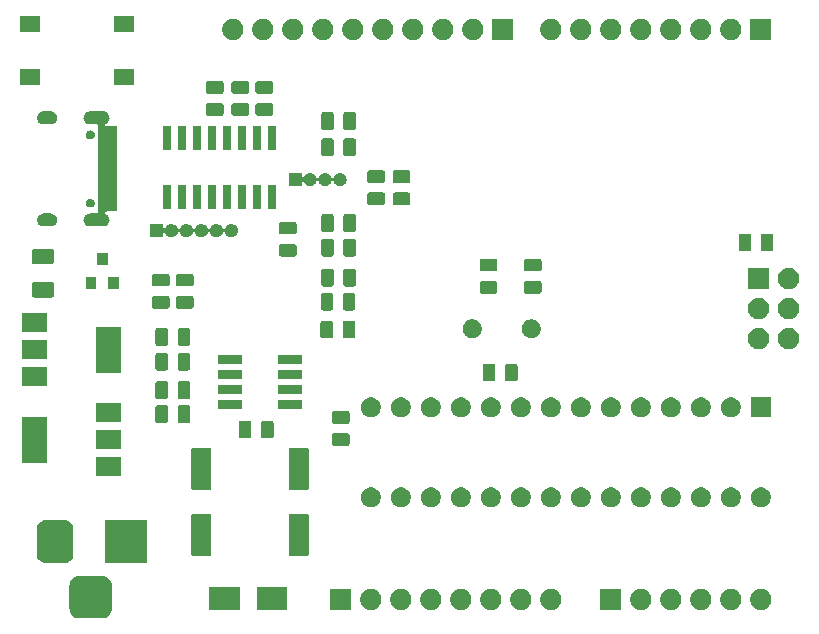
<source format=gbr>
G04 #@! TF.GenerationSoftware,KiCad,Pcbnew,(5.1.5)-3*
G04 #@! TF.CreationDate,2020-05-07T19:53:48+04:00*
G04 #@! TF.ProjectId,stormduino Rev2,73746f72-6d64-4756-996e-6f2052657632,rev?*
G04 #@! TF.SameCoordinates,Original*
G04 #@! TF.FileFunction,Soldermask,Top*
G04 #@! TF.FilePolarity,Negative*
%FSLAX46Y46*%
G04 Gerber Fmt 4.6, Leading zero omitted, Abs format (unit mm)*
G04 Created by KiCad (PCBNEW (5.1.5)-3) date 2020-05-07 19:53:48*
%MOMM*%
%LPD*%
G04 APERTURE LIST*
%ADD10C,0.100000*%
G04 APERTURE END LIST*
D10*
G36*
X117607966Y-94279495D02*
G01*
X117765060Y-94327149D01*
X117909831Y-94404531D01*
X118036728Y-94508672D01*
X118140869Y-94635569D01*
X118218251Y-94780340D01*
X118265905Y-94937434D01*
X118282600Y-95106940D01*
X118282600Y-97020660D01*
X118265905Y-97190166D01*
X118218251Y-97347260D01*
X118140869Y-97492031D01*
X118036728Y-97618928D01*
X117909831Y-97723069D01*
X117765060Y-97800451D01*
X117607966Y-97848105D01*
X117438460Y-97864800D01*
X115524740Y-97864800D01*
X115355234Y-97848105D01*
X115198140Y-97800451D01*
X115053369Y-97723069D01*
X114926472Y-97618928D01*
X114822331Y-97492031D01*
X114744949Y-97347260D01*
X114697295Y-97190166D01*
X114680600Y-97020660D01*
X114680600Y-95106940D01*
X114697295Y-94937434D01*
X114744949Y-94780340D01*
X114822331Y-94635569D01*
X114926472Y-94508672D01*
X115053369Y-94404531D01*
X115198140Y-94327149D01*
X115355234Y-94279495D01*
X115524740Y-94262800D01*
X117438460Y-94262800D01*
X117607966Y-94279495D01*
G37*
G36*
X138569000Y-97167000D02*
G01*
X136767000Y-97167000D01*
X136767000Y-95365000D01*
X138569000Y-95365000D01*
X138569000Y-97167000D01*
G37*
G36*
X161429000Y-97167000D02*
G01*
X159627000Y-97167000D01*
X159627000Y-95365000D01*
X161429000Y-95365000D01*
X161429000Y-97167000D01*
G37*
G36*
X163181512Y-95369927D02*
G01*
X163330812Y-95399624D01*
X163494784Y-95467544D01*
X163642354Y-95566147D01*
X163767853Y-95691646D01*
X163866456Y-95839216D01*
X163934376Y-96003188D01*
X163969000Y-96177259D01*
X163969000Y-96354741D01*
X163934376Y-96528812D01*
X163866456Y-96692784D01*
X163767853Y-96840354D01*
X163642354Y-96965853D01*
X163494784Y-97064456D01*
X163330812Y-97132376D01*
X163181512Y-97162073D01*
X163156742Y-97167000D01*
X162979258Y-97167000D01*
X162954488Y-97162073D01*
X162805188Y-97132376D01*
X162641216Y-97064456D01*
X162493646Y-96965853D01*
X162368147Y-96840354D01*
X162269544Y-96692784D01*
X162201624Y-96528812D01*
X162167000Y-96354741D01*
X162167000Y-96177259D01*
X162201624Y-96003188D01*
X162269544Y-95839216D01*
X162368147Y-95691646D01*
X162493646Y-95566147D01*
X162641216Y-95467544D01*
X162805188Y-95399624D01*
X162954488Y-95369927D01*
X162979258Y-95365000D01*
X163156742Y-95365000D01*
X163181512Y-95369927D01*
G37*
G36*
X165721512Y-95369927D02*
G01*
X165870812Y-95399624D01*
X166034784Y-95467544D01*
X166182354Y-95566147D01*
X166307853Y-95691646D01*
X166406456Y-95839216D01*
X166474376Y-96003188D01*
X166509000Y-96177259D01*
X166509000Y-96354741D01*
X166474376Y-96528812D01*
X166406456Y-96692784D01*
X166307853Y-96840354D01*
X166182354Y-96965853D01*
X166034784Y-97064456D01*
X165870812Y-97132376D01*
X165721512Y-97162073D01*
X165696742Y-97167000D01*
X165519258Y-97167000D01*
X165494488Y-97162073D01*
X165345188Y-97132376D01*
X165181216Y-97064456D01*
X165033646Y-96965853D01*
X164908147Y-96840354D01*
X164809544Y-96692784D01*
X164741624Y-96528812D01*
X164707000Y-96354741D01*
X164707000Y-96177259D01*
X164741624Y-96003188D01*
X164809544Y-95839216D01*
X164908147Y-95691646D01*
X165033646Y-95566147D01*
X165181216Y-95467544D01*
X165345188Y-95399624D01*
X165494488Y-95369927D01*
X165519258Y-95365000D01*
X165696742Y-95365000D01*
X165721512Y-95369927D01*
G37*
G36*
X168261512Y-95369927D02*
G01*
X168410812Y-95399624D01*
X168574784Y-95467544D01*
X168722354Y-95566147D01*
X168847853Y-95691646D01*
X168946456Y-95839216D01*
X169014376Y-96003188D01*
X169049000Y-96177259D01*
X169049000Y-96354741D01*
X169014376Y-96528812D01*
X168946456Y-96692784D01*
X168847853Y-96840354D01*
X168722354Y-96965853D01*
X168574784Y-97064456D01*
X168410812Y-97132376D01*
X168261512Y-97162073D01*
X168236742Y-97167000D01*
X168059258Y-97167000D01*
X168034488Y-97162073D01*
X167885188Y-97132376D01*
X167721216Y-97064456D01*
X167573646Y-96965853D01*
X167448147Y-96840354D01*
X167349544Y-96692784D01*
X167281624Y-96528812D01*
X167247000Y-96354741D01*
X167247000Y-96177259D01*
X167281624Y-96003188D01*
X167349544Y-95839216D01*
X167448147Y-95691646D01*
X167573646Y-95566147D01*
X167721216Y-95467544D01*
X167885188Y-95399624D01*
X168034488Y-95369927D01*
X168059258Y-95365000D01*
X168236742Y-95365000D01*
X168261512Y-95369927D01*
G37*
G36*
X170801512Y-95369927D02*
G01*
X170950812Y-95399624D01*
X171114784Y-95467544D01*
X171262354Y-95566147D01*
X171387853Y-95691646D01*
X171486456Y-95839216D01*
X171554376Y-96003188D01*
X171589000Y-96177259D01*
X171589000Y-96354741D01*
X171554376Y-96528812D01*
X171486456Y-96692784D01*
X171387853Y-96840354D01*
X171262354Y-96965853D01*
X171114784Y-97064456D01*
X170950812Y-97132376D01*
X170801512Y-97162073D01*
X170776742Y-97167000D01*
X170599258Y-97167000D01*
X170574488Y-97162073D01*
X170425188Y-97132376D01*
X170261216Y-97064456D01*
X170113646Y-96965853D01*
X169988147Y-96840354D01*
X169889544Y-96692784D01*
X169821624Y-96528812D01*
X169787000Y-96354741D01*
X169787000Y-96177259D01*
X169821624Y-96003188D01*
X169889544Y-95839216D01*
X169988147Y-95691646D01*
X170113646Y-95566147D01*
X170261216Y-95467544D01*
X170425188Y-95399624D01*
X170574488Y-95369927D01*
X170599258Y-95365000D01*
X170776742Y-95365000D01*
X170801512Y-95369927D01*
G37*
G36*
X173341512Y-95369927D02*
G01*
X173490812Y-95399624D01*
X173654784Y-95467544D01*
X173802354Y-95566147D01*
X173927853Y-95691646D01*
X174026456Y-95839216D01*
X174094376Y-96003188D01*
X174129000Y-96177259D01*
X174129000Y-96354741D01*
X174094376Y-96528812D01*
X174026456Y-96692784D01*
X173927853Y-96840354D01*
X173802354Y-96965853D01*
X173654784Y-97064456D01*
X173490812Y-97132376D01*
X173341512Y-97162073D01*
X173316742Y-97167000D01*
X173139258Y-97167000D01*
X173114488Y-97162073D01*
X172965188Y-97132376D01*
X172801216Y-97064456D01*
X172653646Y-96965853D01*
X172528147Y-96840354D01*
X172429544Y-96692784D01*
X172361624Y-96528812D01*
X172327000Y-96354741D01*
X172327000Y-96177259D01*
X172361624Y-96003188D01*
X172429544Y-95839216D01*
X172528147Y-95691646D01*
X172653646Y-95566147D01*
X172801216Y-95467544D01*
X172965188Y-95399624D01*
X173114488Y-95369927D01*
X173139258Y-95365000D01*
X173316742Y-95365000D01*
X173341512Y-95369927D01*
G37*
G36*
X153021512Y-95369927D02*
G01*
X153170812Y-95399624D01*
X153334784Y-95467544D01*
X153482354Y-95566147D01*
X153607853Y-95691646D01*
X153706456Y-95839216D01*
X153774376Y-96003188D01*
X153809000Y-96177259D01*
X153809000Y-96354741D01*
X153774376Y-96528812D01*
X153706456Y-96692784D01*
X153607853Y-96840354D01*
X153482354Y-96965853D01*
X153334784Y-97064456D01*
X153170812Y-97132376D01*
X153021512Y-97162073D01*
X152996742Y-97167000D01*
X152819258Y-97167000D01*
X152794488Y-97162073D01*
X152645188Y-97132376D01*
X152481216Y-97064456D01*
X152333646Y-96965853D01*
X152208147Y-96840354D01*
X152109544Y-96692784D01*
X152041624Y-96528812D01*
X152007000Y-96354741D01*
X152007000Y-96177259D01*
X152041624Y-96003188D01*
X152109544Y-95839216D01*
X152208147Y-95691646D01*
X152333646Y-95566147D01*
X152481216Y-95467544D01*
X152645188Y-95399624D01*
X152794488Y-95369927D01*
X152819258Y-95365000D01*
X152996742Y-95365000D01*
X153021512Y-95369927D01*
G37*
G36*
X150481512Y-95369927D02*
G01*
X150630812Y-95399624D01*
X150794784Y-95467544D01*
X150942354Y-95566147D01*
X151067853Y-95691646D01*
X151166456Y-95839216D01*
X151234376Y-96003188D01*
X151269000Y-96177259D01*
X151269000Y-96354741D01*
X151234376Y-96528812D01*
X151166456Y-96692784D01*
X151067853Y-96840354D01*
X150942354Y-96965853D01*
X150794784Y-97064456D01*
X150630812Y-97132376D01*
X150481512Y-97162073D01*
X150456742Y-97167000D01*
X150279258Y-97167000D01*
X150254488Y-97162073D01*
X150105188Y-97132376D01*
X149941216Y-97064456D01*
X149793646Y-96965853D01*
X149668147Y-96840354D01*
X149569544Y-96692784D01*
X149501624Y-96528812D01*
X149467000Y-96354741D01*
X149467000Y-96177259D01*
X149501624Y-96003188D01*
X149569544Y-95839216D01*
X149668147Y-95691646D01*
X149793646Y-95566147D01*
X149941216Y-95467544D01*
X150105188Y-95399624D01*
X150254488Y-95369927D01*
X150279258Y-95365000D01*
X150456742Y-95365000D01*
X150481512Y-95369927D01*
G37*
G36*
X147941512Y-95369927D02*
G01*
X148090812Y-95399624D01*
X148254784Y-95467544D01*
X148402354Y-95566147D01*
X148527853Y-95691646D01*
X148626456Y-95839216D01*
X148694376Y-96003188D01*
X148729000Y-96177259D01*
X148729000Y-96354741D01*
X148694376Y-96528812D01*
X148626456Y-96692784D01*
X148527853Y-96840354D01*
X148402354Y-96965853D01*
X148254784Y-97064456D01*
X148090812Y-97132376D01*
X147941512Y-97162073D01*
X147916742Y-97167000D01*
X147739258Y-97167000D01*
X147714488Y-97162073D01*
X147565188Y-97132376D01*
X147401216Y-97064456D01*
X147253646Y-96965853D01*
X147128147Y-96840354D01*
X147029544Y-96692784D01*
X146961624Y-96528812D01*
X146927000Y-96354741D01*
X146927000Y-96177259D01*
X146961624Y-96003188D01*
X147029544Y-95839216D01*
X147128147Y-95691646D01*
X147253646Y-95566147D01*
X147401216Y-95467544D01*
X147565188Y-95399624D01*
X147714488Y-95369927D01*
X147739258Y-95365000D01*
X147916742Y-95365000D01*
X147941512Y-95369927D01*
G37*
G36*
X145401512Y-95369927D02*
G01*
X145550812Y-95399624D01*
X145714784Y-95467544D01*
X145862354Y-95566147D01*
X145987853Y-95691646D01*
X146086456Y-95839216D01*
X146154376Y-96003188D01*
X146189000Y-96177259D01*
X146189000Y-96354741D01*
X146154376Y-96528812D01*
X146086456Y-96692784D01*
X145987853Y-96840354D01*
X145862354Y-96965853D01*
X145714784Y-97064456D01*
X145550812Y-97132376D01*
X145401512Y-97162073D01*
X145376742Y-97167000D01*
X145199258Y-97167000D01*
X145174488Y-97162073D01*
X145025188Y-97132376D01*
X144861216Y-97064456D01*
X144713646Y-96965853D01*
X144588147Y-96840354D01*
X144489544Y-96692784D01*
X144421624Y-96528812D01*
X144387000Y-96354741D01*
X144387000Y-96177259D01*
X144421624Y-96003188D01*
X144489544Y-95839216D01*
X144588147Y-95691646D01*
X144713646Y-95566147D01*
X144861216Y-95467544D01*
X145025188Y-95399624D01*
X145174488Y-95369927D01*
X145199258Y-95365000D01*
X145376742Y-95365000D01*
X145401512Y-95369927D01*
G37*
G36*
X142861512Y-95369927D02*
G01*
X143010812Y-95399624D01*
X143174784Y-95467544D01*
X143322354Y-95566147D01*
X143447853Y-95691646D01*
X143546456Y-95839216D01*
X143614376Y-96003188D01*
X143649000Y-96177259D01*
X143649000Y-96354741D01*
X143614376Y-96528812D01*
X143546456Y-96692784D01*
X143447853Y-96840354D01*
X143322354Y-96965853D01*
X143174784Y-97064456D01*
X143010812Y-97132376D01*
X142861512Y-97162073D01*
X142836742Y-97167000D01*
X142659258Y-97167000D01*
X142634488Y-97162073D01*
X142485188Y-97132376D01*
X142321216Y-97064456D01*
X142173646Y-96965853D01*
X142048147Y-96840354D01*
X141949544Y-96692784D01*
X141881624Y-96528812D01*
X141847000Y-96354741D01*
X141847000Y-96177259D01*
X141881624Y-96003188D01*
X141949544Y-95839216D01*
X142048147Y-95691646D01*
X142173646Y-95566147D01*
X142321216Y-95467544D01*
X142485188Y-95399624D01*
X142634488Y-95369927D01*
X142659258Y-95365000D01*
X142836742Y-95365000D01*
X142861512Y-95369927D01*
G37*
G36*
X140321512Y-95369927D02*
G01*
X140470812Y-95399624D01*
X140634784Y-95467544D01*
X140782354Y-95566147D01*
X140907853Y-95691646D01*
X141006456Y-95839216D01*
X141074376Y-96003188D01*
X141109000Y-96177259D01*
X141109000Y-96354741D01*
X141074376Y-96528812D01*
X141006456Y-96692784D01*
X140907853Y-96840354D01*
X140782354Y-96965853D01*
X140634784Y-97064456D01*
X140470812Y-97132376D01*
X140321512Y-97162073D01*
X140296742Y-97167000D01*
X140119258Y-97167000D01*
X140094488Y-97162073D01*
X139945188Y-97132376D01*
X139781216Y-97064456D01*
X139633646Y-96965853D01*
X139508147Y-96840354D01*
X139409544Y-96692784D01*
X139341624Y-96528812D01*
X139307000Y-96354741D01*
X139307000Y-96177259D01*
X139341624Y-96003188D01*
X139409544Y-95839216D01*
X139508147Y-95691646D01*
X139633646Y-95566147D01*
X139781216Y-95467544D01*
X139945188Y-95399624D01*
X140094488Y-95369927D01*
X140119258Y-95365000D01*
X140296742Y-95365000D01*
X140321512Y-95369927D01*
G37*
G36*
X155561512Y-95369927D02*
G01*
X155710812Y-95399624D01*
X155874784Y-95467544D01*
X156022354Y-95566147D01*
X156147853Y-95691646D01*
X156246456Y-95839216D01*
X156314376Y-96003188D01*
X156349000Y-96177259D01*
X156349000Y-96354741D01*
X156314376Y-96528812D01*
X156246456Y-96692784D01*
X156147853Y-96840354D01*
X156022354Y-96965853D01*
X155874784Y-97064456D01*
X155710812Y-97132376D01*
X155561512Y-97162073D01*
X155536742Y-97167000D01*
X155359258Y-97167000D01*
X155334488Y-97162073D01*
X155185188Y-97132376D01*
X155021216Y-97064456D01*
X154873646Y-96965853D01*
X154748147Y-96840354D01*
X154649544Y-96692784D01*
X154581624Y-96528812D01*
X154547000Y-96354741D01*
X154547000Y-96177259D01*
X154581624Y-96003188D01*
X154649544Y-95839216D01*
X154748147Y-95691646D01*
X154873646Y-95566147D01*
X155021216Y-95467544D01*
X155185188Y-95399624D01*
X155334488Y-95369927D01*
X155359258Y-95365000D01*
X155536742Y-95365000D01*
X155561512Y-95369927D01*
G37*
G36*
X129145800Y-97140800D02*
G01*
X126543800Y-97140800D01*
X126543800Y-95238800D01*
X129145800Y-95238800D01*
X129145800Y-97140800D01*
G37*
G36*
X133145800Y-97140800D02*
G01*
X130543800Y-97140800D01*
X130543800Y-95238800D01*
X133145800Y-95238800D01*
X133145800Y-97140800D01*
G37*
G36*
X114458579Y-89577093D02*
G01*
X114592225Y-89617634D01*
X114715384Y-89683464D01*
X114823340Y-89772060D01*
X114911936Y-89880016D01*
X114977766Y-90003175D01*
X115018307Y-90136821D01*
X115032600Y-90281940D01*
X115032600Y-92445660D01*
X115018307Y-92590779D01*
X114977766Y-92724425D01*
X114911936Y-92847584D01*
X114823340Y-92955540D01*
X114715384Y-93044136D01*
X114592225Y-93109966D01*
X114458579Y-93150507D01*
X114313460Y-93164800D01*
X112649740Y-93164800D01*
X112504621Y-93150507D01*
X112370975Y-93109966D01*
X112247816Y-93044136D01*
X112139860Y-92955540D01*
X112051264Y-92847584D01*
X111985434Y-92724425D01*
X111944893Y-92590779D01*
X111930600Y-92445660D01*
X111930600Y-90281940D01*
X111944893Y-90136821D01*
X111985434Y-90003175D01*
X112051264Y-89880016D01*
X112139860Y-89772060D01*
X112247816Y-89683464D01*
X112370975Y-89617634D01*
X112504621Y-89577093D01*
X112649740Y-89562800D01*
X114313460Y-89562800D01*
X114458579Y-89577093D01*
G37*
G36*
X121282600Y-93164800D02*
G01*
X117680600Y-93164800D01*
X117680600Y-89562800D01*
X121282600Y-89562800D01*
X121282600Y-93164800D01*
G37*
G36*
X134817997Y-89014051D02*
G01*
X134851652Y-89024261D01*
X134882665Y-89040838D01*
X134909851Y-89063149D01*
X134932162Y-89090335D01*
X134948739Y-89121348D01*
X134958949Y-89155003D01*
X134963000Y-89196138D01*
X134963000Y-92425862D01*
X134958949Y-92466997D01*
X134948739Y-92500652D01*
X134932162Y-92531665D01*
X134909851Y-92558851D01*
X134882665Y-92581162D01*
X134851652Y-92597739D01*
X134817997Y-92607949D01*
X134776862Y-92612000D01*
X133447138Y-92612000D01*
X133406003Y-92607949D01*
X133372348Y-92597739D01*
X133341335Y-92581162D01*
X133314149Y-92558851D01*
X133291838Y-92531665D01*
X133275261Y-92500652D01*
X133265051Y-92466997D01*
X133261000Y-92425862D01*
X133261000Y-89196138D01*
X133265051Y-89155003D01*
X133275261Y-89121348D01*
X133291838Y-89090335D01*
X133314149Y-89063149D01*
X133341335Y-89040838D01*
X133372348Y-89024261D01*
X133406003Y-89014051D01*
X133447138Y-89010000D01*
X134776862Y-89010000D01*
X134817997Y-89014051D01*
G37*
G36*
X126562997Y-89014051D02*
G01*
X126596652Y-89024261D01*
X126627665Y-89040838D01*
X126654851Y-89063149D01*
X126677162Y-89090335D01*
X126693739Y-89121348D01*
X126703949Y-89155003D01*
X126708000Y-89196138D01*
X126708000Y-92425862D01*
X126703949Y-92466997D01*
X126693739Y-92500652D01*
X126677162Y-92531665D01*
X126654851Y-92558851D01*
X126627665Y-92581162D01*
X126596652Y-92597739D01*
X126562997Y-92607949D01*
X126521862Y-92612000D01*
X125192138Y-92612000D01*
X125151003Y-92607949D01*
X125117348Y-92597739D01*
X125086335Y-92581162D01*
X125059149Y-92558851D01*
X125036838Y-92531665D01*
X125020261Y-92500652D01*
X125010051Y-92466997D01*
X125006000Y-92425862D01*
X125006000Y-89196138D01*
X125010051Y-89155003D01*
X125020261Y-89121348D01*
X125036838Y-89090335D01*
X125059149Y-89063149D01*
X125086335Y-89040838D01*
X125117348Y-89024261D01*
X125151003Y-89014051D01*
X125192138Y-89010000D01*
X126521862Y-89010000D01*
X126562997Y-89014051D01*
G37*
G36*
X165856228Y-86811703D02*
G01*
X166011100Y-86875853D01*
X166150481Y-86968985D01*
X166269015Y-87087519D01*
X166362147Y-87226900D01*
X166426297Y-87381772D01*
X166459000Y-87546184D01*
X166459000Y-87713816D01*
X166426297Y-87878228D01*
X166362147Y-88033100D01*
X166269015Y-88172481D01*
X166150481Y-88291015D01*
X166011100Y-88384147D01*
X165856228Y-88448297D01*
X165691816Y-88481000D01*
X165524184Y-88481000D01*
X165359772Y-88448297D01*
X165204900Y-88384147D01*
X165065519Y-88291015D01*
X164946985Y-88172481D01*
X164853853Y-88033100D01*
X164789703Y-87878228D01*
X164757000Y-87713816D01*
X164757000Y-87546184D01*
X164789703Y-87381772D01*
X164853853Y-87226900D01*
X164946985Y-87087519D01*
X165065519Y-86968985D01*
X165204900Y-86875853D01*
X165359772Y-86811703D01*
X165524184Y-86779000D01*
X165691816Y-86779000D01*
X165856228Y-86811703D01*
G37*
G36*
X140456228Y-86811703D02*
G01*
X140611100Y-86875853D01*
X140750481Y-86968985D01*
X140869015Y-87087519D01*
X140962147Y-87226900D01*
X141026297Y-87381772D01*
X141059000Y-87546184D01*
X141059000Y-87713816D01*
X141026297Y-87878228D01*
X140962147Y-88033100D01*
X140869015Y-88172481D01*
X140750481Y-88291015D01*
X140611100Y-88384147D01*
X140456228Y-88448297D01*
X140291816Y-88481000D01*
X140124184Y-88481000D01*
X139959772Y-88448297D01*
X139804900Y-88384147D01*
X139665519Y-88291015D01*
X139546985Y-88172481D01*
X139453853Y-88033100D01*
X139389703Y-87878228D01*
X139357000Y-87713816D01*
X139357000Y-87546184D01*
X139389703Y-87381772D01*
X139453853Y-87226900D01*
X139546985Y-87087519D01*
X139665519Y-86968985D01*
X139804900Y-86875853D01*
X139959772Y-86811703D01*
X140124184Y-86779000D01*
X140291816Y-86779000D01*
X140456228Y-86811703D01*
G37*
G36*
X173476228Y-86811703D02*
G01*
X173631100Y-86875853D01*
X173770481Y-86968985D01*
X173889015Y-87087519D01*
X173982147Y-87226900D01*
X174046297Y-87381772D01*
X174079000Y-87546184D01*
X174079000Y-87713816D01*
X174046297Y-87878228D01*
X173982147Y-88033100D01*
X173889015Y-88172481D01*
X173770481Y-88291015D01*
X173631100Y-88384147D01*
X173476228Y-88448297D01*
X173311816Y-88481000D01*
X173144184Y-88481000D01*
X172979772Y-88448297D01*
X172824900Y-88384147D01*
X172685519Y-88291015D01*
X172566985Y-88172481D01*
X172473853Y-88033100D01*
X172409703Y-87878228D01*
X172377000Y-87713816D01*
X172377000Y-87546184D01*
X172409703Y-87381772D01*
X172473853Y-87226900D01*
X172566985Y-87087519D01*
X172685519Y-86968985D01*
X172824900Y-86875853D01*
X172979772Y-86811703D01*
X173144184Y-86779000D01*
X173311816Y-86779000D01*
X173476228Y-86811703D01*
G37*
G36*
X168396228Y-86811703D02*
G01*
X168551100Y-86875853D01*
X168690481Y-86968985D01*
X168809015Y-87087519D01*
X168902147Y-87226900D01*
X168966297Y-87381772D01*
X168999000Y-87546184D01*
X168999000Y-87713816D01*
X168966297Y-87878228D01*
X168902147Y-88033100D01*
X168809015Y-88172481D01*
X168690481Y-88291015D01*
X168551100Y-88384147D01*
X168396228Y-88448297D01*
X168231816Y-88481000D01*
X168064184Y-88481000D01*
X167899772Y-88448297D01*
X167744900Y-88384147D01*
X167605519Y-88291015D01*
X167486985Y-88172481D01*
X167393853Y-88033100D01*
X167329703Y-87878228D01*
X167297000Y-87713816D01*
X167297000Y-87546184D01*
X167329703Y-87381772D01*
X167393853Y-87226900D01*
X167486985Y-87087519D01*
X167605519Y-86968985D01*
X167744900Y-86875853D01*
X167899772Y-86811703D01*
X168064184Y-86779000D01*
X168231816Y-86779000D01*
X168396228Y-86811703D01*
G37*
G36*
X163316228Y-86811703D02*
G01*
X163471100Y-86875853D01*
X163610481Y-86968985D01*
X163729015Y-87087519D01*
X163822147Y-87226900D01*
X163886297Y-87381772D01*
X163919000Y-87546184D01*
X163919000Y-87713816D01*
X163886297Y-87878228D01*
X163822147Y-88033100D01*
X163729015Y-88172481D01*
X163610481Y-88291015D01*
X163471100Y-88384147D01*
X163316228Y-88448297D01*
X163151816Y-88481000D01*
X162984184Y-88481000D01*
X162819772Y-88448297D01*
X162664900Y-88384147D01*
X162525519Y-88291015D01*
X162406985Y-88172481D01*
X162313853Y-88033100D01*
X162249703Y-87878228D01*
X162217000Y-87713816D01*
X162217000Y-87546184D01*
X162249703Y-87381772D01*
X162313853Y-87226900D01*
X162406985Y-87087519D01*
X162525519Y-86968985D01*
X162664900Y-86875853D01*
X162819772Y-86811703D01*
X162984184Y-86779000D01*
X163151816Y-86779000D01*
X163316228Y-86811703D01*
G37*
G36*
X160776228Y-86811703D02*
G01*
X160931100Y-86875853D01*
X161070481Y-86968985D01*
X161189015Y-87087519D01*
X161282147Y-87226900D01*
X161346297Y-87381772D01*
X161379000Y-87546184D01*
X161379000Y-87713816D01*
X161346297Y-87878228D01*
X161282147Y-88033100D01*
X161189015Y-88172481D01*
X161070481Y-88291015D01*
X160931100Y-88384147D01*
X160776228Y-88448297D01*
X160611816Y-88481000D01*
X160444184Y-88481000D01*
X160279772Y-88448297D01*
X160124900Y-88384147D01*
X159985519Y-88291015D01*
X159866985Y-88172481D01*
X159773853Y-88033100D01*
X159709703Y-87878228D01*
X159677000Y-87713816D01*
X159677000Y-87546184D01*
X159709703Y-87381772D01*
X159773853Y-87226900D01*
X159866985Y-87087519D01*
X159985519Y-86968985D01*
X160124900Y-86875853D01*
X160279772Y-86811703D01*
X160444184Y-86779000D01*
X160611816Y-86779000D01*
X160776228Y-86811703D01*
G37*
G36*
X158236228Y-86811703D02*
G01*
X158391100Y-86875853D01*
X158530481Y-86968985D01*
X158649015Y-87087519D01*
X158742147Y-87226900D01*
X158806297Y-87381772D01*
X158839000Y-87546184D01*
X158839000Y-87713816D01*
X158806297Y-87878228D01*
X158742147Y-88033100D01*
X158649015Y-88172481D01*
X158530481Y-88291015D01*
X158391100Y-88384147D01*
X158236228Y-88448297D01*
X158071816Y-88481000D01*
X157904184Y-88481000D01*
X157739772Y-88448297D01*
X157584900Y-88384147D01*
X157445519Y-88291015D01*
X157326985Y-88172481D01*
X157233853Y-88033100D01*
X157169703Y-87878228D01*
X157137000Y-87713816D01*
X157137000Y-87546184D01*
X157169703Y-87381772D01*
X157233853Y-87226900D01*
X157326985Y-87087519D01*
X157445519Y-86968985D01*
X157584900Y-86875853D01*
X157739772Y-86811703D01*
X157904184Y-86779000D01*
X158071816Y-86779000D01*
X158236228Y-86811703D01*
G37*
G36*
X153156228Y-86811703D02*
G01*
X153311100Y-86875853D01*
X153450481Y-86968985D01*
X153569015Y-87087519D01*
X153662147Y-87226900D01*
X153726297Y-87381772D01*
X153759000Y-87546184D01*
X153759000Y-87713816D01*
X153726297Y-87878228D01*
X153662147Y-88033100D01*
X153569015Y-88172481D01*
X153450481Y-88291015D01*
X153311100Y-88384147D01*
X153156228Y-88448297D01*
X152991816Y-88481000D01*
X152824184Y-88481000D01*
X152659772Y-88448297D01*
X152504900Y-88384147D01*
X152365519Y-88291015D01*
X152246985Y-88172481D01*
X152153853Y-88033100D01*
X152089703Y-87878228D01*
X152057000Y-87713816D01*
X152057000Y-87546184D01*
X152089703Y-87381772D01*
X152153853Y-87226900D01*
X152246985Y-87087519D01*
X152365519Y-86968985D01*
X152504900Y-86875853D01*
X152659772Y-86811703D01*
X152824184Y-86779000D01*
X152991816Y-86779000D01*
X153156228Y-86811703D01*
G37*
G36*
X150616228Y-86811703D02*
G01*
X150771100Y-86875853D01*
X150910481Y-86968985D01*
X151029015Y-87087519D01*
X151122147Y-87226900D01*
X151186297Y-87381772D01*
X151219000Y-87546184D01*
X151219000Y-87713816D01*
X151186297Y-87878228D01*
X151122147Y-88033100D01*
X151029015Y-88172481D01*
X150910481Y-88291015D01*
X150771100Y-88384147D01*
X150616228Y-88448297D01*
X150451816Y-88481000D01*
X150284184Y-88481000D01*
X150119772Y-88448297D01*
X149964900Y-88384147D01*
X149825519Y-88291015D01*
X149706985Y-88172481D01*
X149613853Y-88033100D01*
X149549703Y-87878228D01*
X149517000Y-87713816D01*
X149517000Y-87546184D01*
X149549703Y-87381772D01*
X149613853Y-87226900D01*
X149706985Y-87087519D01*
X149825519Y-86968985D01*
X149964900Y-86875853D01*
X150119772Y-86811703D01*
X150284184Y-86779000D01*
X150451816Y-86779000D01*
X150616228Y-86811703D01*
G37*
G36*
X170936228Y-86811703D02*
G01*
X171091100Y-86875853D01*
X171230481Y-86968985D01*
X171349015Y-87087519D01*
X171442147Y-87226900D01*
X171506297Y-87381772D01*
X171539000Y-87546184D01*
X171539000Y-87713816D01*
X171506297Y-87878228D01*
X171442147Y-88033100D01*
X171349015Y-88172481D01*
X171230481Y-88291015D01*
X171091100Y-88384147D01*
X170936228Y-88448297D01*
X170771816Y-88481000D01*
X170604184Y-88481000D01*
X170439772Y-88448297D01*
X170284900Y-88384147D01*
X170145519Y-88291015D01*
X170026985Y-88172481D01*
X169933853Y-88033100D01*
X169869703Y-87878228D01*
X169837000Y-87713816D01*
X169837000Y-87546184D01*
X169869703Y-87381772D01*
X169933853Y-87226900D01*
X170026985Y-87087519D01*
X170145519Y-86968985D01*
X170284900Y-86875853D01*
X170439772Y-86811703D01*
X170604184Y-86779000D01*
X170771816Y-86779000D01*
X170936228Y-86811703D01*
G37*
G36*
X148076228Y-86811703D02*
G01*
X148231100Y-86875853D01*
X148370481Y-86968985D01*
X148489015Y-87087519D01*
X148582147Y-87226900D01*
X148646297Y-87381772D01*
X148679000Y-87546184D01*
X148679000Y-87713816D01*
X148646297Y-87878228D01*
X148582147Y-88033100D01*
X148489015Y-88172481D01*
X148370481Y-88291015D01*
X148231100Y-88384147D01*
X148076228Y-88448297D01*
X147911816Y-88481000D01*
X147744184Y-88481000D01*
X147579772Y-88448297D01*
X147424900Y-88384147D01*
X147285519Y-88291015D01*
X147166985Y-88172481D01*
X147073853Y-88033100D01*
X147009703Y-87878228D01*
X146977000Y-87713816D01*
X146977000Y-87546184D01*
X147009703Y-87381772D01*
X147073853Y-87226900D01*
X147166985Y-87087519D01*
X147285519Y-86968985D01*
X147424900Y-86875853D01*
X147579772Y-86811703D01*
X147744184Y-86779000D01*
X147911816Y-86779000D01*
X148076228Y-86811703D01*
G37*
G36*
X145536228Y-86811703D02*
G01*
X145691100Y-86875853D01*
X145830481Y-86968985D01*
X145949015Y-87087519D01*
X146042147Y-87226900D01*
X146106297Y-87381772D01*
X146139000Y-87546184D01*
X146139000Y-87713816D01*
X146106297Y-87878228D01*
X146042147Y-88033100D01*
X145949015Y-88172481D01*
X145830481Y-88291015D01*
X145691100Y-88384147D01*
X145536228Y-88448297D01*
X145371816Y-88481000D01*
X145204184Y-88481000D01*
X145039772Y-88448297D01*
X144884900Y-88384147D01*
X144745519Y-88291015D01*
X144626985Y-88172481D01*
X144533853Y-88033100D01*
X144469703Y-87878228D01*
X144437000Y-87713816D01*
X144437000Y-87546184D01*
X144469703Y-87381772D01*
X144533853Y-87226900D01*
X144626985Y-87087519D01*
X144745519Y-86968985D01*
X144884900Y-86875853D01*
X145039772Y-86811703D01*
X145204184Y-86779000D01*
X145371816Y-86779000D01*
X145536228Y-86811703D01*
G37*
G36*
X142996228Y-86811703D02*
G01*
X143151100Y-86875853D01*
X143290481Y-86968985D01*
X143409015Y-87087519D01*
X143502147Y-87226900D01*
X143566297Y-87381772D01*
X143599000Y-87546184D01*
X143599000Y-87713816D01*
X143566297Y-87878228D01*
X143502147Y-88033100D01*
X143409015Y-88172481D01*
X143290481Y-88291015D01*
X143151100Y-88384147D01*
X142996228Y-88448297D01*
X142831816Y-88481000D01*
X142664184Y-88481000D01*
X142499772Y-88448297D01*
X142344900Y-88384147D01*
X142205519Y-88291015D01*
X142086985Y-88172481D01*
X141993853Y-88033100D01*
X141929703Y-87878228D01*
X141897000Y-87713816D01*
X141897000Y-87546184D01*
X141929703Y-87381772D01*
X141993853Y-87226900D01*
X142086985Y-87087519D01*
X142205519Y-86968985D01*
X142344900Y-86875853D01*
X142499772Y-86811703D01*
X142664184Y-86779000D01*
X142831816Y-86779000D01*
X142996228Y-86811703D01*
G37*
G36*
X155696228Y-86811703D02*
G01*
X155851100Y-86875853D01*
X155990481Y-86968985D01*
X156109015Y-87087519D01*
X156202147Y-87226900D01*
X156266297Y-87381772D01*
X156299000Y-87546184D01*
X156299000Y-87713816D01*
X156266297Y-87878228D01*
X156202147Y-88033100D01*
X156109015Y-88172481D01*
X155990481Y-88291015D01*
X155851100Y-88384147D01*
X155696228Y-88448297D01*
X155531816Y-88481000D01*
X155364184Y-88481000D01*
X155199772Y-88448297D01*
X155044900Y-88384147D01*
X154905519Y-88291015D01*
X154786985Y-88172481D01*
X154693853Y-88033100D01*
X154629703Y-87878228D01*
X154597000Y-87713816D01*
X154597000Y-87546184D01*
X154629703Y-87381772D01*
X154693853Y-87226900D01*
X154786985Y-87087519D01*
X154905519Y-86968985D01*
X155044900Y-86875853D01*
X155199772Y-86811703D01*
X155364184Y-86779000D01*
X155531816Y-86779000D01*
X155696228Y-86811703D01*
G37*
G36*
X126562997Y-83414051D02*
G01*
X126596652Y-83424261D01*
X126627665Y-83440838D01*
X126654851Y-83463149D01*
X126677162Y-83490335D01*
X126693739Y-83521348D01*
X126703949Y-83555003D01*
X126708000Y-83596138D01*
X126708000Y-86825862D01*
X126703949Y-86866997D01*
X126693739Y-86900652D01*
X126677162Y-86931665D01*
X126654851Y-86958851D01*
X126627665Y-86981162D01*
X126596652Y-86997739D01*
X126562997Y-87007949D01*
X126521862Y-87012000D01*
X125192138Y-87012000D01*
X125151003Y-87007949D01*
X125117348Y-86997739D01*
X125086335Y-86981162D01*
X125059149Y-86958851D01*
X125036838Y-86931665D01*
X125020261Y-86900652D01*
X125010051Y-86866997D01*
X125006000Y-86825862D01*
X125006000Y-83596138D01*
X125010051Y-83555003D01*
X125020261Y-83521348D01*
X125036838Y-83490335D01*
X125059149Y-83463149D01*
X125086335Y-83440838D01*
X125117348Y-83424261D01*
X125151003Y-83414051D01*
X125192138Y-83410000D01*
X126521862Y-83410000D01*
X126562997Y-83414051D01*
G37*
G36*
X134817997Y-83414051D02*
G01*
X134851652Y-83424261D01*
X134882665Y-83440838D01*
X134909851Y-83463149D01*
X134932162Y-83490335D01*
X134948739Y-83521348D01*
X134958949Y-83555003D01*
X134963000Y-83596138D01*
X134963000Y-86825862D01*
X134958949Y-86866997D01*
X134948739Y-86900652D01*
X134932162Y-86931665D01*
X134909851Y-86958851D01*
X134882665Y-86981162D01*
X134851652Y-86997739D01*
X134817997Y-87007949D01*
X134776862Y-87012000D01*
X133447138Y-87012000D01*
X133406003Y-87007949D01*
X133372348Y-86997739D01*
X133341335Y-86981162D01*
X133314149Y-86958851D01*
X133291838Y-86931665D01*
X133275261Y-86900652D01*
X133265051Y-86866997D01*
X133261000Y-86825862D01*
X133261000Y-83596138D01*
X133265051Y-83555003D01*
X133275261Y-83521348D01*
X133291838Y-83490335D01*
X133314149Y-83463149D01*
X133341335Y-83440838D01*
X133372348Y-83424261D01*
X133406003Y-83414051D01*
X133447138Y-83410000D01*
X134776862Y-83410000D01*
X134817997Y-83414051D01*
G37*
G36*
X119072500Y-85841500D02*
G01*
X116970500Y-85841500D01*
X116970500Y-84239500D01*
X119072500Y-84239500D01*
X119072500Y-85841500D01*
G37*
G36*
X112772500Y-84691500D02*
G01*
X110670500Y-84691500D01*
X110670500Y-80789500D01*
X112772500Y-80789500D01*
X112772500Y-84691500D01*
G37*
G36*
X119072500Y-83541500D02*
G01*
X116970500Y-83541500D01*
X116970500Y-81939500D01*
X119072500Y-81939500D01*
X119072500Y-83541500D01*
G37*
G36*
X138252468Y-82191565D02*
G01*
X138291138Y-82203296D01*
X138326777Y-82222346D01*
X138358017Y-82247983D01*
X138383654Y-82279223D01*
X138402704Y-82314862D01*
X138414435Y-82353532D01*
X138419000Y-82399888D01*
X138419000Y-83051112D01*
X138414435Y-83097468D01*
X138402704Y-83136138D01*
X138383654Y-83171777D01*
X138358017Y-83203017D01*
X138326777Y-83228654D01*
X138291138Y-83247704D01*
X138252468Y-83259435D01*
X138206112Y-83264000D01*
X137129888Y-83264000D01*
X137083532Y-83259435D01*
X137044862Y-83247704D01*
X137009223Y-83228654D01*
X136977983Y-83203017D01*
X136952346Y-83171777D01*
X136933296Y-83136138D01*
X136921565Y-83097468D01*
X136917000Y-83051112D01*
X136917000Y-82399888D01*
X136921565Y-82353532D01*
X136933296Y-82314862D01*
X136952346Y-82279223D01*
X136977983Y-82247983D01*
X137009223Y-82222346D01*
X137044862Y-82203296D01*
X137083532Y-82191565D01*
X137129888Y-82187000D01*
X138206112Y-82187000D01*
X138252468Y-82191565D01*
G37*
G36*
X129939668Y-81143165D02*
G01*
X129978338Y-81154896D01*
X130013977Y-81173946D01*
X130045217Y-81199583D01*
X130070854Y-81230823D01*
X130089904Y-81266462D01*
X130101635Y-81305132D01*
X130106200Y-81351488D01*
X130106200Y-82427712D01*
X130101635Y-82474068D01*
X130089904Y-82512738D01*
X130070854Y-82548377D01*
X130045217Y-82579617D01*
X130013977Y-82605254D01*
X129978338Y-82624304D01*
X129939668Y-82636035D01*
X129893312Y-82640600D01*
X129242088Y-82640600D01*
X129195732Y-82636035D01*
X129157062Y-82624304D01*
X129121423Y-82605254D01*
X129090183Y-82579617D01*
X129064546Y-82548377D01*
X129045496Y-82512738D01*
X129033765Y-82474068D01*
X129029200Y-82427712D01*
X129029200Y-81351488D01*
X129033765Y-81305132D01*
X129045496Y-81266462D01*
X129064546Y-81230823D01*
X129090183Y-81199583D01*
X129121423Y-81173946D01*
X129157062Y-81154896D01*
X129195732Y-81143165D01*
X129242088Y-81138600D01*
X129893312Y-81138600D01*
X129939668Y-81143165D01*
G37*
G36*
X131814668Y-81143165D02*
G01*
X131853338Y-81154896D01*
X131888977Y-81173946D01*
X131920217Y-81199583D01*
X131945854Y-81230823D01*
X131964904Y-81266462D01*
X131976635Y-81305132D01*
X131981200Y-81351488D01*
X131981200Y-82427712D01*
X131976635Y-82474068D01*
X131964904Y-82512738D01*
X131945854Y-82548377D01*
X131920217Y-82579617D01*
X131888977Y-82605254D01*
X131853338Y-82624304D01*
X131814668Y-82636035D01*
X131768312Y-82640600D01*
X131117088Y-82640600D01*
X131070732Y-82636035D01*
X131032062Y-82624304D01*
X130996423Y-82605254D01*
X130965183Y-82579617D01*
X130939546Y-82548377D01*
X130920496Y-82512738D01*
X130908765Y-82474068D01*
X130904200Y-82427712D01*
X130904200Y-81351488D01*
X130908765Y-81305132D01*
X130920496Y-81266462D01*
X130939546Y-81230823D01*
X130965183Y-81199583D01*
X130996423Y-81173946D01*
X131032062Y-81154896D01*
X131070732Y-81143165D01*
X131117088Y-81138600D01*
X131768312Y-81138600D01*
X131814668Y-81143165D01*
G37*
G36*
X138252468Y-80316565D02*
G01*
X138291138Y-80328296D01*
X138326777Y-80347346D01*
X138358017Y-80372983D01*
X138383654Y-80404223D01*
X138402704Y-80439862D01*
X138414435Y-80478532D01*
X138419000Y-80524888D01*
X138419000Y-81176112D01*
X138414435Y-81222468D01*
X138402704Y-81261138D01*
X138383654Y-81296777D01*
X138358017Y-81328017D01*
X138326777Y-81353654D01*
X138291138Y-81372704D01*
X138252468Y-81384435D01*
X138206112Y-81389000D01*
X137129888Y-81389000D01*
X137083532Y-81384435D01*
X137044862Y-81372704D01*
X137009223Y-81353654D01*
X136977983Y-81328017D01*
X136952346Y-81296777D01*
X136933296Y-81261138D01*
X136921565Y-81222468D01*
X136917000Y-81176112D01*
X136917000Y-80524888D01*
X136921565Y-80478532D01*
X136933296Y-80439862D01*
X136952346Y-80404223D01*
X136977983Y-80372983D01*
X137009223Y-80347346D01*
X137044862Y-80328296D01*
X137083532Y-80316565D01*
X137129888Y-80312000D01*
X138206112Y-80312000D01*
X138252468Y-80316565D01*
G37*
G36*
X122878468Y-79835065D02*
G01*
X122917138Y-79846796D01*
X122952777Y-79865846D01*
X122984017Y-79891483D01*
X123009654Y-79922723D01*
X123028704Y-79958362D01*
X123040435Y-79997032D01*
X123045000Y-80043388D01*
X123045000Y-81119612D01*
X123040435Y-81165968D01*
X123028704Y-81204638D01*
X123009654Y-81240277D01*
X122984017Y-81271517D01*
X122952777Y-81297154D01*
X122917138Y-81316204D01*
X122878468Y-81327935D01*
X122832112Y-81332500D01*
X122180888Y-81332500D01*
X122134532Y-81327935D01*
X122095862Y-81316204D01*
X122060223Y-81297154D01*
X122028983Y-81271517D01*
X122003346Y-81240277D01*
X121984296Y-81204638D01*
X121972565Y-81165968D01*
X121968000Y-81119612D01*
X121968000Y-80043388D01*
X121972565Y-79997032D01*
X121984296Y-79958362D01*
X122003346Y-79922723D01*
X122028983Y-79891483D01*
X122060223Y-79865846D01*
X122095862Y-79846796D01*
X122134532Y-79835065D01*
X122180888Y-79830500D01*
X122832112Y-79830500D01*
X122878468Y-79835065D01*
G37*
G36*
X124753468Y-79835065D02*
G01*
X124792138Y-79846796D01*
X124827777Y-79865846D01*
X124859017Y-79891483D01*
X124884654Y-79922723D01*
X124903704Y-79958362D01*
X124915435Y-79997032D01*
X124920000Y-80043388D01*
X124920000Y-81119612D01*
X124915435Y-81165968D01*
X124903704Y-81204638D01*
X124884654Y-81240277D01*
X124859017Y-81271517D01*
X124827777Y-81297154D01*
X124792138Y-81316204D01*
X124753468Y-81327935D01*
X124707112Y-81332500D01*
X124055888Y-81332500D01*
X124009532Y-81327935D01*
X123970862Y-81316204D01*
X123935223Y-81297154D01*
X123903983Y-81271517D01*
X123878346Y-81240277D01*
X123859296Y-81204638D01*
X123847565Y-81165968D01*
X123843000Y-81119612D01*
X123843000Y-80043388D01*
X123847565Y-79997032D01*
X123859296Y-79958362D01*
X123878346Y-79922723D01*
X123903983Y-79891483D01*
X123935223Y-79865846D01*
X123970862Y-79846796D01*
X124009532Y-79835065D01*
X124055888Y-79830500D01*
X124707112Y-79830500D01*
X124753468Y-79835065D01*
G37*
G36*
X119072500Y-81241500D02*
G01*
X116970500Y-81241500D01*
X116970500Y-79639500D01*
X119072500Y-79639500D01*
X119072500Y-81241500D01*
G37*
G36*
X140456228Y-79191703D02*
G01*
X140611100Y-79255853D01*
X140750481Y-79348985D01*
X140869015Y-79467519D01*
X140962147Y-79606900D01*
X141026297Y-79761772D01*
X141059000Y-79926184D01*
X141059000Y-80093816D01*
X141026297Y-80258228D01*
X140962147Y-80413100D01*
X140869015Y-80552481D01*
X140750481Y-80671015D01*
X140611100Y-80764147D01*
X140456228Y-80828297D01*
X140291816Y-80861000D01*
X140124184Y-80861000D01*
X139959772Y-80828297D01*
X139804900Y-80764147D01*
X139665519Y-80671015D01*
X139546985Y-80552481D01*
X139453853Y-80413100D01*
X139389703Y-80258228D01*
X139357000Y-80093816D01*
X139357000Y-79926184D01*
X139389703Y-79761772D01*
X139453853Y-79606900D01*
X139546985Y-79467519D01*
X139665519Y-79348985D01*
X139804900Y-79255853D01*
X139959772Y-79191703D01*
X140124184Y-79159000D01*
X140291816Y-79159000D01*
X140456228Y-79191703D01*
G37*
G36*
X174079000Y-80861000D02*
G01*
X172377000Y-80861000D01*
X172377000Y-79159000D01*
X174079000Y-79159000D01*
X174079000Y-80861000D01*
G37*
G36*
X170936228Y-79191703D02*
G01*
X171091100Y-79255853D01*
X171230481Y-79348985D01*
X171349015Y-79467519D01*
X171442147Y-79606900D01*
X171506297Y-79761772D01*
X171539000Y-79926184D01*
X171539000Y-80093816D01*
X171506297Y-80258228D01*
X171442147Y-80413100D01*
X171349015Y-80552481D01*
X171230481Y-80671015D01*
X171091100Y-80764147D01*
X170936228Y-80828297D01*
X170771816Y-80861000D01*
X170604184Y-80861000D01*
X170439772Y-80828297D01*
X170284900Y-80764147D01*
X170145519Y-80671015D01*
X170026985Y-80552481D01*
X169933853Y-80413100D01*
X169869703Y-80258228D01*
X169837000Y-80093816D01*
X169837000Y-79926184D01*
X169869703Y-79761772D01*
X169933853Y-79606900D01*
X170026985Y-79467519D01*
X170145519Y-79348985D01*
X170284900Y-79255853D01*
X170439772Y-79191703D01*
X170604184Y-79159000D01*
X170771816Y-79159000D01*
X170936228Y-79191703D01*
G37*
G36*
X168396228Y-79191703D02*
G01*
X168551100Y-79255853D01*
X168690481Y-79348985D01*
X168809015Y-79467519D01*
X168902147Y-79606900D01*
X168966297Y-79761772D01*
X168999000Y-79926184D01*
X168999000Y-80093816D01*
X168966297Y-80258228D01*
X168902147Y-80413100D01*
X168809015Y-80552481D01*
X168690481Y-80671015D01*
X168551100Y-80764147D01*
X168396228Y-80828297D01*
X168231816Y-80861000D01*
X168064184Y-80861000D01*
X167899772Y-80828297D01*
X167744900Y-80764147D01*
X167605519Y-80671015D01*
X167486985Y-80552481D01*
X167393853Y-80413100D01*
X167329703Y-80258228D01*
X167297000Y-80093816D01*
X167297000Y-79926184D01*
X167329703Y-79761772D01*
X167393853Y-79606900D01*
X167486985Y-79467519D01*
X167605519Y-79348985D01*
X167744900Y-79255853D01*
X167899772Y-79191703D01*
X168064184Y-79159000D01*
X168231816Y-79159000D01*
X168396228Y-79191703D01*
G37*
G36*
X145536228Y-79191703D02*
G01*
X145691100Y-79255853D01*
X145830481Y-79348985D01*
X145949015Y-79467519D01*
X146042147Y-79606900D01*
X146106297Y-79761772D01*
X146139000Y-79926184D01*
X146139000Y-80093816D01*
X146106297Y-80258228D01*
X146042147Y-80413100D01*
X145949015Y-80552481D01*
X145830481Y-80671015D01*
X145691100Y-80764147D01*
X145536228Y-80828297D01*
X145371816Y-80861000D01*
X145204184Y-80861000D01*
X145039772Y-80828297D01*
X144884900Y-80764147D01*
X144745519Y-80671015D01*
X144626985Y-80552481D01*
X144533853Y-80413100D01*
X144469703Y-80258228D01*
X144437000Y-80093816D01*
X144437000Y-79926184D01*
X144469703Y-79761772D01*
X144533853Y-79606900D01*
X144626985Y-79467519D01*
X144745519Y-79348985D01*
X144884900Y-79255853D01*
X145039772Y-79191703D01*
X145204184Y-79159000D01*
X145371816Y-79159000D01*
X145536228Y-79191703D01*
G37*
G36*
X153156228Y-79191703D02*
G01*
X153311100Y-79255853D01*
X153450481Y-79348985D01*
X153569015Y-79467519D01*
X153662147Y-79606900D01*
X153726297Y-79761772D01*
X153759000Y-79926184D01*
X153759000Y-80093816D01*
X153726297Y-80258228D01*
X153662147Y-80413100D01*
X153569015Y-80552481D01*
X153450481Y-80671015D01*
X153311100Y-80764147D01*
X153156228Y-80828297D01*
X152991816Y-80861000D01*
X152824184Y-80861000D01*
X152659772Y-80828297D01*
X152504900Y-80764147D01*
X152365519Y-80671015D01*
X152246985Y-80552481D01*
X152153853Y-80413100D01*
X152089703Y-80258228D01*
X152057000Y-80093816D01*
X152057000Y-79926184D01*
X152089703Y-79761772D01*
X152153853Y-79606900D01*
X152246985Y-79467519D01*
X152365519Y-79348985D01*
X152504900Y-79255853D01*
X152659772Y-79191703D01*
X152824184Y-79159000D01*
X152991816Y-79159000D01*
X153156228Y-79191703D01*
G37*
G36*
X165856228Y-79191703D02*
G01*
X166011100Y-79255853D01*
X166150481Y-79348985D01*
X166269015Y-79467519D01*
X166362147Y-79606900D01*
X166426297Y-79761772D01*
X166459000Y-79926184D01*
X166459000Y-80093816D01*
X166426297Y-80258228D01*
X166362147Y-80413100D01*
X166269015Y-80552481D01*
X166150481Y-80671015D01*
X166011100Y-80764147D01*
X165856228Y-80828297D01*
X165691816Y-80861000D01*
X165524184Y-80861000D01*
X165359772Y-80828297D01*
X165204900Y-80764147D01*
X165065519Y-80671015D01*
X164946985Y-80552481D01*
X164853853Y-80413100D01*
X164789703Y-80258228D01*
X164757000Y-80093816D01*
X164757000Y-79926184D01*
X164789703Y-79761772D01*
X164853853Y-79606900D01*
X164946985Y-79467519D01*
X165065519Y-79348985D01*
X165204900Y-79255853D01*
X165359772Y-79191703D01*
X165524184Y-79159000D01*
X165691816Y-79159000D01*
X165856228Y-79191703D01*
G37*
G36*
X163316228Y-79191703D02*
G01*
X163471100Y-79255853D01*
X163610481Y-79348985D01*
X163729015Y-79467519D01*
X163822147Y-79606900D01*
X163886297Y-79761772D01*
X163919000Y-79926184D01*
X163919000Y-80093816D01*
X163886297Y-80258228D01*
X163822147Y-80413100D01*
X163729015Y-80552481D01*
X163610481Y-80671015D01*
X163471100Y-80764147D01*
X163316228Y-80828297D01*
X163151816Y-80861000D01*
X162984184Y-80861000D01*
X162819772Y-80828297D01*
X162664900Y-80764147D01*
X162525519Y-80671015D01*
X162406985Y-80552481D01*
X162313853Y-80413100D01*
X162249703Y-80258228D01*
X162217000Y-80093816D01*
X162217000Y-79926184D01*
X162249703Y-79761772D01*
X162313853Y-79606900D01*
X162406985Y-79467519D01*
X162525519Y-79348985D01*
X162664900Y-79255853D01*
X162819772Y-79191703D01*
X162984184Y-79159000D01*
X163151816Y-79159000D01*
X163316228Y-79191703D01*
G37*
G36*
X150616228Y-79191703D02*
G01*
X150771100Y-79255853D01*
X150910481Y-79348985D01*
X151029015Y-79467519D01*
X151122147Y-79606900D01*
X151186297Y-79761772D01*
X151219000Y-79926184D01*
X151219000Y-80093816D01*
X151186297Y-80258228D01*
X151122147Y-80413100D01*
X151029015Y-80552481D01*
X150910481Y-80671015D01*
X150771100Y-80764147D01*
X150616228Y-80828297D01*
X150451816Y-80861000D01*
X150284184Y-80861000D01*
X150119772Y-80828297D01*
X149964900Y-80764147D01*
X149825519Y-80671015D01*
X149706985Y-80552481D01*
X149613853Y-80413100D01*
X149549703Y-80258228D01*
X149517000Y-80093816D01*
X149517000Y-79926184D01*
X149549703Y-79761772D01*
X149613853Y-79606900D01*
X149706985Y-79467519D01*
X149825519Y-79348985D01*
X149964900Y-79255853D01*
X150119772Y-79191703D01*
X150284184Y-79159000D01*
X150451816Y-79159000D01*
X150616228Y-79191703D01*
G37*
G36*
X142996228Y-79191703D02*
G01*
X143151100Y-79255853D01*
X143290481Y-79348985D01*
X143409015Y-79467519D01*
X143502147Y-79606900D01*
X143566297Y-79761772D01*
X143599000Y-79926184D01*
X143599000Y-80093816D01*
X143566297Y-80258228D01*
X143502147Y-80413100D01*
X143409015Y-80552481D01*
X143290481Y-80671015D01*
X143151100Y-80764147D01*
X142996228Y-80828297D01*
X142831816Y-80861000D01*
X142664184Y-80861000D01*
X142499772Y-80828297D01*
X142344900Y-80764147D01*
X142205519Y-80671015D01*
X142086985Y-80552481D01*
X141993853Y-80413100D01*
X141929703Y-80258228D01*
X141897000Y-80093816D01*
X141897000Y-79926184D01*
X141929703Y-79761772D01*
X141993853Y-79606900D01*
X142086985Y-79467519D01*
X142205519Y-79348985D01*
X142344900Y-79255853D01*
X142499772Y-79191703D01*
X142664184Y-79159000D01*
X142831816Y-79159000D01*
X142996228Y-79191703D01*
G37*
G36*
X155696228Y-79191703D02*
G01*
X155851100Y-79255853D01*
X155990481Y-79348985D01*
X156109015Y-79467519D01*
X156202147Y-79606900D01*
X156266297Y-79761772D01*
X156299000Y-79926184D01*
X156299000Y-80093816D01*
X156266297Y-80258228D01*
X156202147Y-80413100D01*
X156109015Y-80552481D01*
X155990481Y-80671015D01*
X155851100Y-80764147D01*
X155696228Y-80828297D01*
X155531816Y-80861000D01*
X155364184Y-80861000D01*
X155199772Y-80828297D01*
X155044900Y-80764147D01*
X154905519Y-80671015D01*
X154786985Y-80552481D01*
X154693853Y-80413100D01*
X154629703Y-80258228D01*
X154597000Y-80093816D01*
X154597000Y-79926184D01*
X154629703Y-79761772D01*
X154693853Y-79606900D01*
X154786985Y-79467519D01*
X154905519Y-79348985D01*
X155044900Y-79255853D01*
X155199772Y-79191703D01*
X155364184Y-79159000D01*
X155531816Y-79159000D01*
X155696228Y-79191703D01*
G37*
G36*
X160776228Y-79191703D02*
G01*
X160931100Y-79255853D01*
X161070481Y-79348985D01*
X161189015Y-79467519D01*
X161282147Y-79606900D01*
X161346297Y-79761772D01*
X161379000Y-79926184D01*
X161379000Y-80093816D01*
X161346297Y-80258228D01*
X161282147Y-80413100D01*
X161189015Y-80552481D01*
X161070481Y-80671015D01*
X160931100Y-80764147D01*
X160776228Y-80828297D01*
X160611816Y-80861000D01*
X160444184Y-80861000D01*
X160279772Y-80828297D01*
X160124900Y-80764147D01*
X159985519Y-80671015D01*
X159866985Y-80552481D01*
X159773853Y-80413100D01*
X159709703Y-80258228D01*
X159677000Y-80093816D01*
X159677000Y-79926184D01*
X159709703Y-79761772D01*
X159773853Y-79606900D01*
X159866985Y-79467519D01*
X159985519Y-79348985D01*
X160124900Y-79255853D01*
X160279772Y-79191703D01*
X160444184Y-79159000D01*
X160611816Y-79159000D01*
X160776228Y-79191703D01*
G37*
G36*
X158236228Y-79191703D02*
G01*
X158391100Y-79255853D01*
X158530481Y-79348985D01*
X158649015Y-79467519D01*
X158742147Y-79606900D01*
X158806297Y-79761772D01*
X158839000Y-79926184D01*
X158839000Y-80093816D01*
X158806297Y-80258228D01*
X158742147Y-80413100D01*
X158649015Y-80552481D01*
X158530481Y-80671015D01*
X158391100Y-80764147D01*
X158236228Y-80828297D01*
X158071816Y-80861000D01*
X157904184Y-80861000D01*
X157739772Y-80828297D01*
X157584900Y-80764147D01*
X157445519Y-80671015D01*
X157326985Y-80552481D01*
X157233853Y-80413100D01*
X157169703Y-80258228D01*
X157137000Y-80093816D01*
X157137000Y-79926184D01*
X157169703Y-79761772D01*
X157233853Y-79606900D01*
X157326985Y-79467519D01*
X157445519Y-79348985D01*
X157584900Y-79255853D01*
X157739772Y-79191703D01*
X157904184Y-79159000D01*
X158071816Y-79159000D01*
X158236228Y-79191703D01*
G37*
G36*
X148076228Y-79191703D02*
G01*
X148231100Y-79255853D01*
X148370481Y-79348985D01*
X148489015Y-79467519D01*
X148582147Y-79606900D01*
X148646297Y-79761772D01*
X148679000Y-79926184D01*
X148679000Y-80093816D01*
X148646297Y-80258228D01*
X148582147Y-80413100D01*
X148489015Y-80552481D01*
X148370481Y-80671015D01*
X148231100Y-80764147D01*
X148076228Y-80828297D01*
X147911816Y-80861000D01*
X147744184Y-80861000D01*
X147579772Y-80828297D01*
X147424900Y-80764147D01*
X147285519Y-80671015D01*
X147166985Y-80552481D01*
X147073853Y-80413100D01*
X147009703Y-80258228D01*
X146977000Y-80093816D01*
X146977000Y-79926184D01*
X147009703Y-79761772D01*
X147073853Y-79606900D01*
X147166985Y-79467519D01*
X147285519Y-79348985D01*
X147424900Y-79255853D01*
X147579772Y-79191703D01*
X147744184Y-79159000D01*
X147911816Y-79159000D01*
X148076228Y-79191703D01*
G37*
G36*
X134284867Y-79383004D02*
G01*
X134308292Y-79390110D01*
X134329889Y-79401654D01*
X134348814Y-79417186D01*
X134364346Y-79436111D01*
X134375890Y-79457708D01*
X134382996Y-79481133D01*
X134386000Y-79511638D01*
X134386000Y-80000362D01*
X134382996Y-80030867D01*
X134375890Y-80054292D01*
X134364346Y-80075889D01*
X134348814Y-80094814D01*
X134329889Y-80110346D01*
X134308292Y-80121890D01*
X134284867Y-80128996D01*
X134254362Y-80132000D01*
X132440638Y-80132000D01*
X132410133Y-80128996D01*
X132386708Y-80121890D01*
X132365111Y-80110346D01*
X132346186Y-80094814D01*
X132330654Y-80075889D01*
X132319110Y-80054292D01*
X132312004Y-80030867D01*
X132309000Y-80000362D01*
X132309000Y-79511638D01*
X132312004Y-79481133D01*
X132319110Y-79457708D01*
X132330654Y-79436111D01*
X132346186Y-79417186D01*
X132365111Y-79401654D01*
X132386708Y-79390110D01*
X132410133Y-79383004D01*
X132440638Y-79380000D01*
X134254362Y-79380000D01*
X134284867Y-79383004D01*
G37*
G36*
X129209867Y-79383004D02*
G01*
X129233292Y-79390110D01*
X129254889Y-79401654D01*
X129273814Y-79417186D01*
X129289346Y-79436111D01*
X129300890Y-79457708D01*
X129307996Y-79481133D01*
X129311000Y-79511638D01*
X129311000Y-80000362D01*
X129307996Y-80030867D01*
X129300890Y-80054292D01*
X129289346Y-80075889D01*
X129273814Y-80094814D01*
X129254889Y-80110346D01*
X129233292Y-80121890D01*
X129209867Y-80128996D01*
X129179362Y-80132000D01*
X127365638Y-80132000D01*
X127335133Y-80128996D01*
X127311708Y-80121890D01*
X127290111Y-80110346D01*
X127271186Y-80094814D01*
X127255654Y-80075889D01*
X127244110Y-80054292D01*
X127237004Y-80030867D01*
X127234000Y-80000362D01*
X127234000Y-79511638D01*
X127237004Y-79481133D01*
X127244110Y-79457708D01*
X127255654Y-79436111D01*
X127271186Y-79417186D01*
X127290111Y-79401654D01*
X127311708Y-79390110D01*
X127335133Y-79383004D01*
X127365638Y-79380000D01*
X129179362Y-79380000D01*
X129209867Y-79383004D01*
G37*
G36*
X122878468Y-77803065D02*
G01*
X122917138Y-77814796D01*
X122952777Y-77833846D01*
X122984017Y-77859483D01*
X123009654Y-77890723D01*
X123028704Y-77926362D01*
X123040435Y-77965032D01*
X123045000Y-78011388D01*
X123045000Y-79087612D01*
X123040435Y-79133968D01*
X123028704Y-79172638D01*
X123009654Y-79208277D01*
X122984017Y-79239517D01*
X122952777Y-79265154D01*
X122917138Y-79284204D01*
X122878468Y-79295935D01*
X122832112Y-79300500D01*
X122180888Y-79300500D01*
X122134532Y-79295935D01*
X122095862Y-79284204D01*
X122060223Y-79265154D01*
X122028983Y-79239517D01*
X122003346Y-79208277D01*
X121984296Y-79172638D01*
X121972565Y-79133968D01*
X121968000Y-79087612D01*
X121968000Y-78011388D01*
X121972565Y-77965032D01*
X121984296Y-77926362D01*
X122003346Y-77890723D01*
X122028983Y-77859483D01*
X122060223Y-77833846D01*
X122095862Y-77814796D01*
X122134532Y-77803065D01*
X122180888Y-77798500D01*
X122832112Y-77798500D01*
X122878468Y-77803065D01*
G37*
G36*
X124753468Y-77803065D02*
G01*
X124792138Y-77814796D01*
X124827777Y-77833846D01*
X124859017Y-77859483D01*
X124884654Y-77890723D01*
X124903704Y-77926362D01*
X124915435Y-77965032D01*
X124920000Y-78011388D01*
X124920000Y-79087612D01*
X124915435Y-79133968D01*
X124903704Y-79172638D01*
X124884654Y-79208277D01*
X124859017Y-79239517D01*
X124827777Y-79265154D01*
X124792138Y-79284204D01*
X124753468Y-79295935D01*
X124707112Y-79300500D01*
X124055888Y-79300500D01*
X124009532Y-79295935D01*
X123970862Y-79284204D01*
X123935223Y-79265154D01*
X123903983Y-79239517D01*
X123878346Y-79208277D01*
X123859296Y-79172638D01*
X123847565Y-79133968D01*
X123843000Y-79087612D01*
X123843000Y-78011388D01*
X123847565Y-77965032D01*
X123859296Y-77926362D01*
X123878346Y-77890723D01*
X123903983Y-77859483D01*
X123935223Y-77833846D01*
X123970862Y-77814796D01*
X124009532Y-77803065D01*
X124055888Y-77798500D01*
X124707112Y-77798500D01*
X124753468Y-77803065D01*
G37*
G36*
X129209867Y-78113004D02*
G01*
X129233292Y-78120110D01*
X129254889Y-78131654D01*
X129273814Y-78147186D01*
X129289346Y-78166111D01*
X129300890Y-78187708D01*
X129307996Y-78211133D01*
X129311000Y-78241638D01*
X129311000Y-78730362D01*
X129307996Y-78760867D01*
X129300890Y-78784292D01*
X129289346Y-78805889D01*
X129273814Y-78824814D01*
X129254889Y-78840346D01*
X129233292Y-78851890D01*
X129209867Y-78858996D01*
X129179362Y-78862000D01*
X127365638Y-78862000D01*
X127335133Y-78858996D01*
X127311708Y-78851890D01*
X127290111Y-78840346D01*
X127271186Y-78824814D01*
X127255654Y-78805889D01*
X127244110Y-78784292D01*
X127237004Y-78760867D01*
X127234000Y-78730362D01*
X127234000Y-78241638D01*
X127237004Y-78211133D01*
X127244110Y-78187708D01*
X127255654Y-78166111D01*
X127271186Y-78147186D01*
X127290111Y-78131654D01*
X127311708Y-78120110D01*
X127335133Y-78113004D01*
X127365638Y-78110000D01*
X129179362Y-78110000D01*
X129209867Y-78113004D01*
G37*
G36*
X134284867Y-78113004D02*
G01*
X134308292Y-78120110D01*
X134329889Y-78131654D01*
X134348814Y-78147186D01*
X134364346Y-78166111D01*
X134375890Y-78187708D01*
X134382996Y-78211133D01*
X134386000Y-78241638D01*
X134386000Y-78730362D01*
X134382996Y-78760867D01*
X134375890Y-78784292D01*
X134364346Y-78805889D01*
X134348814Y-78824814D01*
X134329889Y-78840346D01*
X134308292Y-78851890D01*
X134284867Y-78858996D01*
X134254362Y-78862000D01*
X132440638Y-78862000D01*
X132410133Y-78858996D01*
X132386708Y-78851890D01*
X132365111Y-78840346D01*
X132346186Y-78824814D01*
X132330654Y-78805889D01*
X132319110Y-78784292D01*
X132312004Y-78760867D01*
X132309000Y-78730362D01*
X132309000Y-78241638D01*
X132312004Y-78211133D01*
X132319110Y-78187708D01*
X132330654Y-78166111D01*
X132346186Y-78147186D01*
X132365111Y-78131654D01*
X132386708Y-78120110D01*
X132410133Y-78113004D01*
X132440638Y-78110000D01*
X134254362Y-78110000D01*
X134284867Y-78113004D01*
G37*
G36*
X112772500Y-78221500D02*
G01*
X110670500Y-78221500D01*
X110670500Y-76619500D01*
X112772500Y-76619500D01*
X112772500Y-78221500D01*
G37*
G36*
X150589868Y-76317165D02*
G01*
X150628538Y-76328896D01*
X150664177Y-76347946D01*
X150695417Y-76373583D01*
X150721054Y-76404823D01*
X150740104Y-76440462D01*
X150751835Y-76479132D01*
X150756400Y-76525488D01*
X150756400Y-77601712D01*
X150751835Y-77648068D01*
X150740104Y-77686738D01*
X150721054Y-77722377D01*
X150695417Y-77753617D01*
X150664177Y-77779254D01*
X150628538Y-77798304D01*
X150589868Y-77810035D01*
X150543512Y-77814600D01*
X149892288Y-77814600D01*
X149845932Y-77810035D01*
X149807262Y-77798304D01*
X149771623Y-77779254D01*
X149740383Y-77753617D01*
X149714746Y-77722377D01*
X149695696Y-77686738D01*
X149683965Y-77648068D01*
X149679400Y-77601712D01*
X149679400Y-76525488D01*
X149683965Y-76479132D01*
X149695696Y-76440462D01*
X149714746Y-76404823D01*
X149740383Y-76373583D01*
X149771623Y-76347946D01*
X149807262Y-76328896D01*
X149845932Y-76317165D01*
X149892288Y-76312600D01*
X150543512Y-76312600D01*
X150589868Y-76317165D01*
G37*
G36*
X152464868Y-76317165D02*
G01*
X152503538Y-76328896D01*
X152539177Y-76347946D01*
X152570417Y-76373583D01*
X152596054Y-76404823D01*
X152615104Y-76440462D01*
X152626835Y-76479132D01*
X152631400Y-76525488D01*
X152631400Y-77601712D01*
X152626835Y-77648068D01*
X152615104Y-77686738D01*
X152596054Y-77722377D01*
X152570417Y-77753617D01*
X152539177Y-77779254D01*
X152503538Y-77798304D01*
X152464868Y-77810035D01*
X152418512Y-77814600D01*
X151767288Y-77814600D01*
X151720932Y-77810035D01*
X151682262Y-77798304D01*
X151646623Y-77779254D01*
X151615383Y-77753617D01*
X151589746Y-77722377D01*
X151570696Y-77686738D01*
X151558965Y-77648068D01*
X151554400Y-77601712D01*
X151554400Y-76525488D01*
X151558965Y-76479132D01*
X151570696Y-76440462D01*
X151589746Y-76404823D01*
X151615383Y-76373583D01*
X151646623Y-76347946D01*
X151682262Y-76328896D01*
X151720932Y-76317165D01*
X151767288Y-76312600D01*
X152418512Y-76312600D01*
X152464868Y-76317165D01*
G37*
G36*
X129209867Y-76843004D02*
G01*
X129233292Y-76850110D01*
X129254889Y-76861654D01*
X129273814Y-76877186D01*
X129289346Y-76896111D01*
X129300890Y-76917708D01*
X129307996Y-76941133D01*
X129311000Y-76971638D01*
X129311000Y-77460362D01*
X129307996Y-77490867D01*
X129300890Y-77514292D01*
X129289346Y-77535889D01*
X129273814Y-77554814D01*
X129254889Y-77570346D01*
X129233292Y-77581890D01*
X129209867Y-77588996D01*
X129179362Y-77592000D01*
X127365638Y-77592000D01*
X127335133Y-77588996D01*
X127311708Y-77581890D01*
X127290111Y-77570346D01*
X127271186Y-77554814D01*
X127255654Y-77535889D01*
X127244110Y-77514292D01*
X127237004Y-77490867D01*
X127234000Y-77460362D01*
X127234000Y-76971638D01*
X127237004Y-76941133D01*
X127244110Y-76917708D01*
X127255654Y-76896111D01*
X127271186Y-76877186D01*
X127290111Y-76861654D01*
X127311708Y-76850110D01*
X127335133Y-76843004D01*
X127365638Y-76840000D01*
X129179362Y-76840000D01*
X129209867Y-76843004D01*
G37*
G36*
X134284867Y-76843004D02*
G01*
X134308292Y-76850110D01*
X134329889Y-76861654D01*
X134348814Y-76877186D01*
X134364346Y-76896111D01*
X134375890Y-76917708D01*
X134382996Y-76941133D01*
X134386000Y-76971638D01*
X134386000Y-77460362D01*
X134382996Y-77490867D01*
X134375890Y-77514292D01*
X134364346Y-77535889D01*
X134348814Y-77554814D01*
X134329889Y-77570346D01*
X134308292Y-77581890D01*
X134284867Y-77588996D01*
X134254362Y-77592000D01*
X132440638Y-77592000D01*
X132410133Y-77588996D01*
X132386708Y-77581890D01*
X132365111Y-77570346D01*
X132346186Y-77554814D01*
X132330654Y-77535889D01*
X132319110Y-77514292D01*
X132312004Y-77490867D01*
X132309000Y-77460362D01*
X132309000Y-76971638D01*
X132312004Y-76941133D01*
X132319110Y-76917708D01*
X132330654Y-76896111D01*
X132346186Y-76877186D01*
X132365111Y-76861654D01*
X132386708Y-76850110D01*
X132410133Y-76843004D01*
X132440638Y-76840000D01*
X134254362Y-76840000D01*
X134284867Y-76843004D01*
G37*
G36*
X119072500Y-77071500D02*
G01*
X116970500Y-77071500D01*
X116970500Y-73169500D01*
X119072500Y-73169500D01*
X119072500Y-77071500D01*
G37*
G36*
X122878468Y-75390065D02*
G01*
X122917138Y-75401796D01*
X122952777Y-75420846D01*
X122984017Y-75446483D01*
X123009654Y-75477723D01*
X123028704Y-75513362D01*
X123040435Y-75552032D01*
X123045000Y-75598388D01*
X123045000Y-76674612D01*
X123040435Y-76720968D01*
X123028704Y-76759638D01*
X123009654Y-76795277D01*
X122984017Y-76826517D01*
X122952777Y-76852154D01*
X122917138Y-76871204D01*
X122878468Y-76882935D01*
X122832112Y-76887500D01*
X122180888Y-76887500D01*
X122134532Y-76882935D01*
X122095862Y-76871204D01*
X122060223Y-76852154D01*
X122028983Y-76826517D01*
X122003346Y-76795277D01*
X121984296Y-76759638D01*
X121972565Y-76720968D01*
X121968000Y-76674612D01*
X121968000Y-75598388D01*
X121972565Y-75552032D01*
X121984296Y-75513362D01*
X122003346Y-75477723D01*
X122028983Y-75446483D01*
X122060223Y-75420846D01*
X122095862Y-75401796D01*
X122134532Y-75390065D01*
X122180888Y-75385500D01*
X122832112Y-75385500D01*
X122878468Y-75390065D01*
G37*
G36*
X124753468Y-75390065D02*
G01*
X124792138Y-75401796D01*
X124827777Y-75420846D01*
X124859017Y-75446483D01*
X124884654Y-75477723D01*
X124903704Y-75513362D01*
X124915435Y-75552032D01*
X124920000Y-75598388D01*
X124920000Y-76674612D01*
X124915435Y-76720968D01*
X124903704Y-76759638D01*
X124884654Y-76795277D01*
X124859017Y-76826517D01*
X124827777Y-76852154D01*
X124792138Y-76871204D01*
X124753468Y-76882935D01*
X124707112Y-76887500D01*
X124055888Y-76887500D01*
X124009532Y-76882935D01*
X123970862Y-76871204D01*
X123935223Y-76852154D01*
X123903983Y-76826517D01*
X123878346Y-76795277D01*
X123859296Y-76759638D01*
X123847565Y-76720968D01*
X123843000Y-76674612D01*
X123843000Y-75598388D01*
X123847565Y-75552032D01*
X123859296Y-75513362D01*
X123878346Y-75477723D01*
X123903983Y-75446483D01*
X123935223Y-75420846D01*
X123970862Y-75401796D01*
X124009532Y-75390065D01*
X124055888Y-75385500D01*
X124707112Y-75385500D01*
X124753468Y-75390065D01*
G37*
G36*
X134284867Y-75573004D02*
G01*
X134308292Y-75580110D01*
X134329889Y-75591654D01*
X134348814Y-75607186D01*
X134364346Y-75626111D01*
X134375890Y-75647708D01*
X134382996Y-75671133D01*
X134386000Y-75701638D01*
X134386000Y-76190362D01*
X134382996Y-76220867D01*
X134375890Y-76244292D01*
X134364346Y-76265889D01*
X134348814Y-76284814D01*
X134329889Y-76300346D01*
X134308292Y-76311890D01*
X134284867Y-76318996D01*
X134254362Y-76322000D01*
X132440638Y-76322000D01*
X132410133Y-76318996D01*
X132386708Y-76311890D01*
X132365111Y-76300346D01*
X132346186Y-76284814D01*
X132330654Y-76265889D01*
X132319110Y-76244292D01*
X132312004Y-76220867D01*
X132309000Y-76190362D01*
X132309000Y-75701638D01*
X132312004Y-75671133D01*
X132319110Y-75647708D01*
X132330654Y-75626111D01*
X132346186Y-75607186D01*
X132365111Y-75591654D01*
X132386708Y-75580110D01*
X132410133Y-75573004D01*
X132440638Y-75570000D01*
X134254362Y-75570000D01*
X134284867Y-75573004D01*
G37*
G36*
X129209867Y-75573004D02*
G01*
X129233292Y-75580110D01*
X129254889Y-75591654D01*
X129273814Y-75607186D01*
X129289346Y-75626111D01*
X129300890Y-75647708D01*
X129307996Y-75671133D01*
X129311000Y-75701638D01*
X129311000Y-76190362D01*
X129307996Y-76220867D01*
X129300890Y-76244292D01*
X129289346Y-76265889D01*
X129273814Y-76284814D01*
X129254889Y-76300346D01*
X129233292Y-76311890D01*
X129209867Y-76318996D01*
X129179362Y-76322000D01*
X127365638Y-76322000D01*
X127335133Y-76318996D01*
X127311708Y-76311890D01*
X127290111Y-76300346D01*
X127271186Y-76284814D01*
X127255654Y-76265889D01*
X127244110Y-76244292D01*
X127237004Y-76220867D01*
X127234000Y-76190362D01*
X127234000Y-75701638D01*
X127237004Y-75671133D01*
X127244110Y-75647708D01*
X127255654Y-75626111D01*
X127271186Y-75607186D01*
X127290111Y-75591654D01*
X127311708Y-75580110D01*
X127335133Y-75573004D01*
X127365638Y-75570000D01*
X129179362Y-75570000D01*
X129209867Y-75573004D01*
G37*
G36*
X112772500Y-75921500D02*
G01*
X110670500Y-75921500D01*
X110670500Y-74319500D01*
X112772500Y-74319500D01*
X112772500Y-75921500D01*
G37*
G36*
X173151012Y-73271927D02*
G01*
X173300312Y-73301624D01*
X173464284Y-73369544D01*
X173611854Y-73468147D01*
X173737353Y-73593646D01*
X173835956Y-73741216D01*
X173903876Y-73905188D01*
X173930161Y-74037337D01*
X173935620Y-74064777D01*
X173938500Y-74079259D01*
X173938500Y-74256741D01*
X173903876Y-74430812D01*
X173835956Y-74594784D01*
X173737353Y-74742354D01*
X173611854Y-74867853D01*
X173464284Y-74966456D01*
X173300312Y-75034376D01*
X173151012Y-75064073D01*
X173126242Y-75069000D01*
X172948758Y-75069000D01*
X172923988Y-75064073D01*
X172774688Y-75034376D01*
X172610716Y-74966456D01*
X172463146Y-74867853D01*
X172337647Y-74742354D01*
X172239044Y-74594784D01*
X172171124Y-74430812D01*
X172136500Y-74256741D01*
X172136500Y-74079259D01*
X172139381Y-74064777D01*
X172144839Y-74037337D01*
X172171124Y-73905188D01*
X172239044Y-73741216D01*
X172337647Y-73593646D01*
X172463146Y-73468147D01*
X172610716Y-73369544D01*
X172774688Y-73301624D01*
X172923988Y-73271927D01*
X172948758Y-73267000D01*
X173126242Y-73267000D01*
X173151012Y-73271927D01*
G37*
G36*
X175691012Y-73271927D02*
G01*
X175840312Y-73301624D01*
X176004284Y-73369544D01*
X176151854Y-73468147D01*
X176277353Y-73593646D01*
X176375956Y-73741216D01*
X176443876Y-73905188D01*
X176470161Y-74037337D01*
X176475620Y-74064777D01*
X176478500Y-74079259D01*
X176478500Y-74256741D01*
X176443876Y-74430812D01*
X176375956Y-74594784D01*
X176277353Y-74742354D01*
X176151854Y-74867853D01*
X176004284Y-74966456D01*
X175840312Y-75034376D01*
X175691012Y-75064073D01*
X175666242Y-75069000D01*
X175488758Y-75069000D01*
X175463988Y-75064073D01*
X175314688Y-75034376D01*
X175150716Y-74966456D01*
X175003146Y-74867853D01*
X174877647Y-74742354D01*
X174779044Y-74594784D01*
X174711124Y-74430812D01*
X174676500Y-74256741D01*
X174676500Y-74079259D01*
X174679381Y-74064777D01*
X174684839Y-74037337D01*
X174711124Y-73905188D01*
X174779044Y-73741216D01*
X174877647Y-73593646D01*
X175003146Y-73468147D01*
X175150716Y-73369544D01*
X175314688Y-73301624D01*
X175463988Y-73271927D01*
X175488758Y-73267000D01*
X175666242Y-73267000D01*
X175691012Y-73271927D01*
G37*
G36*
X124753468Y-73294565D02*
G01*
X124792138Y-73306296D01*
X124827777Y-73325346D01*
X124859017Y-73350983D01*
X124884654Y-73382223D01*
X124903704Y-73417862D01*
X124915435Y-73456532D01*
X124920000Y-73502888D01*
X124920000Y-74579112D01*
X124915435Y-74625468D01*
X124903704Y-74664138D01*
X124884654Y-74699777D01*
X124859017Y-74731017D01*
X124827777Y-74756654D01*
X124792138Y-74775704D01*
X124753468Y-74787435D01*
X124707112Y-74792000D01*
X124055888Y-74792000D01*
X124009532Y-74787435D01*
X123970862Y-74775704D01*
X123935223Y-74756654D01*
X123903983Y-74731017D01*
X123878346Y-74699777D01*
X123859296Y-74664138D01*
X123847565Y-74625468D01*
X123843000Y-74579112D01*
X123843000Y-73502888D01*
X123847565Y-73456532D01*
X123859296Y-73417862D01*
X123878346Y-73382223D01*
X123903983Y-73350983D01*
X123935223Y-73325346D01*
X123970862Y-73306296D01*
X124009532Y-73294565D01*
X124055888Y-73290000D01*
X124707112Y-73290000D01*
X124753468Y-73294565D01*
G37*
G36*
X122878468Y-73294565D02*
G01*
X122917138Y-73306296D01*
X122952777Y-73325346D01*
X122984017Y-73350983D01*
X123009654Y-73382223D01*
X123028704Y-73417862D01*
X123040435Y-73456532D01*
X123045000Y-73502888D01*
X123045000Y-74579112D01*
X123040435Y-74625468D01*
X123028704Y-74664138D01*
X123009654Y-74699777D01*
X122984017Y-74731017D01*
X122952777Y-74756654D01*
X122917138Y-74775704D01*
X122878468Y-74787435D01*
X122832112Y-74792000D01*
X122180888Y-74792000D01*
X122134532Y-74787435D01*
X122095862Y-74775704D01*
X122060223Y-74756654D01*
X122028983Y-74731017D01*
X122003346Y-74699777D01*
X121984296Y-74664138D01*
X121972565Y-74625468D01*
X121968000Y-74579112D01*
X121968000Y-73502888D01*
X121972565Y-73456532D01*
X121984296Y-73417862D01*
X122003346Y-73382223D01*
X122028983Y-73350983D01*
X122060223Y-73325346D01*
X122095862Y-73306296D01*
X122134532Y-73294565D01*
X122180888Y-73290000D01*
X122832112Y-73290000D01*
X122878468Y-73294565D01*
G37*
G36*
X138723468Y-72659565D02*
G01*
X138762138Y-72671296D01*
X138797777Y-72690346D01*
X138829017Y-72715983D01*
X138854654Y-72747223D01*
X138873704Y-72782862D01*
X138885435Y-72821532D01*
X138890000Y-72867888D01*
X138890000Y-73944112D01*
X138885435Y-73990468D01*
X138873704Y-74029138D01*
X138854654Y-74064777D01*
X138829017Y-74096017D01*
X138797777Y-74121654D01*
X138762138Y-74140704D01*
X138723468Y-74152435D01*
X138677112Y-74157000D01*
X138025888Y-74157000D01*
X137979532Y-74152435D01*
X137940862Y-74140704D01*
X137905223Y-74121654D01*
X137873983Y-74096017D01*
X137848346Y-74064777D01*
X137829296Y-74029138D01*
X137817565Y-73990468D01*
X137813000Y-73944112D01*
X137813000Y-72867888D01*
X137817565Y-72821532D01*
X137829296Y-72782862D01*
X137848346Y-72747223D01*
X137873983Y-72715983D01*
X137905223Y-72690346D01*
X137940862Y-72671296D01*
X137979532Y-72659565D01*
X138025888Y-72655000D01*
X138677112Y-72655000D01*
X138723468Y-72659565D01*
G37*
G36*
X136848468Y-72659565D02*
G01*
X136887138Y-72671296D01*
X136922777Y-72690346D01*
X136954017Y-72715983D01*
X136979654Y-72747223D01*
X136998704Y-72782862D01*
X137010435Y-72821532D01*
X137015000Y-72867888D01*
X137015000Y-73944112D01*
X137010435Y-73990468D01*
X136998704Y-74029138D01*
X136979654Y-74064777D01*
X136954017Y-74096017D01*
X136922777Y-74121654D01*
X136887138Y-74140704D01*
X136848468Y-74152435D01*
X136802112Y-74157000D01*
X136150888Y-74157000D01*
X136104532Y-74152435D01*
X136065862Y-74140704D01*
X136030223Y-74121654D01*
X135998983Y-74096017D01*
X135973346Y-74064777D01*
X135954296Y-74029138D01*
X135942565Y-73990468D01*
X135938000Y-73944112D01*
X135938000Y-72867888D01*
X135942565Y-72821532D01*
X135954296Y-72782862D01*
X135973346Y-72747223D01*
X135998983Y-72715983D01*
X136030223Y-72690346D01*
X136065862Y-72671296D01*
X136104532Y-72659565D01*
X136150888Y-72655000D01*
X136802112Y-72655000D01*
X136848468Y-72659565D01*
G37*
G36*
X154030642Y-72572281D02*
G01*
X154176414Y-72632662D01*
X154176416Y-72632663D01*
X154307608Y-72720322D01*
X154419178Y-72831892D01*
X154445791Y-72871722D01*
X154506838Y-72963086D01*
X154567219Y-73108858D01*
X154598000Y-73263607D01*
X154598000Y-73421393D01*
X154567219Y-73576142D01*
X154559968Y-73593647D01*
X154506837Y-73721916D01*
X154419178Y-73853108D01*
X154307608Y-73964678D01*
X154176416Y-74052337D01*
X154176415Y-74052338D01*
X154176414Y-74052338D01*
X154030642Y-74112719D01*
X153875893Y-74143500D01*
X153718107Y-74143500D01*
X153563358Y-74112719D01*
X153417586Y-74052338D01*
X153417585Y-74052338D01*
X153417584Y-74052337D01*
X153286392Y-73964678D01*
X153174822Y-73853108D01*
X153087163Y-73721916D01*
X153034032Y-73593647D01*
X153026781Y-73576142D01*
X152996000Y-73421393D01*
X152996000Y-73263607D01*
X153026781Y-73108858D01*
X153087162Y-72963086D01*
X153148209Y-72871722D01*
X153174822Y-72831892D01*
X153286392Y-72720322D01*
X153417584Y-72632663D01*
X153417586Y-72632662D01*
X153563358Y-72572281D01*
X153718107Y-72541500D01*
X153875893Y-72541500D01*
X154030642Y-72572281D01*
G37*
G36*
X149030642Y-72572281D02*
G01*
X149176414Y-72632662D01*
X149176416Y-72632663D01*
X149307608Y-72720322D01*
X149419178Y-72831892D01*
X149445791Y-72871722D01*
X149506838Y-72963086D01*
X149567219Y-73108858D01*
X149598000Y-73263607D01*
X149598000Y-73421393D01*
X149567219Y-73576142D01*
X149559968Y-73593647D01*
X149506837Y-73721916D01*
X149419178Y-73853108D01*
X149307608Y-73964678D01*
X149176416Y-74052337D01*
X149176415Y-74052338D01*
X149176414Y-74052338D01*
X149030642Y-74112719D01*
X148875893Y-74143500D01*
X148718107Y-74143500D01*
X148563358Y-74112719D01*
X148417586Y-74052338D01*
X148417585Y-74052338D01*
X148417584Y-74052337D01*
X148286392Y-73964678D01*
X148174822Y-73853108D01*
X148087163Y-73721916D01*
X148034032Y-73593647D01*
X148026781Y-73576142D01*
X147996000Y-73421393D01*
X147996000Y-73263607D01*
X148026781Y-73108858D01*
X148087162Y-72963086D01*
X148148209Y-72871722D01*
X148174822Y-72831892D01*
X148286392Y-72720322D01*
X148417584Y-72632663D01*
X148417586Y-72632662D01*
X148563358Y-72572281D01*
X148718107Y-72541500D01*
X148875893Y-72541500D01*
X149030642Y-72572281D01*
G37*
G36*
X112772500Y-73621500D02*
G01*
X110670500Y-73621500D01*
X110670500Y-72019500D01*
X112772500Y-72019500D01*
X112772500Y-73621500D01*
G37*
G36*
X175691012Y-70731927D02*
G01*
X175840312Y-70761624D01*
X176004284Y-70829544D01*
X176151854Y-70928147D01*
X176277353Y-71053646D01*
X176375956Y-71201216D01*
X176443876Y-71365188D01*
X176473573Y-71514488D01*
X176478500Y-71539258D01*
X176478500Y-71716742D01*
X176473573Y-71741512D01*
X176443876Y-71890812D01*
X176375956Y-72054784D01*
X176277353Y-72202354D01*
X176151854Y-72327853D01*
X176004284Y-72426456D01*
X175840312Y-72494376D01*
X175691012Y-72524073D01*
X175666242Y-72529000D01*
X175488758Y-72529000D01*
X175463988Y-72524073D01*
X175314688Y-72494376D01*
X175150716Y-72426456D01*
X175003146Y-72327853D01*
X174877647Y-72202354D01*
X174779044Y-72054784D01*
X174711124Y-71890812D01*
X174681427Y-71741512D01*
X174676500Y-71716742D01*
X174676500Y-71539258D01*
X174681427Y-71514488D01*
X174711124Y-71365188D01*
X174779044Y-71201216D01*
X174877647Y-71053646D01*
X175003146Y-70928147D01*
X175150716Y-70829544D01*
X175314688Y-70761624D01*
X175463988Y-70731927D01*
X175488758Y-70727000D01*
X175666242Y-70727000D01*
X175691012Y-70731927D01*
G37*
G36*
X173151012Y-70731927D02*
G01*
X173300312Y-70761624D01*
X173464284Y-70829544D01*
X173611854Y-70928147D01*
X173737353Y-71053646D01*
X173835956Y-71201216D01*
X173903876Y-71365188D01*
X173933573Y-71514488D01*
X173938500Y-71539258D01*
X173938500Y-71716742D01*
X173933573Y-71741512D01*
X173903876Y-71890812D01*
X173835956Y-72054784D01*
X173737353Y-72202354D01*
X173611854Y-72327853D01*
X173464284Y-72426456D01*
X173300312Y-72494376D01*
X173151012Y-72524073D01*
X173126242Y-72529000D01*
X172948758Y-72529000D01*
X172923988Y-72524073D01*
X172774688Y-72494376D01*
X172610716Y-72426456D01*
X172463146Y-72327853D01*
X172337647Y-72202354D01*
X172239044Y-72054784D01*
X172171124Y-71890812D01*
X172141427Y-71741512D01*
X172136500Y-71716742D01*
X172136500Y-71539258D01*
X172141427Y-71514488D01*
X172171124Y-71365188D01*
X172239044Y-71201216D01*
X172337647Y-71053646D01*
X172463146Y-70928147D01*
X172610716Y-70829544D01*
X172774688Y-70761624D01*
X172923988Y-70731927D01*
X172948758Y-70727000D01*
X173126242Y-70727000D01*
X173151012Y-70731927D01*
G37*
G36*
X138738468Y-70310065D02*
G01*
X138777138Y-70321796D01*
X138812777Y-70340846D01*
X138844017Y-70366483D01*
X138869654Y-70397723D01*
X138888704Y-70433362D01*
X138900435Y-70472032D01*
X138905000Y-70518388D01*
X138905000Y-71594612D01*
X138900435Y-71640968D01*
X138888704Y-71679638D01*
X138869654Y-71715277D01*
X138844017Y-71746517D01*
X138812777Y-71772154D01*
X138777138Y-71791204D01*
X138738468Y-71802935D01*
X138692112Y-71807500D01*
X138040888Y-71807500D01*
X137994532Y-71802935D01*
X137955862Y-71791204D01*
X137920223Y-71772154D01*
X137888983Y-71746517D01*
X137863346Y-71715277D01*
X137844296Y-71679638D01*
X137832565Y-71640968D01*
X137828000Y-71594612D01*
X137828000Y-70518388D01*
X137832565Y-70472032D01*
X137844296Y-70433362D01*
X137863346Y-70397723D01*
X137888983Y-70366483D01*
X137920223Y-70340846D01*
X137955862Y-70321796D01*
X137994532Y-70310065D01*
X138040888Y-70305500D01*
X138692112Y-70305500D01*
X138738468Y-70310065D01*
G37*
G36*
X136863468Y-70310065D02*
G01*
X136902138Y-70321796D01*
X136937777Y-70340846D01*
X136969017Y-70366483D01*
X136994654Y-70397723D01*
X137013704Y-70433362D01*
X137025435Y-70472032D01*
X137030000Y-70518388D01*
X137030000Y-71594612D01*
X137025435Y-71640968D01*
X137013704Y-71679638D01*
X136994654Y-71715277D01*
X136969017Y-71746517D01*
X136937777Y-71772154D01*
X136902138Y-71791204D01*
X136863468Y-71802935D01*
X136817112Y-71807500D01*
X136165888Y-71807500D01*
X136119532Y-71802935D01*
X136080862Y-71791204D01*
X136045223Y-71772154D01*
X136013983Y-71746517D01*
X135988346Y-71715277D01*
X135969296Y-71679638D01*
X135957565Y-71640968D01*
X135953000Y-71594612D01*
X135953000Y-70518388D01*
X135957565Y-70472032D01*
X135969296Y-70433362D01*
X135988346Y-70397723D01*
X136013983Y-70366483D01*
X136045223Y-70340846D01*
X136080862Y-70321796D01*
X136119532Y-70310065D01*
X136165888Y-70305500D01*
X136817112Y-70305500D01*
X136863468Y-70310065D01*
G37*
G36*
X125044468Y-70571065D02*
G01*
X125083138Y-70582796D01*
X125118777Y-70601846D01*
X125150017Y-70627483D01*
X125175654Y-70658723D01*
X125194704Y-70694362D01*
X125206435Y-70733032D01*
X125211000Y-70779388D01*
X125211000Y-71430612D01*
X125206435Y-71476968D01*
X125194704Y-71515638D01*
X125175654Y-71551277D01*
X125150017Y-71582517D01*
X125118777Y-71608154D01*
X125083138Y-71627204D01*
X125044468Y-71638935D01*
X124998112Y-71643500D01*
X123921888Y-71643500D01*
X123875532Y-71638935D01*
X123836862Y-71627204D01*
X123801223Y-71608154D01*
X123769983Y-71582517D01*
X123744346Y-71551277D01*
X123725296Y-71515638D01*
X123713565Y-71476968D01*
X123709000Y-71430612D01*
X123709000Y-70779388D01*
X123713565Y-70733032D01*
X123725296Y-70694362D01*
X123744346Y-70658723D01*
X123769983Y-70627483D01*
X123801223Y-70601846D01*
X123836862Y-70582796D01*
X123875532Y-70571065D01*
X123921888Y-70566500D01*
X124998112Y-70566500D01*
X125044468Y-70571065D01*
G37*
G36*
X123012468Y-70571065D02*
G01*
X123051138Y-70582796D01*
X123086777Y-70601846D01*
X123118017Y-70627483D01*
X123143654Y-70658723D01*
X123162704Y-70694362D01*
X123174435Y-70733032D01*
X123179000Y-70779388D01*
X123179000Y-71430612D01*
X123174435Y-71476968D01*
X123162704Y-71515638D01*
X123143654Y-71551277D01*
X123118017Y-71582517D01*
X123086777Y-71608154D01*
X123051138Y-71627204D01*
X123012468Y-71638935D01*
X122966112Y-71643500D01*
X121889888Y-71643500D01*
X121843532Y-71638935D01*
X121804862Y-71627204D01*
X121769223Y-71608154D01*
X121737983Y-71582517D01*
X121712346Y-71551277D01*
X121693296Y-71515638D01*
X121681565Y-71476968D01*
X121677000Y-71430612D01*
X121677000Y-70779388D01*
X121681565Y-70733032D01*
X121693296Y-70694362D01*
X121712346Y-70658723D01*
X121737983Y-70627483D01*
X121769223Y-70601846D01*
X121804862Y-70582796D01*
X121843532Y-70571065D01*
X121889888Y-70566500D01*
X122966112Y-70566500D01*
X123012468Y-70571065D01*
G37*
G36*
X113214404Y-69359147D02*
G01*
X113250944Y-69370232D01*
X113284621Y-69388233D01*
X113314141Y-69412459D01*
X113338367Y-69441979D01*
X113356368Y-69475656D01*
X113367453Y-69512196D01*
X113371800Y-69556338D01*
X113371800Y-70505262D01*
X113367453Y-70549404D01*
X113356368Y-70585944D01*
X113338367Y-70619621D01*
X113314141Y-70649141D01*
X113284621Y-70673367D01*
X113250944Y-70691368D01*
X113214404Y-70702453D01*
X113170262Y-70706800D01*
X111721338Y-70706800D01*
X111677196Y-70702453D01*
X111640656Y-70691368D01*
X111606979Y-70673367D01*
X111577459Y-70649141D01*
X111553233Y-70619621D01*
X111535232Y-70585944D01*
X111524147Y-70549404D01*
X111519800Y-70505262D01*
X111519800Y-69556338D01*
X111524147Y-69512196D01*
X111535232Y-69475656D01*
X111553233Y-69441979D01*
X111577459Y-69412459D01*
X111606979Y-69388233D01*
X111640656Y-69370232D01*
X111677196Y-69359147D01*
X111721338Y-69354800D01*
X113170262Y-69354800D01*
X113214404Y-69359147D01*
G37*
G36*
X150761968Y-69301065D02*
G01*
X150800638Y-69312796D01*
X150836277Y-69331846D01*
X150867517Y-69357483D01*
X150893154Y-69388723D01*
X150912204Y-69424362D01*
X150923935Y-69463032D01*
X150928500Y-69509388D01*
X150928500Y-70160612D01*
X150923935Y-70206968D01*
X150912204Y-70245638D01*
X150893154Y-70281277D01*
X150867517Y-70312517D01*
X150836277Y-70338154D01*
X150800638Y-70357204D01*
X150761968Y-70368935D01*
X150715612Y-70373500D01*
X149639388Y-70373500D01*
X149593032Y-70368935D01*
X149554362Y-70357204D01*
X149518723Y-70338154D01*
X149487483Y-70312517D01*
X149461846Y-70281277D01*
X149442796Y-70245638D01*
X149431065Y-70206968D01*
X149426500Y-70160612D01*
X149426500Y-69509388D01*
X149431065Y-69463032D01*
X149442796Y-69424362D01*
X149461846Y-69388723D01*
X149487483Y-69357483D01*
X149518723Y-69331846D01*
X149554362Y-69312796D01*
X149593032Y-69301065D01*
X149639388Y-69296500D01*
X150715612Y-69296500D01*
X150761968Y-69301065D01*
G37*
G36*
X154508468Y-69301065D02*
G01*
X154547138Y-69312796D01*
X154582777Y-69331846D01*
X154614017Y-69357483D01*
X154639654Y-69388723D01*
X154658704Y-69424362D01*
X154670435Y-69463032D01*
X154675000Y-69509388D01*
X154675000Y-70160612D01*
X154670435Y-70206968D01*
X154658704Y-70245638D01*
X154639654Y-70281277D01*
X154614017Y-70312517D01*
X154582777Y-70338154D01*
X154547138Y-70357204D01*
X154508468Y-70368935D01*
X154462112Y-70373500D01*
X153385888Y-70373500D01*
X153339532Y-70368935D01*
X153300862Y-70357204D01*
X153265223Y-70338154D01*
X153233983Y-70312517D01*
X153208346Y-70281277D01*
X153189296Y-70245638D01*
X153177565Y-70206968D01*
X153173000Y-70160612D01*
X153173000Y-69509388D01*
X153177565Y-69463032D01*
X153189296Y-69424362D01*
X153208346Y-69388723D01*
X153233983Y-69357483D01*
X153265223Y-69331846D01*
X153300862Y-69312796D01*
X153339532Y-69301065D01*
X153385888Y-69296500D01*
X154462112Y-69296500D01*
X154508468Y-69301065D01*
G37*
G36*
X173938500Y-69989000D02*
G01*
X172136500Y-69989000D01*
X172136500Y-68187000D01*
X173938500Y-68187000D01*
X173938500Y-69989000D01*
G37*
G36*
X175691012Y-68191927D02*
G01*
X175840312Y-68221624D01*
X176004284Y-68289544D01*
X176151854Y-68388147D01*
X176277353Y-68513646D01*
X176375956Y-68661216D01*
X176443876Y-68825188D01*
X176478500Y-68999259D01*
X176478500Y-69176741D01*
X176443876Y-69350812D01*
X176375956Y-69514784D01*
X176277353Y-69662354D01*
X176151854Y-69787853D01*
X176004284Y-69886456D01*
X175840312Y-69954376D01*
X175691012Y-69984073D01*
X175666242Y-69989000D01*
X175488758Y-69989000D01*
X175463988Y-69984073D01*
X175314688Y-69954376D01*
X175150716Y-69886456D01*
X175003146Y-69787853D01*
X174877647Y-69662354D01*
X174779044Y-69514784D01*
X174711124Y-69350812D01*
X174676500Y-69176741D01*
X174676500Y-68999259D01*
X174711124Y-68825188D01*
X174779044Y-68661216D01*
X174877647Y-68513646D01*
X175003146Y-68388147D01*
X175150716Y-68289544D01*
X175314688Y-68221624D01*
X175463988Y-68191927D01*
X175488758Y-68187000D01*
X175666242Y-68187000D01*
X175691012Y-68191927D01*
G37*
G36*
X118876000Y-69954000D02*
G01*
X117974000Y-69954000D01*
X117974000Y-68952000D01*
X118876000Y-68952000D01*
X118876000Y-69954000D01*
G37*
G36*
X116976000Y-69954000D02*
G01*
X116074000Y-69954000D01*
X116074000Y-68952000D01*
X116976000Y-68952000D01*
X116976000Y-69954000D01*
G37*
G36*
X136911968Y-68278065D02*
G01*
X136950638Y-68289796D01*
X136986277Y-68308846D01*
X137017517Y-68334483D01*
X137043154Y-68365723D01*
X137062204Y-68401362D01*
X137073935Y-68440032D01*
X137078500Y-68486388D01*
X137078500Y-69562612D01*
X137073935Y-69608968D01*
X137062204Y-69647638D01*
X137043154Y-69683277D01*
X137017517Y-69714517D01*
X136986277Y-69740154D01*
X136950638Y-69759204D01*
X136911968Y-69770935D01*
X136865612Y-69775500D01*
X136214388Y-69775500D01*
X136168032Y-69770935D01*
X136129362Y-69759204D01*
X136093723Y-69740154D01*
X136062483Y-69714517D01*
X136036846Y-69683277D01*
X136017796Y-69647638D01*
X136006065Y-69608968D01*
X136001500Y-69562612D01*
X136001500Y-68486388D01*
X136006065Y-68440032D01*
X136017796Y-68401362D01*
X136036846Y-68365723D01*
X136062483Y-68334483D01*
X136093723Y-68308846D01*
X136129362Y-68289796D01*
X136168032Y-68278065D01*
X136214388Y-68273500D01*
X136865612Y-68273500D01*
X136911968Y-68278065D01*
G37*
G36*
X138786968Y-68278065D02*
G01*
X138825638Y-68289796D01*
X138861277Y-68308846D01*
X138892517Y-68334483D01*
X138918154Y-68365723D01*
X138937204Y-68401362D01*
X138948935Y-68440032D01*
X138953500Y-68486388D01*
X138953500Y-69562612D01*
X138948935Y-69608968D01*
X138937204Y-69647638D01*
X138918154Y-69683277D01*
X138892517Y-69714517D01*
X138861277Y-69740154D01*
X138825638Y-69759204D01*
X138786968Y-69770935D01*
X138740612Y-69775500D01*
X138089388Y-69775500D01*
X138043032Y-69770935D01*
X138004362Y-69759204D01*
X137968723Y-69740154D01*
X137937483Y-69714517D01*
X137911846Y-69683277D01*
X137892796Y-69647638D01*
X137881065Y-69608968D01*
X137876500Y-69562612D01*
X137876500Y-68486388D01*
X137881065Y-68440032D01*
X137892796Y-68401362D01*
X137911846Y-68365723D01*
X137937483Y-68334483D01*
X137968723Y-68308846D01*
X138004362Y-68289796D01*
X138043032Y-68278065D01*
X138089388Y-68273500D01*
X138740612Y-68273500D01*
X138786968Y-68278065D01*
G37*
G36*
X125044468Y-68696065D02*
G01*
X125083138Y-68707796D01*
X125118777Y-68726846D01*
X125150017Y-68752483D01*
X125175654Y-68783723D01*
X125194704Y-68819362D01*
X125206435Y-68858032D01*
X125211000Y-68904388D01*
X125211000Y-69555612D01*
X125206435Y-69601968D01*
X125194704Y-69640638D01*
X125175654Y-69676277D01*
X125150017Y-69707517D01*
X125118777Y-69733154D01*
X125083138Y-69752204D01*
X125044468Y-69763935D01*
X124998112Y-69768500D01*
X123921888Y-69768500D01*
X123875532Y-69763935D01*
X123836862Y-69752204D01*
X123801223Y-69733154D01*
X123769983Y-69707517D01*
X123744346Y-69676277D01*
X123725296Y-69640638D01*
X123713565Y-69601968D01*
X123709000Y-69555612D01*
X123709000Y-68904388D01*
X123713565Y-68858032D01*
X123725296Y-68819362D01*
X123744346Y-68783723D01*
X123769983Y-68752483D01*
X123801223Y-68726846D01*
X123836862Y-68707796D01*
X123875532Y-68696065D01*
X123921888Y-68691500D01*
X124998112Y-68691500D01*
X125044468Y-68696065D01*
G37*
G36*
X123012468Y-68696065D02*
G01*
X123051138Y-68707796D01*
X123086777Y-68726846D01*
X123118017Y-68752483D01*
X123143654Y-68783723D01*
X123162704Y-68819362D01*
X123174435Y-68858032D01*
X123179000Y-68904388D01*
X123179000Y-69555612D01*
X123174435Y-69601968D01*
X123162704Y-69640638D01*
X123143654Y-69676277D01*
X123118017Y-69707517D01*
X123086777Y-69733154D01*
X123051138Y-69752204D01*
X123012468Y-69763935D01*
X122966112Y-69768500D01*
X121889888Y-69768500D01*
X121843532Y-69763935D01*
X121804862Y-69752204D01*
X121769223Y-69733154D01*
X121737983Y-69707517D01*
X121712346Y-69676277D01*
X121693296Y-69640638D01*
X121681565Y-69601968D01*
X121677000Y-69555612D01*
X121677000Y-68904388D01*
X121681565Y-68858032D01*
X121693296Y-68819362D01*
X121712346Y-68783723D01*
X121737983Y-68752483D01*
X121769223Y-68726846D01*
X121804862Y-68707796D01*
X121843532Y-68696065D01*
X121889888Y-68691500D01*
X122966112Y-68691500D01*
X123012468Y-68696065D01*
G37*
G36*
X154508468Y-67426065D02*
G01*
X154547138Y-67437796D01*
X154582777Y-67456846D01*
X154614017Y-67482483D01*
X154639654Y-67513723D01*
X154658704Y-67549362D01*
X154670435Y-67588032D01*
X154675000Y-67634388D01*
X154675000Y-68285612D01*
X154670435Y-68331968D01*
X154658704Y-68370638D01*
X154639654Y-68406277D01*
X154614017Y-68437517D01*
X154582777Y-68463154D01*
X154547138Y-68482204D01*
X154508468Y-68493935D01*
X154462112Y-68498500D01*
X153385888Y-68498500D01*
X153339532Y-68493935D01*
X153300862Y-68482204D01*
X153265223Y-68463154D01*
X153233983Y-68437517D01*
X153208346Y-68406277D01*
X153189296Y-68370638D01*
X153177565Y-68331968D01*
X153173000Y-68285612D01*
X153173000Y-67634388D01*
X153177565Y-67588032D01*
X153189296Y-67549362D01*
X153208346Y-67513723D01*
X153233983Y-67482483D01*
X153265223Y-67456846D01*
X153300862Y-67437796D01*
X153339532Y-67426065D01*
X153385888Y-67421500D01*
X154462112Y-67421500D01*
X154508468Y-67426065D01*
G37*
G36*
X150761968Y-67426065D02*
G01*
X150800638Y-67437796D01*
X150836277Y-67456846D01*
X150867517Y-67482483D01*
X150893154Y-67513723D01*
X150912204Y-67549362D01*
X150923935Y-67588032D01*
X150928500Y-67634388D01*
X150928500Y-68285612D01*
X150923935Y-68331968D01*
X150912204Y-68370638D01*
X150893154Y-68406277D01*
X150867517Y-68437517D01*
X150836277Y-68463154D01*
X150800638Y-68482204D01*
X150761968Y-68493935D01*
X150715612Y-68498500D01*
X149639388Y-68498500D01*
X149593032Y-68493935D01*
X149554362Y-68482204D01*
X149518723Y-68463154D01*
X149487483Y-68437517D01*
X149461846Y-68406277D01*
X149442796Y-68370638D01*
X149431065Y-68331968D01*
X149426500Y-68285612D01*
X149426500Y-67634388D01*
X149431065Y-67588032D01*
X149442796Y-67549362D01*
X149461846Y-67513723D01*
X149487483Y-67482483D01*
X149518723Y-67456846D01*
X149554362Y-67437796D01*
X149593032Y-67426065D01*
X149639388Y-67421500D01*
X150715612Y-67421500D01*
X150761968Y-67426065D01*
G37*
G36*
X117926000Y-67954000D02*
G01*
X117024000Y-67954000D01*
X117024000Y-66952000D01*
X117926000Y-66952000D01*
X117926000Y-67954000D01*
G37*
G36*
X113214404Y-66559147D02*
G01*
X113250944Y-66570232D01*
X113284621Y-66588233D01*
X113314141Y-66612459D01*
X113338367Y-66641979D01*
X113356368Y-66675656D01*
X113367453Y-66712196D01*
X113371800Y-66756338D01*
X113371800Y-67705262D01*
X113367453Y-67749404D01*
X113356368Y-67785944D01*
X113338367Y-67819621D01*
X113314141Y-67849141D01*
X113284621Y-67873367D01*
X113250944Y-67891368D01*
X113214404Y-67902453D01*
X113170262Y-67906800D01*
X111721338Y-67906800D01*
X111677196Y-67902453D01*
X111640656Y-67891368D01*
X111606979Y-67873367D01*
X111577459Y-67849141D01*
X111553233Y-67819621D01*
X111535232Y-67785944D01*
X111524147Y-67749404D01*
X111519800Y-67705262D01*
X111519800Y-66756338D01*
X111524147Y-66712196D01*
X111535232Y-66675656D01*
X111553233Y-66641979D01*
X111577459Y-66612459D01*
X111606979Y-66588233D01*
X111640656Y-66570232D01*
X111677196Y-66559147D01*
X111721338Y-66554800D01*
X113170262Y-66554800D01*
X113214404Y-66559147D01*
G37*
G36*
X136911968Y-65738065D02*
G01*
X136950638Y-65749796D01*
X136986277Y-65768846D01*
X137017517Y-65794483D01*
X137043154Y-65825723D01*
X137062204Y-65861362D01*
X137073935Y-65900032D01*
X137078500Y-65946388D01*
X137078500Y-67022612D01*
X137073935Y-67068968D01*
X137062204Y-67107638D01*
X137043154Y-67143277D01*
X137017517Y-67174517D01*
X136986277Y-67200154D01*
X136950638Y-67219204D01*
X136911968Y-67230935D01*
X136865612Y-67235500D01*
X136214388Y-67235500D01*
X136168032Y-67230935D01*
X136129362Y-67219204D01*
X136093723Y-67200154D01*
X136062483Y-67174517D01*
X136036846Y-67143277D01*
X136017796Y-67107638D01*
X136006065Y-67068968D01*
X136001500Y-67022612D01*
X136001500Y-65946388D01*
X136006065Y-65900032D01*
X136017796Y-65861362D01*
X136036846Y-65825723D01*
X136062483Y-65794483D01*
X136093723Y-65768846D01*
X136129362Y-65749796D01*
X136168032Y-65738065D01*
X136214388Y-65733500D01*
X136865612Y-65733500D01*
X136911968Y-65738065D01*
G37*
G36*
X138786968Y-65738065D02*
G01*
X138825638Y-65749796D01*
X138861277Y-65768846D01*
X138892517Y-65794483D01*
X138918154Y-65825723D01*
X138937204Y-65861362D01*
X138948935Y-65900032D01*
X138953500Y-65946388D01*
X138953500Y-67022612D01*
X138948935Y-67068968D01*
X138937204Y-67107638D01*
X138918154Y-67143277D01*
X138892517Y-67174517D01*
X138861277Y-67200154D01*
X138825638Y-67219204D01*
X138786968Y-67230935D01*
X138740612Y-67235500D01*
X138089388Y-67235500D01*
X138043032Y-67230935D01*
X138004362Y-67219204D01*
X137968723Y-67200154D01*
X137937483Y-67174517D01*
X137911846Y-67143277D01*
X137892796Y-67107638D01*
X137881065Y-67068968D01*
X137876500Y-67022612D01*
X137876500Y-65946388D01*
X137881065Y-65900032D01*
X137892796Y-65861362D01*
X137911846Y-65825723D01*
X137937483Y-65794483D01*
X137968723Y-65768846D01*
X138004362Y-65749796D01*
X138043032Y-65738065D01*
X138089388Y-65733500D01*
X138740612Y-65733500D01*
X138786968Y-65738065D01*
G37*
G36*
X133756668Y-66161625D02*
G01*
X133795338Y-66173356D01*
X133830977Y-66192406D01*
X133862217Y-66218043D01*
X133887854Y-66249283D01*
X133906904Y-66284922D01*
X133918635Y-66323592D01*
X133923200Y-66369948D01*
X133923200Y-67021172D01*
X133918635Y-67067528D01*
X133906904Y-67106198D01*
X133887854Y-67141837D01*
X133862217Y-67173077D01*
X133830977Y-67198714D01*
X133795338Y-67217764D01*
X133756668Y-67229495D01*
X133710312Y-67234060D01*
X132634088Y-67234060D01*
X132587732Y-67229495D01*
X132549062Y-67217764D01*
X132513423Y-67198714D01*
X132482183Y-67173077D01*
X132456546Y-67141837D01*
X132437496Y-67106198D01*
X132425765Y-67067528D01*
X132421200Y-67021172D01*
X132421200Y-66369948D01*
X132425765Y-66323592D01*
X132437496Y-66284922D01*
X132456546Y-66249283D01*
X132482183Y-66218043D01*
X132513423Y-66192406D01*
X132549062Y-66173356D01*
X132587732Y-66161625D01*
X132634088Y-66157060D01*
X133710312Y-66157060D01*
X133756668Y-66161625D01*
G37*
G36*
X174131068Y-65293565D02*
G01*
X174169738Y-65305296D01*
X174205377Y-65324346D01*
X174236617Y-65349983D01*
X174262254Y-65381223D01*
X174281304Y-65416862D01*
X174293035Y-65455532D01*
X174297600Y-65501888D01*
X174297600Y-66578112D01*
X174293035Y-66624468D01*
X174281304Y-66663138D01*
X174262254Y-66698777D01*
X174236617Y-66730017D01*
X174205377Y-66755654D01*
X174169738Y-66774704D01*
X174131068Y-66786435D01*
X174084712Y-66791000D01*
X173433488Y-66791000D01*
X173387132Y-66786435D01*
X173348462Y-66774704D01*
X173312823Y-66755654D01*
X173281583Y-66730017D01*
X173255946Y-66698777D01*
X173236896Y-66663138D01*
X173225165Y-66624468D01*
X173220600Y-66578112D01*
X173220600Y-65501888D01*
X173225165Y-65455532D01*
X173236896Y-65416862D01*
X173255946Y-65381223D01*
X173281583Y-65349983D01*
X173312823Y-65324346D01*
X173348462Y-65305296D01*
X173387132Y-65293565D01*
X173433488Y-65289000D01*
X174084712Y-65289000D01*
X174131068Y-65293565D01*
G37*
G36*
X172256068Y-65293565D02*
G01*
X172294738Y-65305296D01*
X172330377Y-65324346D01*
X172361617Y-65349983D01*
X172387254Y-65381223D01*
X172406304Y-65416862D01*
X172418035Y-65455532D01*
X172422600Y-65501888D01*
X172422600Y-66578112D01*
X172418035Y-66624468D01*
X172406304Y-66663138D01*
X172387254Y-66698777D01*
X172361617Y-66730017D01*
X172330377Y-66755654D01*
X172294738Y-66774704D01*
X172256068Y-66786435D01*
X172209712Y-66791000D01*
X171558488Y-66791000D01*
X171512132Y-66786435D01*
X171473462Y-66774704D01*
X171437823Y-66755654D01*
X171406583Y-66730017D01*
X171380946Y-66698777D01*
X171361896Y-66663138D01*
X171350165Y-66624468D01*
X171345600Y-66578112D01*
X171345600Y-65501888D01*
X171350165Y-65455532D01*
X171361896Y-65416862D01*
X171380946Y-65381223D01*
X171406583Y-65349983D01*
X171437823Y-65324346D01*
X171473462Y-65305296D01*
X171512132Y-65293565D01*
X171558488Y-65289000D01*
X172209712Y-65289000D01*
X172256068Y-65293565D01*
G37*
G36*
X122603080Y-64698758D02*
G01*
X122605482Y-64723144D01*
X122612595Y-64746593D01*
X122624146Y-64768204D01*
X122639691Y-64787146D01*
X122658633Y-64802691D01*
X122680244Y-64814242D01*
X122703693Y-64821355D01*
X122728079Y-64823757D01*
X122752465Y-64821355D01*
X122775914Y-64814242D01*
X122797525Y-64802691D01*
X122816467Y-64787146D01*
X122832012Y-64768204D01*
X122894089Y-64675300D01*
X122894090Y-64675298D01*
X122970838Y-64598550D01*
X123061084Y-64538250D01*
X123061085Y-64538249D01*
X123161359Y-64496714D01*
X123267810Y-64475540D01*
X123376350Y-64475540D01*
X123482801Y-64496714D01*
X123583075Y-64538249D01*
X123583076Y-64538250D01*
X123673322Y-64598550D01*
X123750070Y-64675298D01*
X123758557Y-64688000D01*
X123810371Y-64765545D01*
X123841596Y-64840929D01*
X123853147Y-64862540D01*
X123868692Y-64881481D01*
X123887634Y-64897027D01*
X123909245Y-64908578D01*
X123932694Y-64915691D01*
X123957080Y-64918093D01*
X123981466Y-64915691D01*
X124004915Y-64908578D01*
X124026526Y-64897027D01*
X124045467Y-64881482D01*
X124061013Y-64862540D01*
X124072564Y-64840929D01*
X124103789Y-64765545D01*
X124155603Y-64688000D01*
X124164090Y-64675298D01*
X124240838Y-64598550D01*
X124331084Y-64538250D01*
X124331085Y-64538249D01*
X124431359Y-64496714D01*
X124537810Y-64475540D01*
X124646350Y-64475540D01*
X124752801Y-64496714D01*
X124853075Y-64538249D01*
X124853076Y-64538250D01*
X124943322Y-64598550D01*
X125020070Y-64675298D01*
X125028557Y-64688000D01*
X125080371Y-64765545D01*
X125111596Y-64840929D01*
X125123147Y-64862540D01*
X125138692Y-64881481D01*
X125157634Y-64897027D01*
X125179245Y-64908578D01*
X125202694Y-64915691D01*
X125227080Y-64918093D01*
X125251466Y-64915691D01*
X125274915Y-64908578D01*
X125296526Y-64897027D01*
X125315467Y-64881482D01*
X125331013Y-64862540D01*
X125342564Y-64840929D01*
X125373789Y-64765545D01*
X125425603Y-64688000D01*
X125434090Y-64675298D01*
X125510838Y-64598550D01*
X125601084Y-64538250D01*
X125601085Y-64538249D01*
X125701359Y-64496714D01*
X125807810Y-64475540D01*
X125916350Y-64475540D01*
X126022801Y-64496714D01*
X126123075Y-64538249D01*
X126123076Y-64538250D01*
X126213322Y-64598550D01*
X126290070Y-64675298D01*
X126298557Y-64688000D01*
X126350371Y-64765545D01*
X126381596Y-64840929D01*
X126393147Y-64862540D01*
X126408692Y-64881481D01*
X126427634Y-64897027D01*
X126449245Y-64908578D01*
X126472694Y-64915691D01*
X126497080Y-64918093D01*
X126521466Y-64915691D01*
X126544915Y-64908578D01*
X126566526Y-64897027D01*
X126585467Y-64881482D01*
X126601013Y-64862540D01*
X126612564Y-64840929D01*
X126643789Y-64765545D01*
X126695603Y-64688000D01*
X126704090Y-64675298D01*
X126780838Y-64598550D01*
X126871084Y-64538250D01*
X126871085Y-64538249D01*
X126971359Y-64496714D01*
X127077810Y-64475540D01*
X127186350Y-64475540D01*
X127292801Y-64496714D01*
X127393075Y-64538249D01*
X127393076Y-64538250D01*
X127483322Y-64598550D01*
X127560070Y-64675298D01*
X127568557Y-64688000D01*
X127620371Y-64765545D01*
X127651596Y-64840929D01*
X127663147Y-64862540D01*
X127678692Y-64881481D01*
X127697634Y-64897027D01*
X127719245Y-64908578D01*
X127742694Y-64915691D01*
X127767080Y-64918093D01*
X127791466Y-64915691D01*
X127814915Y-64908578D01*
X127836526Y-64897027D01*
X127855467Y-64881482D01*
X127871013Y-64862540D01*
X127882564Y-64840929D01*
X127913789Y-64765545D01*
X127965603Y-64688000D01*
X127974090Y-64675298D01*
X128050838Y-64598550D01*
X128141084Y-64538250D01*
X128141085Y-64538249D01*
X128241359Y-64496714D01*
X128347810Y-64475540D01*
X128456350Y-64475540D01*
X128562801Y-64496714D01*
X128663075Y-64538249D01*
X128663076Y-64538250D01*
X128753322Y-64598550D01*
X128830070Y-64675298D01*
X128838557Y-64688000D01*
X128890371Y-64765545D01*
X128931906Y-64865819D01*
X128953080Y-64972270D01*
X128953080Y-65080810D01*
X128931906Y-65187261D01*
X128890371Y-65287535D01*
X128890370Y-65287536D01*
X128830070Y-65377782D01*
X128753322Y-65454530D01*
X128752301Y-65455212D01*
X128663075Y-65514831D01*
X128562801Y-65556366D01*
X128456350Y-65577540D01*
X128347810Y-65577540D01*
X128241359Y-65556366D01*
X128141085Y-65514831D01*
X128051859Y-65455212D01*
X128050838Y-65454530D01*
X127974090Y-65377782D01*
X127913790Y-65287536D01*
X127913789Y-65287535D01*
X127882564Y-65212151D01*
X127871013Y-65190540D01*
X127855468Y-65171599D01*
X127836526Y-65156053D01*
X127814915Y-65144502D01*
X127791466Y-65137389D01*
X127767080Y-65134987D01*
X127742694Y-65137389D01*
X127719245Y-65144502D01*
X127697634Y-65156053D01*
X127678693Y-65171598D01*
X127663147Y-65190540D01*
X127651596Y-65212151D01*
X127620371Y-65287535D01*
X127620370Y-65287536D01*
X127560070Y-65377782D01*
X127483322Y-65454530D01*
X127482301Y-65455212D01*
X127393075Y-65514831D01*
X127292801Y-65556366D01*
X127186350Y-65577540D01*
X127077810Y-65577540D01*
X126971359Y-65556366D01*
X126871085Y-65514831D01*
X126781859Y-65455212D01*
X126780838Y-65454530D01*
X126704090Y-65377782D01*
X126643790Y-65287536D01*
X126643789Y-65287535D01*
X126612564Y-65212151D01*
X126601013Y-65190540D01*
X126585468Y-65171599D01*
X126566526Y-65156053D01*
X126544915Y-65144502D01*
X126521466Y-65137389D01*
X126497080Y-65134987D01*
X126472694Y-65137389D01*
X126449245Y-65144502D01*
X126427634Y-65156053D01*
X126408693Y-65171598D01*
X126393147Y-65190540D01*
X126381596Y-65212151D01*
X126350371Y-65287535D01*
X126350370Y-65287536D01*
X126290070Y-65377782D01*
X126213322Y-65454530D01*
X126212301Y-65455212D01*
X126123075Y-65514831D01*
X126022801Y-65556366D01*
X125916350Y-65577540D01*
X125807810Y-65577540D01*
X125701359Y-65556366D01*
X125601085Y-65514831D01*
X125511859Y-65455212D01*
X125510838Y-65454530D01*
X125434090Y-65377782D01*
X125373790Y-65287536D01*
X125373789Y-65287535D01*
X125342564Y-65212151D01*
X125331013Y-65190540D01*
X125315468Y-65171599D01*
X125296526Y-65156053D01*
X125274915Y-65144502D01*
X125251466Y-65137389D01*
X125227080Y-65134987D01*
X125202694Y-65137389D01*
X125179245Y-65144502D01*
X125157634Y-65156053D01*
X125138693Y-65171598D01*
X125123147Y-65190540D01*
X125111596Y-65212151D01*
X125080371Y-65287535D01*
X125080370Y-65287536D01*
X125020070Y-65377782D01*
X124943322Y-65454530D01*
X124942301Y-65455212D01*
X124853075Y-65514831D01*
X124752801Y-65556366D01*
X124646350Y-65577540D01*
X124537810Y-65577540D01*
X124431359Y-65556366D01*
X124331085Y-65514831D01*
X124241859Y-65455212D01*
X124240838Y-65454530D01*
X124164090Y-65377782D01*
X124103790Y-65287536D01*
X124103789Y-65287535D01*
X124072564Y-65212151D01*
X124061013Y-65190540D01*
X124045468Y-65171599D01*
X124026526Y-65156053D01*
X124004915Y-65144502D01*
X123981466Y-65137389D01*
X123957080Y-65134987D01*
X123932694Y-65137389D01*
X123909245Y-65144502D01*
X123887634Y-65156053D01*
X123868693Y-65171598D01*
X123853147Y-65190540D01*
X123841596Y-65212151D01*
X123810371Y-65287535D01*
X123810370Y-65287536D01*
X123750070Y-65377782D01*
X123673322Y-65454530D01*
X123672301Y-65455212D01*
X123583075Y-65514831D01*
X123482801Y-65556366D01*
X123376350Y-65577540D01*
X123267810Y-65577540D01*
X123161359Y-65556366D01*
X123061085Y-65514831D01*
X122971859Y-65455212D01*
X122970838Y-65454530D01*
X122894090Y-65377782D01*
X122865088Y-65334377D01*
X122832012Y-65284876D01*
X122816466Y-65265934D01*
X122797524Y-65250389D01*
X122775913Y-65238838D01*
X122752465Y-65231725D01*
X122728078Y-65229323D01*
X122703692Y-65231725D01*
X122680243Y-65238838D01*
X122658633Y-65250389D01*
X122639691Y-65265935D01*
X122624146Y-65284877D01*
X122612595Y-65306488D01*
X122605482Y-65329936D01*
X122603080Y-65354322D01*
X122603080Y-65577540D01*
X121501080Y-65577540D01*
X121501080Y-64475540D01*
X122603080Y-64475540D01*
X122603080Y-64698758D01*
G37*
G36*
X133756668Y-64286625D02*
G01*
X133795338Y-64298356D01*
X133830977Y-64317406D01*
X133862217Y-64343043D01*
X133887854Y-64374283D01*
X133906904Y-64409922D01*
X133918635Y-64448592D01*
X133923200Y-64494948D01*
X133923200Y-65146172D01*
X133918635Y-65192528D01*
X133906904Y-65231198D01*
X133887854Y-65266837D01*
X133862217Y-65298077D01*
X133830977Y-65323714D01*
X133795338Y-65342764D01*
X133756668Y-65354495D01*
X133710312Y-65359060D01*
X132634088Y-65359060D01*
X132587732Y-65354495D01*
X132549062Y-65342764D01*
X132513423Y-65323714D01*
X132482183Y-65298077D01*
X132456546Y-65266837D01*
X132437496Y-65231198D01*
X132425765Y-65192528D01*
X132421200Y-65146172D01*
X132421200Y-64494948D01*
X132425765Y-64448592D01*
X132437496Y-64409922D01*
X132456546Y-64374283D01*
X132482183Y-64343043D01*
X132513423Y-64317406D01*
X132549062Y-64298356D01*
X132587732Y-64286625D01*
X132634088Y-64282060D01*
X133710312Y-64282060D01*
X133756668Y-64286625D01*
G37*
G36*
X136911968Y-63642565D02*
G01*
X136950638Y-63654296D01*
X136986277Y-63673346D01*
X137017517Y-63698983D01*
X137043154Y-63730223D01*
X137062204Y-63765862D01*
X137073935Y-63804532D01*
X137078500Y-63850888D01*
X137078500Y-64927112D01*
X137073935Y-64973468D01*
X137062204Y-65012138D01*
X137043154Y-65047777D01*
X137017517Y-65079017D01*
X136986277Y-65104654D01*
X136950638Y-65123704D01*
X136911968Y-65135435D01*
X136865612Y-65140000D01*
X136214388Y-65140000D01*
X136168032Y-65135435D01*
X136129362Y-65123704D01*
X136093723Y-65104654D01*
X136062483Y-65079017D01*
X136036846Y-65047777D01*
X136017796Y-65012138D01*
X136006065Y-64973468D01*
X136001500Y-64927112D01*
X136001500Y-63850888D01*
X136006065Y-63804532D01*
X136017796Y-63765862D01*
X136036846Y-63730223D01*
X136062483Y-63698983D01*
X136093723Y-63673346D01*
X136129362Y-63654296D01*
X136168032Y-63642565D01*
X136214388Y-63638000D01*
X136865612Y-63638000D01*
X136911968Y-63642565D01*
G37*
G36*
X138786968Y-63642565D02*
G01*
X138825638Y-63654296D01*
X138861277Y-63673346D01*
X138892517Y-63698983D01*
X138918154Y-63730223D01*
X138937204Y-63765862D01*
X138948935Y-63804532D01*
X138953500Y-63850888D01*
X138953500Y-64927112D01*
X138948935Y-64973468D01*
X138937204Y-65012138D01*
X138918154Y-65047777D01*
X138892517Y-65079017D01*
X138861277Y-65104654D01*
X138825638Y-65123704D01*
X138786968Y-65135435D01*
X138740612Y-65140000D01*
X138089388Y-65140000D01*
X138043032Y-65135435D01*
X138004362Y-65123704D01*
X137968723Y-65104654D01*
X137937483Y-65079017D01*
X137911846Y-65047777D01*
X137892796Y-65012138D01*
X137881065Y-64973468D01*
X137876500Y-64927112D01*
X137876500Y-63850888D01*
X137881065Y-63804532D01*
X137892796Y-63765862D01*
X137911846Y-63730223D01*
X137937483Y-63698983D01*
X137968723Y-63673346D01*
X138004362Y-63654296D01*
X138043032Y-63642565D01*
X138089388Y-63638000D01*
X138740612Y-63638000D01*
X138786968Y-63642565D01*
G37*
G36*
X113213515Y-63593973D02*
G01*
X113317379Y-63625479D01*
X113340804Y-63638000D01*
X113413100Y-63676643D01*
X113497001Y-63745499D01*
X113565857Y-63829400D01*
X113602495Y-63897945D01*
X113617021Y-63925121D01*
X113648527Y-64028985D01*
X113659166Y-64137000D01*
X113648527Y-64245015D01*
X113617021Y-64348879D01*
X113617019Y-64348882D01*
X113565857Y-64444600D01*
X113497001Y-64528501D01*
X113413100Y-64597357D01*
X113344555Y-64633995D01*
X113317379Y-64648521D01*
X113213515Y-64680027D01*
X113132567Y-64688000D01*
X112478433Y-64688000D01*
X112397485Y-64680027D01*
X112293621Y-64648521D01*
X112266445Y-64633995D01*
X112197900Y-64597357D01*
X112113999Y-64528501D01*
X112045143Y-64444600D01*
X111993981Y-64348882D01*
X111993979Y-64348879D01*
X111962473Y-64245015D01*
X111951834Y-64137000D01*
X111962473Y-64028985D01*
X111993979Y-63925121D01*
X112008505Y-63897945D01*
X112045143Y-63829400D01*
X112113999Y-63745499D01*
X112197900Y-63676643D01*
X112270196Y-63638000D01*
X112293621Y-63625479D01*
X112397485Y-63593973D01*
X112478433Y-63586000D01*
X113132567Y-63586000D01*
X113213515Y-63593973D01*
G37*
G36*
X117643515Y-54953973D02*
G01*
X117747379Y-54985479D01*
X117774555Y-55000005D01*
X117843100Y-55036643D01*
X117927001Y-55105499D01*
X117995857Y-55189400D01*
X118025650Y-55245139D01*
X118047021Y-55285121D01*
X118078527Y-55388985D01*
X118089166Y-55497000D01*
X118078527Y-55605015D01*
X118047021Y-55708879D01*
X118047019Y-55708882D01*
X117995857Y-55804600D01*
X117927001Y-55888501D01*
X117843100Y-55957356D01*
X117799307Y-55980764D01*
X117778937Y-55994375D01*
X117761610Y-56011702D01*
X117747996Y-56032076D01*
X117738619Y-56054715D01*
X117733838Y-56078748D01*
X117733838Y-56103252D01*
X117738618Y-56127286D01*
X117747995Y-56149924D01*
X117761609Y-56170299D01*
X117778936Y-56187626D01*
X117799310Y-56201240D01*
X117821949Y-56210617D01*
X117845982Y-56215398D01*
X117858235Y-56216000D01*
X118676500Y-56216000D01*
X118676500Y-63418000D01*
X117858235Y-63418000D01*
X117833849Y-63420402D01*
X117810400Y-63427515D01*
X117788789Y-63439066D01*
X117769847Y-63454611D01*
X117754302Y-63473553D01*
X117742751Y-63495164D01*
X117735638Y-63518613D01*
X117733236Y-63542999D01*
X117735638Y-63567385D01*
X117742751Y-63590834D01*
X117754302Y-63612445D01*
X117769847Y-63631387D01*
X117788789Y-63646932D01*
X117799302Y-63653233D01*
X117843100Y-63676644D01*
X117843102Y-63676645D01*
X117843101Y-63676645D01*
X117927001Y-63745499D01*
X117995857Y-63829400D01*
X118032495Y-63897945D01*
X118047021Y-63925121D01*
X118078527Y-64028985D01*
X118089166Y-64137000D01*
X118078527Y-64245015D01*
X118047021Y-64348879D01*
X118047019Y-64348882D01*
X117995857Y-64444600D01*
X117927001Y-64528501D01*
X117843100Y-64597357D01*
X117774555Y-64633995D01*
X117747379Y-64648521D01*
X117643515Y-64680027D01*
X117562567Y-64688000D01*
X116408433Y-64688000D01*
X116327485Y-64680027D01*
X116223621Y-64648521D01*
X116196445Y-64633995D01*
X116127900Y-64597357D01*
X116043999Y-64528501D01*
X115975143Y-64444600D01*
X115923981Y-64348882D01*
X115923979Y-64348879D01*
X115892473Y-64245015D01*
X115881834Y-64137000D01*
X115892473Y-64028985D01*
X115923979Y-63925121D01*
X115938505Y-63897945D01*
X115975143Y-63829400D01*
X116043999Y-63745499D01*
X116127900Y-63676643D01*
X116200196Y-63638000D01*
X116223621Y-63625479D01*
X116327485Y-63593973D01*
X116408433Y-63586000D01*
X116999501Y-63586000D01*
X117023887Y-63583598D01*
X117047336Y-63576485D01*
X117068947Y-63564934D01*
X117087889Y-63549389D01*
X117103434Y-63530447D01*
X117114985Y-63508836D01*
X117122098Y-63485387D01*
X117124500Y-63461001D01*
X117124500Y-56172999D01*
X117122098Y-56148613D01*
X117114985Y-56125164D01*
X117103434Y-56103553D01*
X117087889Y-56084611D01*
X117068947Y-56069066D01*
X117047336Y-56057515D01*
X117023887Y-56050402D01*
X116999501Y-56048000D01*
X116408433Y-56048000D01*
X116327485Y-56040027D01*
X116223621Y-56008521D01*
X116196445Y-55993995D01*
X116127900Y-55957357D01*
X116043999Y-55888501D01*
X115975143Y-55804600D01*
X115923981Y-55708882D01*
X115923979Y-55708879D01*
X115892473Y-55605015D01*
X115881834Y-55497000D01*
X115892473Y-55388985D01*
X115923979Y-55285121D01*
X115945350Y-55245139D01*
X115975143Y-55189400D01*
X116043999Y-55105499D01*
X116127900Y-55036643D01*
X116196445Y-55000005D01*
X116223621Y-54985479D01*
X116327485Y-54953973D01*
X116408433Y-54946000D01*
X117562567Y-54946000D01*
X117643515Y-54953973D01*
G37*
G36*
X123195928Y-61141764D02*
G01*
X123217009Y-61148160D01*
X123236445Y-61158548D01*
X123253476Y-61172524D01*
X123267452Y-61189555D01*
X123277840Y-61208991D01*
X123284236Y-61230072D01*
X123287000Y-61258140D01*
X123287000Y-63071860D01*
X123284236Y-63099928D01*
X123277840Y-63121009D01*
X123267452Y-63140445D01*
X123253476Y-63157476D01*
X123236445Y-63171452D01*
X123217009Y-63181840D01*
X123195928Y-63188236D01*
X123167860Y-63191000D01*
X122704140Y-63191000D01*
X122676072Y-63188236D01*
X122654991Y-63181840D01*
X122635555Y-63171452D01*
X122618524Y-63157476D01*
X122604548Y-63140445D01*
X122594160Y-63121009D01*
X122587764Y-63099928D01*
X122585000Y-63071860D01*
X122585000Y-61258140D01*
X122587764Y-61230072D01*
X122594160Y-61208991D01*
X122604548Y-61189555D01*
X122618524Y-61172524D01*
X122635555Y-61158548D01*
X122654991Y-61148160D01*
X122676072Y-61141764D01*
X122704140Y-61139000D01*
X123167860Y-61139000D01*
X123195928Y-61141764D01*
G37*
G36*
X124465928Y-61141764D02*
G01*
X124487009Y-61148160D01*
X124506445Y-61158548D01*
X124523476Y-61172524D01*
X124537452Y-61189555D01*
X124547840Y-61208991D01*
X124554236Y-61230072D01*
X124557000Y-61258140D01*
X124557000Y-63071860D01*
X124554236Y-63099928D01*
X124547840Y-63121009D01*
X124537452Y-63140445D01*
X124523476Y-63157476D01*
X124506445Y-63171452D01*
X124487009Y-63181840D01*
X124465928Y-63188236D01*
X124437860Y-63191000D01*
X123974140Y-63191000D01*
X123946072Y-63188236D01*
X123924991Y-63181840D01*
X123905555Y-63171452D01*
X123888524Y-63157476D01*
X123874548Y-63140445D01*
X123864160Y-63121009D01*
X123857764Y-63099928D01*
X123855000Y-63071860D01*
X123855000Y-61258140D01*
X123857764Y-61230072D01*
X123864160Y-61208991D01*
X123874548Y-61189555D01*
X123888524Y-61172524D01*
X123905555Y-61158548D01*
X123924991Y-61148160D01*
X123946072Y-61141764D01*
X123974140Y-61139000D01*
X124437860Y-61139000D01*
X124465928Y-61141764D01*
G37*
G36*
X125735928Y-61141764D02*
G01*
X125757009Y-61148160D01*
X125776445Y-61158548D01*
X125793476Y-61172524D01*
X125807452Y-61189555D01*
X125817840Y-61208991D01*
X125824236Y-61230072D01*
X125827000Y-61258140D01*
X125827000Y-63071860D01*
X125824236Y-63099928D01*
X125817840Y-63121009D01*
X125807452Y-63140445D01*
X125793476Y-63157476D01*
X125776445Y-63171452D01*
X125757009Y-63181840D01*
X125735928Y-63188236D01*
X125707860Y-63191000D01*
X125244140Y-63191000D01*
X125216072Y-63188236D01*
X125194991Y-63181840D01*
X125175555Y-63171452D01*
X125158524Y-63157476D01*
X125144548Y-63140445D01*
X125134160Y-63121009D01*
X125127764Y-63099928D01*
X125125000Y-63071860D01*
X125125000Y-61258140D01*
X125127764Y-61230072D01*
X125134160Y-61208991D01*
X125144548Y-61189555D01*
X125158524Y-61172524D01*
X125175555Y-61158548D01*
X125194991Y-61148160D01*
X125216072Y-61141764D01*
X125244140Y-61139000D01*
X125707860Y-61139000D01*
X125735928Y-61141764D01*
G37*
G36*
X127005928Y-61141764D02*
G01*
X127027009Y-61148160D01*
X127046445Y-61158548D01*
X127063476Y-61172524D01*
X127077452Y-61189555D01*
X127087840Y-61208991D01*
X127094236Y-61230072D01*
X127097000Y-61258140D01*
X127097000Y-63071860D01*
X127094236Y-63099928D01*
X127087840Y-63121009D01*
X127077452Y-63140445D01*
X127063476Y-63157476D01*
X127046445Y-63171452D01*
X127027009Y-63181840D01*
X127005928Y-63188236D01*
X126977860Y-63191000D01*
X126514140Y-63191000D01*
X126486072Y-63188236D01*
X126464991Y-63181840D01*
X126445555Y-63171452D01*
X126428524Y-63157476D01*
X126414548Y-63140445D01*
X126404160Y-63121009D01*
X126397764Y-63099928D01*
X126395000Y-63071860D01*
X126395000Y-61258140D01*
X126397764Y-61230072D01*
X126404160Y-61208991D01*
X126414548Y-61189555D01*
X126428524Y-61172524D01*
X126445555Y-61158548D01*
X126464991Y-61148160D01*
X126486072Y-61141764D01*
X126514140Y-61139000D01*
X126977860Y-61139000D01*
X127005928Y-61141764D01*
G37*
G36*
X132085928Y-61141764D02*
G01*
X132107009Y-61148160D01*
X132126445Y-61158548D01*
X132143476Y-61172524D01*
X132157452Y-61189555D01*
X132167840Y-61208991D01*
X132174236Y-61230072D01*
X132177000Y-61258140D01*
X132177000Y-63071860D01*
X132174236Y-63099928D01*
X132167840Y-63121009D01*
X132157452Y-63140445D01*
X132143476Y-63157476D01*
X132126445Y-63171452D01*
X132107009Y-63181840D01*
X132085928Y-63188236D01*
X132057860Y-63191000D01*
X131594140Y-63191000D01*
X131566072Y-63188236D01*
X131544991Y-63181840D01*
X131525555Y-63171452D01*
X131508524Y-63157476D01*
X131494548Y-63140445D01*
X131484160Y-63121009D01*
X131477764Y-63099928D01*
X131475000Y-63071860D01*
X131475000Y-61258140D01*
X131477764Y-61230072D01*
X131484160Y-61208991D01*
X131494548Y-61189555D01*
X131508524Y-61172524D01*
X131525555Y-61158548D01*
X131544991Y-61148160D01*
X131566072Y-61141764D01*
X131594140Y-61139000D01*
X132057860Y-61139000D01*
X132085928Y-61141764D01*
G37*
G36*
X130815928Y-61141764D02*
G01*
X130837009Y-61148160D01*
X130856445Y-61158548D01*
X130873476Y-61172524D01*
X130887452Y-61189555D01*
X130897840Y-61208991D01*
X130904236Y-61230072D01*
X130907000Y-61258140D01*
X130907000Y-63071860D01*
X130904236Y-63099928D01*
X130897840Y-63121009D01*
X130887452Y-63140445D01*
X130873476Y-63157476D01*
X130856445Y-63171452D01*
X130837009Y-63181840D01*
X130815928Y-63188236D01*
X130787860Y-63191000D01*
X130324140Y-63191000D01*
X130296072Y-63188236D01*
X130274991Y-63181840D01*
X130255555Y-63171452D01*
X130238524Y-63157476D01*
X130224548Y-63140445D01*
X130214160Y-63121009D01*
X130207764Y-63099928D01*
X130205000Y-63071860D01*
X130205000Y-61258140D01*
X130207764Y-61230072D01*
X130214160Y-61208991D01*
X130224548Y-61189555D01*
X130238524Y-61172524D01*
X130255555Y-61158548D01*
X130274991Y-61148160D01*
X130296072Y-61141764D01*
X130324140Y-61139000D01*
X130787860Y-61139000D01*
X130815928Y-61141764D01*
G37*
G36*
X129545928Y-61141764D02*
G01*
X129567009Y-61148160D01*
X129586445Y-61158548D01*
X129603476Y-61172524D01*
X129617452Y-61189555D01*
X129627840Y-61208991D01*
X129634236Y-61230072D01*
X129637000Y-61258140D01*
X129637000Y-63071860D01*
X129634236Y-63099928D01*
X129627840Y-63121009D01*
X129617452Y-63140445D01*
X129603476Y-63157476D01*
X129586445Y-63171452D01*
X129567009Y-63181840D01*
X129545928Y-63188236D01*
X129517860Y-63191000D01*
X129054140Y-63191000D01*
X129026072Y-63188236D01*
X129004991Y-63181840D01*
X128985555Y-63171452D01*
X128968524Y-63157476D01*
X128954548Y-63140445D01*
X128944160Y-63121009D01*
X128937764Y-63099928D01*
X128935000Y-63071860D01*
X128935000Y-61258140D01*
X128937764Y-61230072D01*
X128944160Y-61208991D01*
X128954548Y-61189555D01*
X128968524Y-61172524D01*
X128985555Y-61158548D01*
X129004991Y-61148160D01*
X129026072Y-61141764D01*
X129054140Y-61139000D01*
X129517860Y-61139000D01*
X129545928Y-61141764D01*
G37*
G36*
X128275928Y-61141764D02*
G01*
X128297009Y-61148160D01*
X128316445Y-61158548D01*
X128333476Y-61172524D01*
X128347452Y-61189555D01*
X128357840Y-61208991D01*
X128364236Y-61230072D01*
X128367000Y-61258140D01*
X128367000Y-63071860D01*
X128364236Y-63099928D01*
X128357840Y-63121009D01*
X128347452Y-63140445D01*
X128333476Y-63157476D01*
X128316445Y-63171452D01*
X128297009Y-63181840D01*
X128275928Y-63188236D01*
X128247860Y-63191000D01*
X127784140Y-63191000D01*
X127756072Y-63188236D01*
X127734991Y-63181840D01*
X127715555Y-63171452D01*
X127698524Y-63157476D01*
X127684548Y-63140445D01*
X127674160Y-63121009D01*
X127667764Y-63099928D01*
X127665000Y-63071860D01*
X127665000Y-61258140D01*
X127667764Y-61230072D01*
X127674160Y-61208991D01*
X127684548Y-61189555D01*
X127698524Y-61172524D01*
X127715555Y-61158548D01*
X127734991Y-61148160D01*
X127756072Y-61141764D01*
X127784140Y-61139000D01*
X128247860Y-61139000D01*
X128275928Y-61141764D01*
G37*
G36*
X116565172Y-62345449D02*
G01*
X116565174Y-62345450D01*
X116565175Y-62345450D01*
X116633603Y-62373793D01*
X116695186Y-62414942D01*
X116747558Y-62467314D01*
X116788707Y-62528897D01*
X116817050Y-62597325D01*
X116817051Y-62597328D01*
X116831500Y-62669966D01*
X116831500Y-62744034D01*
X116828158Y-62760837D01*
X116817050Y-62816675D01*
X116788707Y-62885103D01*
X116747558Y-62946686D01*
X116695186Y-62999058D01*
X116633603Y-63040207D01*
X116565175Y-63068550D01*
X116565174Y-63068550D01*
X116565172Y-63068551D01*
X116492534Y-63083000D01*
X116418466Y-63083000D01*
X116345828Y-63068551D01*
X116345826Y-63068550D01*
X116345825Y-63068550D01*
X116277397Y-63040207D01*
X116215814Y-62999058D01*
X116163442Y-62946686D01*
X116122293Y-62885103D01*
X116093950Y-62816675D01*
X116082843Y-62760837D01*
X116079500Y-62744034D01*
X116079500Y-62669966D01*
X116093949Y-62597328D01*
X116093950Y-62597325D01*
X116122293Y-62528897D01*
X116163442Y-62467314D01*
X116215814Y-62414942D01*
X116277397Y-62373793D01*
X116345825Y-62345450D01*
X116345826Y-62345450D01*
X116345828Y-62345449D01*
X116418466Y-62331000D01*
X116492534Y-62331000D01*
X116565172Y-62345449D01*
G37*
G36*
X143395968Y-61808065D02*
G01*
X143434638Y-61819796D01*
X143470277Y-61838846D01*
X143501517Y-61864483D01*
X143527154Y-61895723D01*
X143546204Y-61931362D01*
X143557935Y-61970032D01*
X143562500Y-62016388D01*
X143562500Y-62667612D01*
X143557935Y-62713968D01*
X143546204Y-62752638D01*
X143527154Y-62788277D01*
X143501517Y-62819517D01*
X143470277Y-62845154D01*
X143434638Y-62864204D01*
X143395968Y-62875935D01*
X143349612Y-62880500D01*
X142273388Y-62880500D01*
X142227032Y-62875935D01*
X142188362Y-62864204D01*
X142152723Y-62845154D01*
X142121483Y-62819517D01*
X142095846Y-62788277D01*
X142076796Y-62752638D01*
X142065065Y-62713968D01*
X142060500Y-62667612D01*
X142060500Y-62016388D01*
X142065065Y-61970032D01*
X142076796Y-61931362D01*
X142095846Y-61895723D01*
X142121483Y-61864483D01*
X142152723Y-61838846D01*
X142188362Y-61819796D01*
X142227032Y-61808065D01*
X142273388Y-61803500D01*
X143349612Y-61803500D01*
X143395968Y-61808065D01*
G37*
G36*
X141236968Y-61808065D02*
G01*
X141275638Y-61819796D01*
X141311277Y-61838846D01*
X141342517Y-61864483D01*
X141368154Y-61895723D01*
X141387204Y-61931362D01*
X141398935Y-61970032D01*
X141403500Y-62016388D01*
X141403500Y-62667612D01*
X141398935Y-62713968D01*
X141387204Y-62752638D01*
X141368154Y-62788277D01*
X141342517Y-62819517D01*
X141311277Y-62845154D01*
X141275638Y-62864204D01*
X141236968Y-62875935D01*
X141190612Y-62880500D01*
X140114388Y-62880500D01*
X140068032Y-62875935D01*
X140029362Y-62864204D01*
X139993723Y-62845154D01*
X139962483Y-62819517D01*
X139936846Y-62788277D01*
X139917796Y-62752638D01*
X139906065Y-62713968D01*
X139901500Y-62667612D01*
X139901500Y-62016388D01*
X139906065Y-61970032D01*
X139917796Y-61931362D01*
X139936846Y-61895723D01*
X139962483Y-61864483D01*
X139993723Y-61838846D01*
X140029362Y-61819796D01*
X140068032Y-61808065D01*
X140114388Y-61803500D01*
X141190612Y-61803500D01*
X141236968Y-61808065D01*
G37*
G36*
X134345500Y-60378218D02*
G01*
X134347902Y-60402604D01*
X134355015Y-60426053D01*
X134366566Y-60447664D01*
X134382111Y-60466606D01*
X134401053Y-60482151D01*
X134422664Y-60493702D01*
X134446113Y-60500815D01*
X134470499Y-60503217D01*
X134494885Y-60500815D01*
X134518334Y-60493702D01*
X134539945Y-60482151D01*
X134558887Y-60466606D01*
X134574432Y-60447664D01*
X134620835Y-60378218D01*
X134636510Y-60354758D01*
X134713258Y-60278010D01*
X134803504Y-60217710D01*
X134803505Y-60217709D01*
X134903779Y-60176174D01*
X135010230Y-60155000D01*
X135118770Y-60155000D01*
X135225221Y-60176174D01*
X135325495Y-60217709D01*
X135325496Y-60217710D01*
X135415742Y-60278010D01*
X135492490Y-60354758D01*
X135508165Y-60378218D01*
X135552791Y-60445005D01*
X135584016Y-60520389D01*
X135595567Y-60542000D01*
X135611112Y-60560941D01*
X135630054Y-60576487D01*
X135651665Y-60588038D01*
X135675114Y-60595151D01*
X135699500Y-60597553D01*
X135723886Y-60595151D01*
X135747335Y-60588038D01*
X135768946Y-60576487D01*
X135787887Y-60560942D01*
X135803433Y-60542000D01*
X135814984Y-60520389D01*
X135846209Y-60445005D01*
X135890835Y-60378218D01*
X135906510Y-60354758D01*
X135983258Y-60278010D01*
X136073504Y-60217710D01*
X136073505Y-60217709D01*
X136173779Y-60176174D01*
X136280230Y-60155000D01*
X136388770Y-60155000D01*
X136495221Y-60176174D01*
X136595495Y-60217709D01*
X136595496Y-60217710D01*
X136685742Y-60278010D01*
X136762490Y-60354758D01*
X136778165Y-60378218D01*
X136822791Y-60445005D01*
X136854016Y-60520389D01*
X136865567Y-60542000D01*
X136881112Y-60560941D01*
X136900054Y-60576487D01*
X136921665Y-60588038D01*
X136945114Y-60595151D01*
X136969500Y-60597553D01*
X136993886Y-60595151D01*
X137017335Y-60588038D01*
X137038946Y-60576487D01*
X137057887Y-60560942D01*
X137073433Y-60542000D01*
X137084984Y-60520389D01*
X137116209Y-60445005D01*
X137160835Y-60378218D01*
X137176510Y-60354758D01*
X137253258Y-60278010D01*
X137343504Y-60217710D01*
X137343505Y-60217709D01*
X137443779Y-60176174D01*
X137550230Y-60155000D01*
X137658770Y-60155000D01*
X137765221Y-60176174D01*
X137865495Y-60217709D01*
X137865496Y-60217710D01*
X137955742Y-60278010D01*
X138032490Y-60354758D01*
X138048165Y-60378218D01*
X138092791Y-60445005D01*
X138134326Y-60545279D01*
X138155500Y-60651730D01*
X138155500Y-60760270D01*
X138134326Y-60866721D01*
X138092791Y-60966995D01*
X138092790Y-60966996D01*
X138032490Y-61057242D01*
X137955742Y-61133990D01*
X137918988Y-61158548D01*
X137865495Y-61194291D01*
X137765221Y-61235826D01*
X137658770Y-61257000D01*
X137550230Y-61257000D01*
X137443779Y-61235826D01*
X137343505Y-61194291D01*
X137290012Y-61158548D01*
X137253258Y-61133990D01*
X137176510Y-61057242D01*
X137116210Y-60966996D01*
X137116209Y-60966995D01*
X137084984Y-60891611D01*
X137073433Y-60870000D01*
X137057888Y-60851059D01*
X137038946Y-60835513D01*
X137017335Y-60823962D01*
X136993886Y-60816849D01*
X136969500Y-60814447D01*
X136945114Y-60816849D01*
X136921665Y-60823962D01*
X136900054Y-60835513D01*
X136881113Y-60851058D01*
X136865567Y-60870000D01*
X136854016Y-60891611D01*
X136822791Y-60966995D01*
X136822790Y-60966996D01*
X136762490Y-61057242D01*
X136685742Y-61133990D01*
X136648988Y-61158548D01*
X136595495Y-61194291D01*
X136495221Y-61235826D01*
X136388770Y-61257000D01*
X136280230Y-61257000D01*
X136173779Y-61235826D01*
X136073505Y-61194291D01*
X136020012Y-61158548D01*
X135983258Y-61133990D01*
X135906510Y-61057242D01*
X135846210Y-60966996D01*
X135846209Y-60966995D01*
X135814984Y-60891611D01*
X135803433Y-60870000D01*
X135787888Y-60851059D01*
X135768946Y-60835513D01*
X135747335Y-60823962D01*
X135723886Y-60816849D01*
X135699500Y-60814447D01*
X135675114Y-60816849D01*
X135651665Y-60823962D01*
X135630054Y-60835513D01*
X135611113Y-60851058D01*
X135595567Y-60870000D01*
X135584016Y-60891611D01*
X135552791Y-60966995D01*
X135552790Y-60966996D01*
X135492490Y-61057242D01*
X135415742Y-61133990D01*
X135378988Y-61158548D01*
X135325495Y-61194291D01*
X135225221Y-61235826D01*
X135118770Y-61257000D01*
X135010230Y-61257000D01*
X134903779Y-61235826D01*
X134803505Y-61194291D01*
X134750012Y-61158548D01*
X134713258Y-61133990D01*
X134636510Y-61057242D01*
X134615512Y-61025816D01*
X134574432Y-60964336D01*
X134558886Y-60945394D01*
X134539944Y-60929849D01*
X134518333Y-60918298D01*
X134494885Y-60911185D01*
X134470498Y-60908783D01*
X134446112Y-60911185D01*
X134422663Y-60918298D01*
X134401053Y-60929849D01*
X134382111Y-60945395D01*
X134366566Y-60964337D01*
X134355015Y-60985948D01*
X134347902Y-61009396D01*
X134345500Y-61033782D01*
X134345500Y-61257000D01*
X133243500Y-61257000D01*
X133243500Y-60155000D01*
X134345500Y-60155000D01*
X134345500Y-60378218D01*
G37*
G36*
X141236968Y-59933065D02*
G01*
X141275638Y-59944796D01*
X141311277Y-59963846D01*
X141342517Y-59989483D01*
X141368154Y-60020723D01*
X141387204Y-60056362D01*
X141398935Y-60095032D01*
X141403500Y-60141388D01*
X141403500Y-60792612D01*
X141398935Y-60838968D01*
X141387204Y-60877638D01*
X141368154Y-60913277D01*
X141342517Y-60944517D01*
X141311277Y-60970154D01*
X141275638Y-60989204D01*
X141236968Y-61000935D01*
X141190612Y-61005500D01*
X140114388Y-61005500D01*
X140068032Y-61000935D01*
X140029362Y-60989204D01*
X139993723Y-60970154D01*
X139962483Y-60944517D01*
X139936846Y-60913277D01*
X139917796Y-60877638D01*
X139906065Y-60838968D01*
X139901500Y-60792612D01*
X139901500Y-60141388D01*
X139906065Y-60095032D01*
X139917796Y-60056362D01*
X139936846Y-60020723D01*
X139962483Y-59989483D01*
X139993723Y-59963846D01*
X140029362Y-59944796D01*
X140068032Y-59933065D01*
X140114388Y-59928500D01*
X141190612Y-59928500D01*
X141236968Y-59933065D01*
G37*
G36*
X143395968Y-59933065D02*
G01*
X143434638Y-59944796D01*
X143470277Y-59963846D01*
X143501517Y-59989483D01*
X143527154Y-60020723D01*
X143546204Y-60056362D01*
X143557935Y-60095032D01*
X143562500Y-60141388D01*
X143562500Y-60792612D01*
X143557935Y-60838968D01*
X143546204Y-60877638D01*
X143527154Y-60913277D01*
X143501517Y-60944517D01*
X143470277Y-60970154D01*
X143434638Y-60989204D01*
X143395968Y-61000935D01*
X143349612Y-61005500D01*
X142273388Y-61005500D01*
X142227032Y-61000935D01*
X142188362Y-60989204D01*
X142152723Y-60970154D01*
X142121483Y-60944517D01*
X142095846Y-60913277D01*
X142076796Y-60877638D01*
X142065065Y-60838968D01*
X142060500Y-60792612D01*
X142060500Y-60141388D01*
X142065065Y-60095032D01*
X142076796Y-60056362D01*
X142095846Y-60020723D01*
X142121483Y-59989483D01*
X142152723Y-59963846D01*
X142188362Y-59944796D01*
X142227032Y-59933065D01*
X142273388Y-59928500D01*
X143349612Y-59928500D01*
X143395968Y-59933065D01*
G37*
G36*
X138786968Y-57229065D02*
G01*
X138825638Y-57240796D01*
X138861277Y-57259846D01*
X138892517Y-57285483D01*
X138918154Y-57316723D01*
X138937204Y-57352362D01*
X138948935Y-57391032D01*
X138953500Y-57437388D01*
X138953500Y-58513612D01*
X138948935Y-58559968D01*
X138937204Y-58598638D01*
X138918154Y-58634277D01*
X138892517Y-58665517D01*
X138861277Y-58691154D01*
X138825638Y-58710204D01*
X138786968Y-58721935D01*
X138740612Y-58726500D01*
X138089388Y-58726500D01*
X138043032Y-58721935D01*
X138004362Y-58710204D01*
X137968723Y-58691154D01*
X137937483Y-58665517D01*
X137911846Y-58634277D01*
X137892796Y-58598638D01*
X137881065Y-58559968D01*
X137876500Y-58513612D01*
X137876500Y-57437388D01*
X137881065Y-57391032D01*
X137892796Y-57352362D01*
X137911846Y-57316723D01*
X137937483Y-57285483D01*
X137968723Y-57259846D01*
X138004362Y-57240796D01*
X138043032Y-57229065D01*
X138089388Y-57224500D01*
X138740612Y-57224500D01*
X138786968Y-57229065D01*
G37*
G36*
X136911968Y-57229065D02*
G01*
X136950638Y-57240796D01*
X136986277Y-57259846D01*
X137017517Y-57285483D01*
X137043154Y-57316723D01*
X137062204Y-57352362D01*
X137073935Y-57391032D01*
X137078500Y-57437388D01*
X137078500Y-58513612D01*
X137073935Y-58559968D01*
X137062204Y-58598638D01*
X137043154Y-58634277D01*
X137017517Y-58665517D01*
X136986277Y-58691154D01*
X136950638Y-58710204D01*
X136911968Y-58721935D01*
X136865612Y-58726500D01*
X136214388Y-58726500D01*
X136168032Y-58721935D01*
X136129362Y-58710204D01*
X136093723Y-58691154D01*
X136062483Y-58665517D01*
X136036846Y-58634277D01*
X136017796Y-58598638D01*
X136006065Y-58559968D01*
X136001500Y-58513612D01*
X136001500Y-57437388D01*
X136006065Y-57391032D01*
X136017796Y-57352362D01*
X136036846Y-57316723D01*
X136062483Y-57285483D01*
X136093723Y-57259846D01*
X136129362Y-57240796D01*
X136168032Y-57229065D01*
X136214388Y-57224500D01*
X136865612Y-57224500D01*
X136911968Y-57229065D01*
G37*
G36*
X125735928Y-56191764D02*
G01*
X125757009Y-56198160D01*
X125776445Y-56208548D01*
X125793476Y-56222524D01*
X125807452Y-56239555D01*
X125817840Y-56258991D01*
X125824236Y-56280072D01*
X125827000Y-56308140D01*
X125827000Y-58121860D01*
X125824236Y-58149928D01*
X125817840Y-58171009D01*
X125807452Y-58190445D01*
X125793476Y-58207476D01*
X125776445Y-58221452D01*
X125757009Y-58231840D01*
X125735928Y-58238236D01*
X125707860Y-58241000D01*
X125244140Y-58241000D01*
X125216072Y-58238236D01*
X125194991Y-58231840D01*
X125175555Y-58221452D01*
X125158524Y-58207476D01*
X125144548Y-58190445D01*
X125134160Y-58171009D01*
X125127764Y-58149928D01*
X125125000Y-58121860D01*
X125125000Y-56308140D01*
X125127764Y-56280072D01*
X125134160Y-56258991D01*
X125144548Y-56239555D01*
X125158524Y-56222524D01*
X125175555Y-56208548D01*
X125194991Y-56198160D01*
X125216072Y-56191764D01*
X125244140Y-56189000D01*
X125707860Y-56189000D01*
X125735928Y-56191764D01*
G37*
G36*
X127005928Y-56191764D02*
G01*
X127027009Y-56198160D01*
X127046445Y-56208548D01*
X127063476Y-56222524D01*
X127077452Y-56239555D01*
X127087840Y-56258991D01*
X127094236Y-56280072D01*
X127097000Y-56308140D01*
X127097000Y-58121860D01*
X127094236Y-58149928D01*
X127087840Y-58171009D01*
X127077452Y-58190445D01*
X127063476Y-58207476D01*
X127046445Y-58221452D01*
X127027009Y-58231840D01*
X127005928Y-58238236D01*
X126977860Y-58241000D01*
X126514140Y-58241000D01*
X126486072Y-58238236D01*
X126464991Y-58231840D01*
X126445555Y-58221452D01*
X126428524Y-58207476D01*
X126414548Y-58190445D01*
X126404160Y-58171009D01*
X126397764Y-58149928D01*
X126395000Y-58121860D01*
X126395000Y-56308140D01*
X126397764Y-56280072D01*
X126404160Y-56258991D01*
X126414548Y-56239555D01*
X126428524Y-56222524D01*
X126445555Y-56208548D01*
X126464991Y-56198160D01*
X126486072Y-56191764D01*
X126514140Y-56189000D01*
X126977860Y-56189000D01*
X127005928Y-56191764D01*
G37*
G36*
X128275928Y-56191764D02*
G01*
X128297009Y-56198160D01*
X128316445Y-56208548D01*
X128333476Y-56222524D01*
X128347452Y-56239555D01*
X128357840Y-56258991D01*
X128364236Y-56280072D01*
X128367000Y-56308140D01*
X128367000Y-58121860D01*
X128364236Y-58149928D01*
X128357840Y-58171009D01*
X128347452Y-58190445D01*
X128333476Y-58207476D01*
X128316445Y-58221452D01*
X128297009Y-58231840D01*
X128275928Y-58238236D01*
X128247860Y-58241000D01*
X127784140Y-58241000D01*
X127756072Y-58238236D01*
X127734991Y-58231840D01*
X127715555Y-58221452D01*
X127698524Y-58207476D01*
X127684548Y-58190445D01*
X127674160Y-58171009D01*
X127667764Y-58149928D01*
X127665000Y-58121860D01*
X127665000Y-56308140D01*
X127667764Y-56280072D01*
X127674160Y-56258991D01*
X127684548Y-56239555D01*
X127698524Y-56222524D01*
X127715555Y-56208548D01*
X127734991Y-56198160D01*
X127756072Y-56191764D01*
X127784140Y-56189000D01*
X128247860Y-56189000D01*
X128275928Y-56191764D01*
G37*
G36*
X129545928Y-56191764D02*
G01*
X129567009Y-56198160D01*
X129586445Y-56208548D01*
X129603476Y-56222524D01*
X129617452Y-56239555D01*
X129627840Y-56258991D01*
X129634236Y-56280072D01*
X129637000Y-56308140D01*
X129637000Y-58121860D01*
X129634236Y-58149928D01*
X129627840Y-58171009D01*
X129617452Y-58190445D01*
X129603476Y-58207476D01*
X129586445Y-58221452D01*
X129567009Y-58231840D01*
X129545928Y-58238236D01*
X129517860Y-58241000D01*
X129054140Y-58241000D01*
X129026072Y-58238236D01*
X129004991Y-58231840D01*
X128985555Y-58221452D01*
X128968524Y-58207476D01*
X128954548Y-58190445D01*
X128944160Y-58171009D01*
X128937764Y-58149928D01*
X128935000Y-58121860D01*
X128935000Y-56308140D01*
X128937764Y-56280072D01*
X128944160Y-56258991D01*
X128954548Y-56239555D01*
X128968524Y-56222524D01*
X128985555Y-56208548D01*
X129004991Y-56198160D01*
X129026072Y-56191764D01*
X129054140Y-56189000D01*
X129517860Y-56189000D01*
X129545928Y-56191764D01*
G37*
G36*
X130815928Y-56191764D02*
G01*
X130837009Y-56198160D01*
X130856445Y-56208548D01*
X130873476Y-56222524D01*
X130887452Y-56239555D01*
X130897840Y-56258991D01*
X130904236Y-56280072D01*
X130907000Y-56308140D01*
X130907000Y-58121860D01*
X130904236Y-58149928D01*
X130897840Y-58171009D01*
X130887452Y-58190445D01*
X130873476Y-58207476D01*
X130856445Y-58221452D01*
X130837009Y-58231840D01*
X130815928Y-58238236D01*
X130787860Y-58241000D01*
X130324140Y-58241000D01*
X130296072Y-58238236D01*
X130274991Y-58231840D01*
X130255555Y-58221452D01*
X130238524Y-58207476D01*
X130224548Y-58190445D01*
X130214160Y-58171009D01*
X130207764Y-58149928D01*
X130205000Y-58121860D01*
X130205000Y-56308140D01*
X130207764Y-56280072D01*
X130214160Y-56258991D01*
X130224548Y-56239555D01*
X130238524Y-56222524D01*
X130255555Y-56208548D01*
X130274991Y-56198160D01*
X130296072Y-56191764D01*
X130324140Y-56189000D01*
X130787860Y-56189000D01*
X130815928Y-56191764D01*
G37*
G36*
X132085928Y-56191764D02*
G01*
X132107009Y-56198160D01*
X132126445Y-56208548D01*
X132143476Y-56222524D01*
X132157452Y-56239555D01*
X132167840Y-56258991D01*
X132174236Y-56280072D01*
X132177000Y-56308140D01*
X132177000Y-58121860D01*
X132174236Y-58149928D01*
X132167840Y-58171009D01*
X132157452Y-58190445D01*
X132143476Y-58207476D01*
X132126445Y-58221452D01*
X132107009Y-58231840D01*
X132085928Y-58238236D01*
X132057860Y-58241000D01*
X131594140Y-58241000D01*
X131566072Y-58238236D01*
X131544991Y-58231840D01*
X131525555Y-58221452D01*
X131508524Y-58207476D01*
X131494548Y-58190445D01*
X131484160Y-58171009D01*
X131477764Y-58149928D01*
X131475000Y-58121860D01*
X131475000Y-56308140D01*
X131477764Y-56280072D01*
X131484160Y-56258991D01*
X131494548Y-56239555D01*
X131508524Y-56222524D01*
X131525555Y-56208548D01*
X131544991Y-56198160D01*
X131566072Y-56191764D01*
X131594140Y-56189000D01*
X132057860Y-56189000D01*
X132085928Y-56191764D01*
G37*
G36*
X123195928Y-56191764D02*
G01*
X123217009Y-56198160D01*
X123236445Y-56208548D01*
X123253476Y-56222524D01*
X123267452Y-56239555D01*
X123277840Y-56258991D01*
X123284236Y-56280072D01*
X123287000Y-56308140D01*
X123287000Y-58121860D01*
X123284236Y-58149928D01*
X123277840Y-58171009D01*
X123267452Y-58190445D01*
X123253476Y-58207476D01*
X123236445Y-58221452D01*
X123217009Y-58231840D01*
X123195928Y-58238236D01*
X123167860Y-58241000D01*
X122704140Y-58241000D01*
X122676072Y-58238236D01*
X122654991Y-58231840D01*
X122635555Y-58221452D01*
X122618524Y-58207476D01*
X122604548Y-58190445D01*
X122594160Y-58171009D01*
X122587764Y-58149928D01*
X122585000Y-58121860D01*
X122585000Y-56308140D01*
X122587764Y-56280072D01*
X122594160Y-56258991D01*
X122604548Y-56239555D01*
X122618524Y-56222524D01*
X122635555Y-56208548D01*
X122654991Y-56198160D01*
X122676072Y-56191764D01*
X122704140Y-56189000D01*
X123167860Y-56189000D01*
X123195928Y-56191764D01*
G37*
G36*
X124465928Y-56191764D02*
G01*
X124487009Y-56198160D01*
X124506445Y-56208548D01*
X124523476Y-56222524D01*
X124537452Y-56239555D01*
X124547840Y-56258991D01*
X124554236Y-56280072D01*
X124557000Y-56308140D01*
X124557000Y-58121860D01*
X124554236Y-58149928D01*
X124547840Y-58171009D01*
X124537452Y-58190445D01*
X124523476Y-58207476D01*
X124506445Y-58221452D01*
X124487009Y-58231840D01*
X124465928Y-58238236D01*
X124437860Y-58241000D01*
X123974140Y-58241000D01*
X123946072Y-58238236D01*
X123924991Y-58231840D01*
X123905555Y-58221452D01*
X123888524Y-58207476D01*
X123874548Y-58190445D01*
X123864160Y-58171009D01*
X123857764Y-58149928D01*
X123855000Y-58121860D01*
X123855000Y-56308140D01*
X123857764Y-56280072D01*
X123864160Y-56258991D01*
X123874548Y-56239555D01*
X123888524Y-56222524D01*
X123905555Y-56208548D01*
X123924991Y-56198160D01*
X123946072Y-56191764D01*
X123974140Y-56189000D01*
X124437860Y-56189000D01*
X124465928Y-56191764D01*
G37*
G36*
X116565172Y-56565449D02*
G01*
X116565174Y-56565450D01*
X116565175Y-56565450D01*
X116633603Y-56593793D01*
X116695186Y-56634942D01*
X116747558Y-56687314D01*
X116788707Y-56748897D01*
X116817050Y-56817325D01*
X116831500Y-56889967D01*
X116831500Y-56964033D01*
X116817050Y-57036675D01*
X116788707Y-57105103D01*
X116747558Y-57166686D01*
X116695186Y-57219058D01*
X116633603Y-57260207D01*
X116565175Y-57288550D01*
X116565174Y-57288550D01*
X116565172Y-57288551D01*
X116492534Y-57303000D01*
X116418466Y-57303000D01*
X116345828Y-57288551D01*
X116345826Y-57288550D01*
X116345825Y-57288550D01*
X116277397Y-57260207D01*
X116215814Y-57219058D01*
X116163442Y-57166686D01*
X116122293Y-57105103D01*
X116093950Y-57036675D01*
X116079500Y-56964033D01*
X116079500Y-56889967D01*
X116093950Y-56817325D01*
X116122293Y-56748897D01*
X116163442Y-56687314D01*
X116215814Y-56634942D01*
X116277397Y-56593793D01*
X116345825Y-56565450D01*
X116345826Y-56565450D01*
X116345828Y-56565449D01*
X116418466Y-56551000D01*
X116492534Y-56551000D01*
X116565172Y-56565449D01*
G37*
G36*
X138786968Y-55006565D02*
G01*
X138825638Y-55018296D01*
X138861277Y-55037346D01*
X138892517Y-55062983D01*
X138918154Y-55094223D01*
X138937204Y-55129862D01*
X138948935Y-55168532D01*
X138953500Y-55214888D01*
X138953500Y-56291112D01*
X138948935Y-56337468D01*
X138937204Y-56376138D01*
X138918154Y-56411777D01*
X138892517Y-56443017D01*
X138861277Y-56468654D01*
X138825638Y-56487704D01*
X138786968Y-56499435D01*
X138740612Y-56504000D01*
X138089388Y-56504000D01*
X138043032Y-56499435D01*
X138004362Y-56487704D01*
X137968723Y-56468654D01*
X137937483Y-56443017D01*
X137911846Y-56411777D01*
X137892796Y-56376138D01*
X137881065Y-56337468D01*
X137876500Y-56291112D01*
X137876500Y-55214888D01*
X137881065Y-55168532D01*
X137892796Y-55129862D01*
X137911846Y-55094223D01*
X137937483Y-55062983D01*
X137968723Y-55037346D01*
X138004362Y-55018296D01*
X138043032Y-55006565D01*
X138089388Y-55002000D01*
X138740612Y-55002000D01*
X138786968Y-55006565D01*
G37*
G36*
X136911968Y-55006565D02*
G01*
X136950638Y-55018296D01*
X136986277Y-55037346D01*
X137017517Y-55062983D01*
X137043154Y-55094223D01*
X137062204Y-55129862D01*
X137073935Y-55168532D01*
X137078500Y-55214888D01*
X137078500Y-56291112D01*
X137073935Y-56337468D01*
X137062204Y-56376138D01*
X137043154Y-56411777D01*
X137017517Y-56443017D01*
X136986277Y-56468654D01*
X136950638Y-56487704D01*
X136911968Y-56499435D01*
X136865612Y-56504000D01*
X136214388Y-56504000D01*
X136168032Y-56499435D01*
X136129362Y-56487704D01*
X136093723Y-56468654D01*
X136062483Y-56443017D01*
X136036846Y-56411777D01*
X136017796Y-56376138D01*
X136006065Y-56337468D01*
X136001500Y-56291112D01*
X136001500Y-55214888D01*
X136006065Y-55168532D01*
X136017796Y-55129862D01*
X136036846Y-55094223D01*
X136062483Y-55062983D01*
X136093723Y-55037346D01*
X136129362Y-55018296D01*
X136168032Y-55006565D01*
X136214388Y-55002000D01*
X136865612Y-55002000D01*
X136911968Y-55006565D01*
G37*
G36*
X113213515Y-54953973D02*
G01*
X113317379Y-54985479D01*
X113344555Y-55000005D01*
X113413100Y-55036643D01*
X113497001Y-55105499D01*
X113565857Y-55189400D01*
X113595650Y-55245139D01*
X113617021Y-55285121D01*
X113648527Y-55388985D01*
X113659166Y-55497000D01*
X113648527Y-55605015D01*
X113617021Y-55708879D01*
X113617019Y-55708882D01*
X113565857Y-55804600D01*
X113497001Y-55888501D01*
X113413100Y-55957357D01*
X113344555Y-55993995D01*
X113317379Y-56008521D01*
X113213515Y-56040027D01*
X113132567Y-56048000D01*
X112478433Y-56048000D01*
X112397485Y-56040027D01*
X112293621Y-56008521D01*
X112266445Y-55993995D01*
X112197900Y-55957357D01*
X112113999Y-55888501D01*
X112045143Y-55804600D01*
X111993981Y-55708882D01*
X111993979Y-55708879D01*
X111962473Y-55605015D01*
X111951834Y-55497000D01*
X111962473Y-55388985D01*
X111993979Y-55285121D01*
X112015350Y-55245139D01*
X112045143Y-55189400D01*
X112113999Y-55105499D01*
X112197900Y-55036643D01*
X112266445Y-55000005D01*
X112293621Y-54985479D01*
X112397485Y-54953973D01*
X112478433Y-54946000D01*
X113132567Y-54946000D01*
X113213515Y-54953973D01*
G37*
G36*
X127584468Y-54251565D02*
G01*
X127623138Y-54263296D01*
X127658777Y-54282346D01*
X127690017Y-54307983D01*
X127715654Y-54339223D01*
X127734704Y-54374862D01*
X127746435Y-54413532D01*
X127751000Y-54459888D01*
X127751000Y-55111112D01*
X127746435Y-55157468D01*
X127734704Y-55196138D01*
X127715654Y-55231777D01*
X127690017Y-55263017D01*
X127658777Y-55288654D01*
X127623138Y-55307704D01*
X127584468Y-55319435D01*
X127538112Y-55324000D01*
X126461888Y-55324000D01*
X126415532Y-55319435D01*
X126376862Y-55307704D01*
X126341223Y-55288654D01*
X126309983Y-55263017D01*
X126284346Y-55231777D01*
X126265296Y-55196138D01*
X126253565Y-55157468D01*
X126249000Y-55111112D01*
X126249000Y-54459888D01*
X126253565Y-54413532D01*
X126265296Y-54374862D01*
X126284346Y-54339223D01*
X126309983Y-54307983D01*
X126341223Y-54282346D01*
X126376862Y-54263296D01*
X126415532Y-54251565D01*
X126461888Y-54247000D01*
X127538112Y-54247000D01*
X127584468Y-54251565D01*
G37*
G36*
X129743468Y-54251565D02*
G01*
X129782138Y-54263296D01*
X129817777Y-54282346D01*
X129849017Y-54307983D01*
X129874654Y-54339223D01*
X129893704Y-54374862D01*
X129905435Y-54413532D01*
X129910000Y-54459888D01*
X129910000Y-55111112D01*
X129905435Y-55157468D01*
X129893704Y-55196138D01*
X129874654Y-55231777D01*
X129849017Y-55263017D01*
X129817777Y-55288654D01*
X129782138Y-55307704D01*
X129743468Y-55319435D01*
X129697112Y-55324000D01*
X128620888Y-55324000D01*
X128574532Y-55319435D01*
X128535862Y-55307704D01*
X128500223Y-55288654D01*
X128468983Y-55263017D01*
X128443346Y-55231777D01*
X128424296Y-55196138D01*
X128412565Y-55157468D01*
X128408000Y-55111112D01*
X128408000Y-54459888D01*
X128412565Y-54413532D01*
X128424296Y-54374862D01*
X128443346Y-54339223D01*
X128468983Y-54307983D01*
X128500223Y-54282346D01*
X128535862Y-54263296D01*
X128574532Y-54251565D01*
X128620888Y-54247000D01*
X129697112Y-54247000D01*
X129743468Y-54251565D01*
G37*
G36*
X131775468Y-54251565D02*
G01*
X131814138Y-54263296D01*
X131849777Y-54282346D01*
X131881017Y-54307983D01*
X131906654Y-54339223D01*
X131925704Y-54374862D01*
X131937435Y-54413532D01*
X131942000Y-54459888D01*
X131942000Y-55111112D01*
X131937435Y-55157468D01*
X131925704Y-55196138D01*
X131906654Y-55231777D01*
X131881017Y-55263017D01*
X131849777Y-55288654D01*
X131814138Y-55307704D01*
X131775468Y-55319435D01*
X131729112Y-55324000D01*
X130652888Y-55324000D01*
X130606532Y-55319435D01*
X130567862Y-55307704D01*
X130532223Y-55288654D01*
X130500983Y-55263017D01*
X130475346Y-55231777D01*
X130456296Y-55196138D01*
X130444565Y-55157468D01*
X130440000Y-55111112D01*
X130440000Y-54459888D01*
X130444565Y-54413532D01*
X130456296Y-54374862D01*
X130475346Y-54339223D01*
X130500983Y-54307983D01*
X130532223Y-54282346D01*
X130567862Y-54263296D01*
X130606532Y-54251565D01*
X130652888Y-54247000D01*
X131729112Y-54247000D01*
X131775468Y-54251565D01*
G37*
G36*
X127584468Y-52376565D02*
G01*
X127623138Y-52388296D01*
X127658777Y-52407346D01*
X127690017Y-52432983D01*
X127715654Y-52464223D01*
X127734704Y-52499862D01*
X127746435Y-52538532D01*
X127751000Y-52584888D01*
X127751000Y-53236112D01*
X127746435Y-53282468D01*
X127734704Y-53321138D01*
X127715654Y-53356777D01*
X127690017Y-53388017D01*
X127658777Y-53413654D01*
X127623138Y-53432704D01*
X127584468Y-53444435D01*
X127538112Y-53449000D01*
X126461888Y-53449000D01*
X126415532Y-53444435D01*
X126376862Y-53432704D01*
X126341223Y-53413654D01*
X126309983Y-53388017D01*
X126284346Y-53356777D01*
X126265296Y-53321138D01*
X126253565Y-53282468D01*
X126249000Y-53236112D01*
X126249000Y-52584888D01*
X126253565Y-52538532D01*
X126265296Y-52499862D01*
X126284346Y-52464223D01*
X126309983Y-52432983D01*
X126341223Y-52407346D01*
X126376862Y-52388296D01*
X126415532Y-52376565D01*
X126461888Y-52372000D01*
X127538112Y-52372000D01*
X127584468Y-52376565D01*
G37*
G36*
X131775468Y-52376565D02*
G01*
X131814138Y-52388296D01*
X131849777Y-52407346D01*
X131881017Y-52432983D01*
X131906654Y-52464223D01*
X131925704Y-52499862D01*
X131937435Y-52538532D01*
X131942000Y-52584888D01*
X131942000Y-53236112D01*
X131937435Y-53282468D01*
X131925704Y-53321138D01*
X131906654Y-53356777D01*
X131881017Y-53388017D01*
X131849777Y-53413654D01*
X131814138Y-53432704D01*
X131775468Y-53444435D01*
X131729112Y-53449000D01*
X130652888Y-53449000D01*
X130606532Y-53444435D01*
X130567862Y-53432704D01*
X130532223Y-53413654D01*
X130500983Y-53388017D01*
X130475346Y-53356777D01*
X130456296Y-53321138D01*
X130444565Y-53282468D01*
X130440000Y-53236112D01*
X130440000Y-52584888D01*
X130444565Y-52538532D01*
X130456296Y-52499862D01*
X130475346Y-52464223D01*
X130500983Y-52432983D01*
X130532223Y-52407346D01*
X130567862Y-52388296D01*
X130606532Y-52376565D01*
X130652888Y-52372000D01*
X131729112Y-52372000D01*
X131775468Y-52376565D01*
G37*
G36*
X129743468Y-52376565D02*
G01*
X129782138Y-52388296D01*
X129817777Y-52407346D01*
X129849017Y-52432983D01*
X129874654Y-52464223D01*
X129893704Y-52499862D01*
X129905435Y-52538532D01*
X129910000Y-52584888D01*
X129910000Y-53236112D01*
X129905435Y-53282468D01*
X129893704Y-53321138D01*
X129874654Y-53356777D01*
X129849017Y-53388017D01*
X129817777Y-53413654D01*
X129782138Y-53432704D01*
X129743468Y-53444435D01*
X129697112Y-53449000D01*
X128620888Y-53449000D01*
X128574532Y-53444435D01*
X128535862Y-53432704D01*
X128500223Y-53413654D01*
X128468983Y-53388017D01*
X128443346Y-53356777D01*
X128424296Y-53321138D01*
X128412565Y-53282468D01*
X128408000Y-53236112D01*
X128408000Y-52584888D01*
X128412565Y-52538532D01*
X128424296Y-52499862D01*
X128443346Y-52464223D01*
X128468983Y-52432983D01*
X128500223Y-52407346D01*
X128535862Y-52388296D01*
X128574532Y-52376565D01*
X128620888Y-52372000D01*
X129697112Y-52372000D01*
X129743468Y-52376565D01*
G37*
G36*
X112167000Y-52735000D02*
G01*
X110515000Y-52735000D01*
X110515000Y-51333000D01*
X112167000Y-51333000D01*
X112167000Y-52735000D01*
G37*
G36*
X120117000Y-52735000D02*
G01*
X118465000Y-52735000D01*
X118465000Y-51333000D01*
X120117000Y-51333000D01*
X120117000Y-52735000D01*
G37*
G36*
X131177512Y-47109927D02*
G01*
X131326812Y-47139624D01*
X131490784Y-47207544D01*
X131638354Y-47306147D01*
X131763853Y-47431646D01*
X131862456Y-47579216D01*
X131930376Y-47743188D01*
X131965000Y-47917259D01*
X131965000Y-48094741D01*
X131930376Y-48268812D01*
X131862456Y-48432784D01*
X131763853Y-48580354D01*
X131638354Y-48705853D01*
X131490784Y-48804456D01*
X131326812Y-48872376D01*
X131177512Y-48902073D01*
X131152742Y-48907000D01*
X130975258Y-48907000D01*
X130950488Y-48902073D01*
X130801188Y-48872376D01*
X130637216Y-48804456D01*
X130489646Y-48705853D01*
X130364147Y-48580354D01*
X130265544Y-48432784D01*
X130197624Y-48268812D01*
X130163000Y-48094741D01*
X130163000Y-47917259D01*
X130197624Y-47743188D01*
X130265544Y-47579216D01*
X130364147Y-47431646D01*
X130489646Y-47306147D01*
X130637216Y-47207544D01*
X130801188Y-47139624D01*
X130950488Y-47109927D01*
X130975258Y-47105000D01*
X131152742Y-47105000D01*
X131177512Y-47109927D01*
G37*
G36*
X141337512Y-47109927D02*
G01*
X141486812Y-47139624D01*
X141650784Y-47207544D01*
X141798354Y-47306147D01*
X141923853Y-47431646D01*
X142022456Y-47579216D01*
X142090376Y-47743188D01*
X142125000Y-47917259D01*
X142125000Y-48094741D01*
X142090376Y-48268812D01*
X142022456Y-48432784D01*
X141923853Y-48580354D01*
X141798354Y-48705853D01*
X141650784Y-48804456D01*
X141486812Y-48872376D01*
X141337512Y-48902073D01*
X141312742Y-48907000D01*
X141135258Y-48907000D01*
X141110488Y-48902073D01*
X140961188Y-48872376D01*
X140797216Y-48804456D01*
X140649646Y-48705853D01*
X140524147Y-48580354D01*
X140425544Y-48432784D01*
X140357624Y-48268812D01*
X140323000Y-48094741D01*
X140323000Y-47917259D01*
X140357624Y-47743188D01*
X140425544Y-47579216D01*
X140524147Y-47431646D01*
X140649646Y-47306147D01*
X140797216Y-47207544D01*
X140961188Y-47139624D01*
X141110488Y-47109927D01*
X141135258Y-47105000D01*
X141312742Y-47105000D01*
X141337512Y-47109927D01*
G37*
G36*
X146417512Y-47109927D02*
G01*
X146566812Y-47139624D01*
X146730784Y-47207544D01*
X146878354Y-47306147D01*
X147003853Y-47431646D01*
X147102456Y-47579216D01*
X147170376Y-47743188D01*
X147205000Y-47917259D01*
X147205000Y-48094741D01*
X147170376Y-48268812D01*
X147102456Y-48432784D01*
X147003853Y-48580354D01*
X146878354Y-48705853D01*
X146730784Y-48804456D01*
X146566812Y-48872376D01*
X146417512Y-48902073D01*
X146392742Y-48907000D01*
X146215258Y-48907000D01*
X146190488Y-48902073D01*
X146041188Y-48872376D01*
X145877216Y-48804456D01*
X145729646Y-48705853D01*
X145604147Y-48580354D01*
X145505544Y-48432784D01*
X145437624Y-48268812D01*
X145403000Y-48094741D01*
X145403000Y-47917259D01*
X145437624Y-47743188D01*
X145505544Y-47579216D01*
X145604147Y-47431646D01*
X145729646Y-47306147D01*
X145877216Y-47207544D01*
X146041188Y-47139624D01*
X146190488Y-47109927D01*
X146215258Y-47105000D01*
X146392742Y-47105000D01*
X146417512Y-47109927D01*
G37*
G36*
X143877512Y-47109927D02*
G01*
X144026812Y-47139624D01*
X144190784Y-47207544D01*
X144338354Y-47306147D01*
X144463853Y-47431646D01*
X144562456Y-47579216D01*
X144630376Y-47743188D01*
X144665000Y-47917259D01*
X144665000Y-48094741D01*
X144630376Y-48268812D01*
X144562456Y-48432784D01*
X144463853Y-48580354D01*
X144338354Y-48705853D01*
X144190784Y-48804456D01*
X144026812Y-48872376D01*
X143877512Y-48902073D01*
X143852742Y-48907000D01*
X143675258Y-48907000D01*
X143650488Y-48902073D01*
X143501188Y-48872376D01*
X143337216Y-48804456D01*
X143189646Y-48705853D01*
X143064147Y-48580354D01*
X142965544Y-48432784D01*
X142897624Y-48268812D01*
X142863000Y-48094741D01*
X142863000Y-47917259D01*
X142897624Y-47743188D01*
X142965544Y-47579216D01*
X143064147Y-47431646D01*
X143189646Y-47306147D01*
X143337216Y-47207544D01*
X143501188Y-47139624D01*
X143650488Y-47109927D01*
X143675258Y-47105000D01*
X143852742Y-47105000D01*
X143877512Y-47109927D01*
G37*
G36*
X170801512Y-47109927D02*
G01*
X170950812Y-47139624D01*
X171114784Y-47207544D01*
X171262354Y-47306147D01*
X171387853Y-47431646D01*
X171486456Y-47579216D01*
X171554376Y-47743188D01*
X171589000Y-47917259D01*
X171589000Y-48094741D01*
X171554376Y-48268812D01*
X171486456Y-48432784D01*
X171387853Y-48580354D01*
X171262354Y-48705853D01*
X171114784Y-48804456D01*
X170950812Y-48872376D01*
X170801512Y-48902073D01*
X170776742Y-48907000D01*
X170599258Y-48907000D01*
X170574488Y-48902073D01*
X170425188Y-48872376D01*
X170261216Y-48804456D01*
X170113646Y-48705853D01*
X169988147Y-48580354D01*
X169889544Y-48432784D01*
X169821624Y-48268812D01*
X169787000Y-48094741D01*
X169787000Y-47917259D01*
X169821624Y-47743188D01*
X169889544Y-47579216D01*
X169988147Y-47431646D01*
X170113646Y-47306147D01*
X170261216Y-47207544D01*
X170425188Y-47139624D01*
X170574488Y-47109927D01*
X170599258Y-47105000D01*
X170776742Y-47105000D01*
X170801512Y-47109927D01*
G37*
G36*
X174129000Y-48907000D02*
G01*
X172327000Y-48907000D01*
X172327000Y-47105000D01*
X174129000Y-47105000D01*
X174129000Y-48907000D01*
G37*
G36*
X138797512Y-47109927D02*
G01*
X138946812Y-47139624D01*
X139110784Y-47207544D01*
X139258354Y-47306147D01*
X139383853Y-47431646D01*
X139482456Y-47579216D01*
X139550376Y-47743188D01*
X139585000Y-47917259D01*
X139585000Y-48094741D01*
X139550376Y-48268812D01*
X139482456Y-48432784D01*
X139383853Y-48580354D01*
X139258354Y-48705853D01*
X139110784Y-48804456D01*
X138946812Y-48872376D01*
X138797512Y-48902073D01*
X138772742Y-48907000D01*
X138595258Y-48907000D01*
X138570488Y-48902073D01*
X138421188Y-48872376D01*
X138257216Y-48804456D01*
X138109646Y-48705853D01*
X137984147Y-48580354D01*
X137885544Y-48432784D01*
X137817624Y-48268812D01*
X137783000Y-48094741D01*
X137783000Y-47917259D01*
X137817624Y-47743188D01*
X137885544Y-47579216D01*
X137984147Y-47431646D01*
X138109646Y-47306147D01*
X138257216Y-47207544D01*
X138421188Y-47139624D01*
X138570488Y-47109927D01*
X138595258Y-47105000D01*
X138772742Y-47105000D01*
X138797512Y-47109927D01*
G37*
G36*
X136257512Y-47109927D02*
G01*
X136406812Y-47139624D01*
X136570784Y-47207544D01*
X136718354Y-47306147D01*
X136843853Y-47431646D01*
X136942456Y-47579216D01*
X137010376Y-47743188D01*
X137045000Y-47917259D01*
X137045000Y-48094741D01*
X137010376Y-48268812D01*
X136942456Y-48432784D01*
X136843853Y-48580354D01*
X136718354Y-48705853D01*
X136570784Y-48804456D01*
X136406812Y-48872376D01*
X136257512Y-48902073D01*
X136232742Y-48907000D01*
X136055258Y-48907000D01*
X136030488Y-48902073D01*
X135881188Y-48872376D01*
X135717216Y-48804456D01*
X135569646Y-48705853D01*
X135444147Y-48580354D01*
X135345544Y-48432784D01*
X135277624Y-48268812D01*
X135243000Y-48094741D01*
X135243000Y-47917259D01*
X135277624Y-47743188D01*
X135345544Y-47579216D01*
X135444147Y-47431646D01*
X135569646Y-47306147D01*
X135717216Y-47207544D01*
X135881188Y-47139624D01*
X136030488Y-47109927D01*
X136055258Y-47105000D01*
X136232742Y-47105000D01*
X136257512Y-47109927D01*
G37*
G36*
X133717512Y-47109927D02*
G01*
X133866812Y-47139624D01*
X134030784Y-47207544D01*
X134178354Y-47306147D01*
X134303853Y-47431646D01*
X134402456Y-47579216D01*
X134470376Y-47743188D01*
X134505000Y-47917259D01*
X134505000Y-48094741D01*
X134470376Y-48268812D01*
X134402456Y-48432784D01*
X134303853Y-48580354D01*
X134178354Y-48705853D01*
X134030784Y-48804456D01*
X133866812Y-48872376D01*
X133717512Y-48902073D01*
X133692742Y-48907000D01*
X133515258Y-48907000D01*
X133490488Y-48902073D01*
X133341188Y-48872376D01*
X133177216Y-48804456D01*
X133029646Y-48705853D01*
X132904147Y-48580354D01*
X132805544Y-48432784D01*
X132737624Y-48268812D01*
X132703000Y-48094741D01*
X132703000Y-47917259D01*
X132737624Y-47743188D01*
X132805544Y-47579216D01*
X132904147Y-47431646D01*
X133029646Y-47306147D01*
X133177216Y-47207544D01*
X133341188Y-47139624D01*
X133490488Y-47109927D01*
X133515258Y-47105000D01*
X133692742Y-47105000D01*
X133717512Y-47109927D01*
G37*
G36*
X128637512Y-47109927D02*
G01*
X128786812Y-47139624D01*
X128950784Y-47207544D01*
X129098354Y-47306147D01*
X129223853Y-47431646D01*
X129322456Y-47579216D01*
X129390376Y-47743188D01*
X129425000Y-47917259D01*
X129425000Y-48094741D01*
X129390376Y-48268812D01*
X129322456Y-48432784D01*
X129223853Y-48580354D01*
X129098354Y-48705853D01*
X128950784Y-48804456D01*
X128786812Y-48872376D01*
X128637512Y-48902073D01*
X128612742Y-48907000D01*
X128435258Y-48907000D01*
X128410488Y-48902073D01*
X128261188Y-48872376D01*
X128097216Y-48804456D01*
X127949646Y-48705853D01*
X127824147Y-48580354D01*
X127725544Y-48432784D01*
X127657624Y-48268812D01*
X127623000Y-48094741D01*
X127623000Y-47917259D01*
X127657624Y-47743188D01*
X127725544Y-47579216D01*
X127824147Y-47431646D01*
X127949646Y-47306147D01*
X128097216Y-47207544D01*
X128261188Y-47139624D01*
X128410488Y-47109927D01*
X128435258Y-47105000D01*
X128612742Y-47105000D01*
X128637512Y-47109927D01*
G37*
G36*
X168261512Y-47109927D02*
G01*
X168410812Y-47139624D01*
X168574784Y-47207544D01*
X168722354Y-47306147D01*
X168847853Y-47431646D01*
X168946456Y-47579216D01*
X169014376Y-47743188D01*
X169049000Y-47917259D01*
X169049000Y-48094741D01*
X169014376Y-48268812D01*
X168946456Y-48432784D01*
X168847853Y-48580354D01*
X168722354Y-48705853D01*
X168574784Y-48804456D01*
X168410812Y-48872376D01*
X168261512Y-48902073D01*
X168236742Y-48907000D01*
X168059258Y-48907000D01*
X168034488Y-48902073D01*
X167885188Y-48872376D01*
X167721216Y-48804456D01*
X167573646Y-48705853D01*
X167448147Y-48580354D01*
X167349544Y-48432784D01*
X167281624Y-48268812D01*
X167247000Y-48094741D01*
X167247000Y-47917259D01*
X167281624Y-47743188D01*
X167349544Y-47579216D01*
X167448147Y-47431646D01*
X167573646Y-47306147D01*
X167721216Y-47207544D01*
X167885188Y-47139624D01*
X168034488Y-47109927D01*
X168059258Y-47105000D01*
X168236742Y-47105000D01*
X168261512Y-47109927D01*
G37*
G36*
X165721512Y-47109927D02*
G01*
X165870812Y-47139624D01*
X166034784Y-47207544D01*
X166182354Y-47306147D01*
X166307853Y-47431646D01*
X166406456Y-47579216D01*
X166474376Y-47743188D01*
X166509000Y-47917259D01*
X166509000Y-48094741D01*
X166474376Y-48268812D01*
X166406456Y-48432784D01*
X166307853Y-48580354D01*
X166182354Y-48705853D01*
X166034784Y-48804456D01*
X165870812Y-48872376D01*
X165721512Y-48902073D01*
X165696742Y-48907000D01*
X165519258Y-48907000D01*
X165494488Y-48902073D01*
X165345188Y-48872376D01*
X165181216Y-48804456D01*
X165033646Y-48705853D01*
X164908147Y-48580354D01*
X164809544Y-48432784D01*
X164741624Y-48268812D01*
X164707000Y-48094741D01*
X164707000Y-47917259D01*
X164741624Y-47743188D01*
X164809544Y-47579216D01*
X164908147Y-47431646D01*
X165033646Y-47306147D01*
X165181216Y-47207544D01*
X165345188Y-47139624D01*
X165494488Y-47109927D01*
X165519258Y-47105000D01*
X165696742Y-47105000D01*
X165721512Y-47109927D01*
G37*
G36*
X163181512Y-47109927D02*
G01*
X163330812Y-47139624D01*
X163494784Y-47207544D01*
X163642354Y-47306147D01*
X163767853Y-47431646D01*
X163866456Y-47579216D01*
X163934376Y-47743188D01*
X163969000Y-47917259D01*
X163969000Y-48094741D01*
X163934376Y-48268812D01*
X163866456Y-48432784D01*
X163767853Y-48580354D01*
X163642354Y-48705853D01*
X163494784Y-48804456D01*
X163330812Y-48872376D01*
X163181512Y-48902073D01*
X163156742Y-48907000D01*
X162979258Y-48907000D01*
X162954488Y-48902073D01*
X162805188Y-48872376D01*
X162641216Y-48804456D01*
X162493646Y-48705853D01*
X162368147Y-48580354D01*
X162269544Y-48432784D01*
X162201624Y-48268812D01*
X162167000Y-48094741D01*
X162167000Y-47917259D01*
X162201624Y-47743188D01*
X162269544Y-47579216D01*
X162368147Y-47431646D01*
X162493646Y-47306147D01*
X162641216Y-47207544D01*
X162805188Y-47139624D01*
X162954488Y-47109927D01*
X162979258Y-47105000D01*
X163156742Y-47105000D01*
X163181512Y-47109927D01*
G37*
G36*
X160641512Y-47109927D02*
G01*
X160790812Y-47139624D01*
X160954784Y-47207544D01*
X161102354Y-47306147D01*
X161227853Y-47431646D01*
X161326456Y-47579216D01*
X161394376Y-47743188D01*
X161429000Y-47917259D01*
X161429000Y-48094741D01*
X161394376Y-48268812D01*
X161326456Y-48432784D01*
X161227853Y-48580354D01*
X161102354Y-48705853D01*
X160954784Y-48804456D01*
X160790812Y-48872376D01*
X160641512Y-48902073D01*
X160616742Y-48907000D01*
X160439258Y-48907000D01*
X160414488Y-48902073D01*
X160265188Y-48872376D01*
X160101216Y-48804456D01*
X159953646Y-48705853D01*
X159828147Y-48580354D01*
X159729544Y-48432784D01*
X159661624Y-48268812D01*
X159627000Y-48094741D01*
X159627000Y-47917259D01*
X159661624Y-47743188D01*
X159729544Y-47579216D01*
X159828147Y-47431646D01*
X159953646Y-47306147D01*
X160101216Y-47207544D01*
X160265188Y-47139624D01*
X160414488Y-47109927D01*
X160439258Y-47105000D01*
X160616742Y-47105000D01*
X160641512Y-47109927D01*
G37*
G36*
X158101512Y-47109927D02*
G01*
X158250812Y-47139624D01*
X158414784Y-47207544D01*
X158562354Y-47306147D01*
X158687853Y-47431646D01*
X158786456Y-47579216D01*
X158854376Y-47743188D01*
X158889000Y-47917259D01*
X158889000Y-48094741D01*
X158854376Y-48268812D01*
X158786456Y-48432784D01*
X158687853Y-48580354D01*
X158562354Y-48705853D01*
X158414784Y-48804456D01*
X158250812Y-48872376D01*
X158101512Y-48902073D01*
X158076742Y-48907000D01*
X157899258Y-48907000D01*
X157874488Y-48902073D01*
X157725188Y-48872376D01*
X157561216Y-48804456D01*
X157413646Y-48705853D01*
X157288147Y-48580354D01*
X157189544Y-48432784D01*
X157121624Y-48268812D01*
X157087000Y-48094741D01*
X157087000Y-47917259D01*
X157121624Y-47743188D01*
X157189544Y-47579216D01*
X157288147Y-47431646D01*
X157413646Y-47306147D01*
X157561216Y-47207544D01*
X157725188Y-47139624D01*
X157874488Y-47109927D01*
X157899258Y-47105000D01*
X158076742Y-47105000D01*
X158101512Y-47109927D01*
G37*
G36*
X155561512Y-47109927D02*
G01*
X155710812Y-47139624D01*
X155874784Y-47207544D01*
X156022354Y-47306147D01*
X156147853Y-47431646D01*
X156246456Y-47579216D01*
X156314376Y-47743188D01*
X156349000Y-47917259D01*
X156349000Y-48094741D01*
X156314376Y-48268812D01*
X156246456Y-48432784D01*
X156147853Y-48580354D01*
X156022354Y-48705853D01*
X155874784Y-48804456D01*
X155710812Y-48872376D01*
X155561512Y-48902073D01*
X155536742Y-48907000D01*
X155359258Y-48907000D01*
X155334488Y-48902073D01*
X155185188Y-48872376D01*
X155021216Y-48804456D01*
X154873646Y-48705853D01*
X154748147Y-48580354D01*
X154649544Y-48432784D01*
X154581624Y-48268812D01*
X154547000Y-48094741D01*
X154547000Y-47917259D01*
X154581624Y-47743188D01*
X154649544Y-47579216D01*
X154748147Y-47431646D01*
X154873646Y-47306147D01*
X155021216Y-47207544D01*
X155185188Y-47139624D01*
X155334488Y-47109927D01*
X155359258Y-47105000D01*
X155536742Y-47105000D01*
X155561512Y-47109927D01*
G37*
G36*
X152285000Y-48907000D02*
G01*
X150483000Y-48907000D01*
X150483000Y-47105000D01*
X152285000Y-47105000D01*
X152285000Y-48907000D01*
G37*
G36*
X148957512Y-47109927D02*
G01*
X149106812Y-47139624D01*
X149270784Y-47207544D01*
X149418354Y-47306147D01*
X149543853Y-47431646D01*
X149642456Y-47579216D01*
X149710376Y-47743188D01*
X149745000Y-47917259D01*
X149745000Y-48094741D01*
X149710376Y-48268812D01*
X149642456Y-48432784D01*
X149543853Y-48580354D01*
X149418354Y-48705853D01*
X149270784Y-48804456D01*
X149106812Y-48872376D01*
X148957512Y-48902073D01*
X148932742Y-48907000D01*
X148755258Y-48907000D01*
X148730488Y-48902073D01*
X148581188Y-48872376D01*
X148417216Y-48804456D01*
X148269646Y-48705853D01*
X148144147Y-48580354D01*
X148045544Y-48432784D01*
X147977624Y-48268812D01*
X147943000Y-48094741D01*
X147943000Y-47917259D01*
X147977624Y-47743188D01*
X148045544Y-47579216D01*
X148144147Y-47431646D01*
X148269646Y-47306147D01*
X148417216Y-47207544D01*
X148581188Y-47139624D01*
X148730488Y-47109927D01*
X148755258Y-47105000D01*
X148932742Y-47105000D01*
X148957512Y-47109927D01*
G37*
G36*
X120117000Y-48235000D02*
G01*
X118465000Y-48235000D01*
X118465000Y-46833000D01*
X120117000Y-46833000D01*
X120117000Y-48235000D01*
G37*
G36*
X112167000Y-48235000D02*
G01*
X110515000Y-48235000D01*
X110515000Y-46833000D01*
X112167000Y-46833000D01*
X112167000Y-48235000D01*
G37*
M02*

</source>
